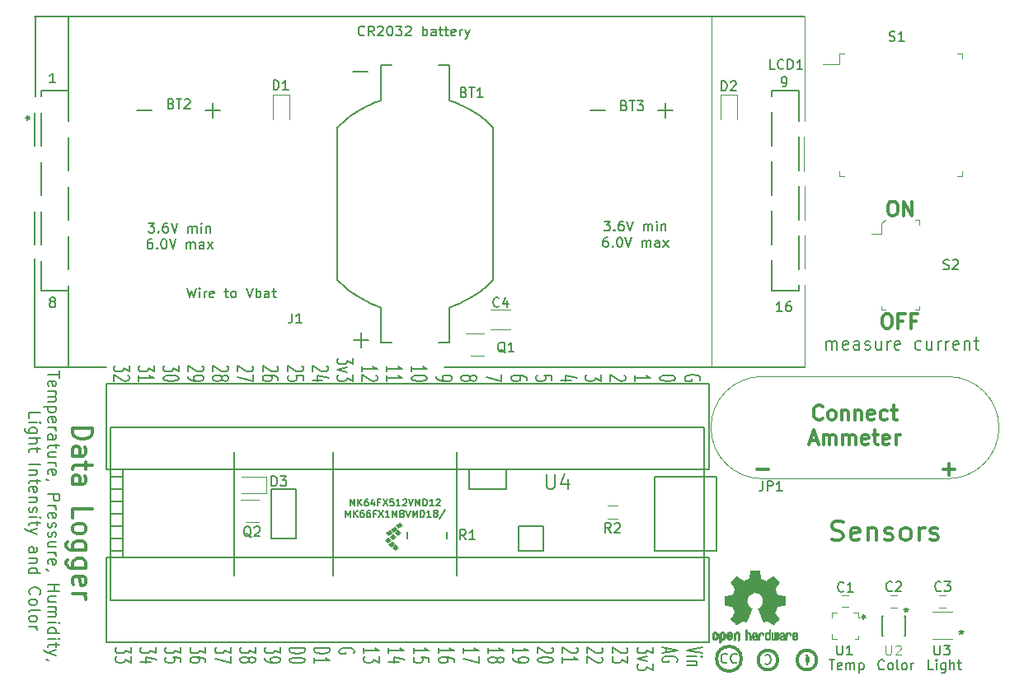
<source format=gto>
G04 #@! TF.GenerationSoftware,KiCad,Pcbnew,(5.1.4)-1*
G04 #@! TF.CreationDate,2020-01-21T23:00:38-08:00*
G04 #@! TF.ProjectId,Light_intensity_data_logger,4c696768-745f-4696-9e74-656e73697479,rev?*
G04 #@! TF.SameCoordinates,Original*
G04 #@! TF.FileFunction,Legend,Top*
G04 #@! TF.FilePolarity,Positive*
%FSLAX46Y46*%
G04 Gerber Fmt 4.6, Leading zero omitted, Abs format (unit mm)*
G04 Created by KiCad (PCBNEW (5.1.4)-1) date 2020-01-21 23:00:38*
%MOMM*%
%LPD*%
G04 APERTURE LIST*
%ADD10C,0.300000*%
%ADD11C,0.150000*%
%ADD12C,0.127000*%
%ADD13C,0.120000*%
%ADD14C,0.152400*%
%ADD15C,0.010000*%
%ADD16C,0.100000*%
%ADD17C,0.200000*%
%ADD18C,0.400000*%
%ADD19C,0.120218*%
G04 APERTURE END LIST*
D10*
X78625238Y-74773333D02*
X80625238Y-74773333D01*
X80625238Y-75249523D01*
X80530000Y-75535238D01*
X80339523Y-75725714D01*
X80149047Y-75820952D01*
X79768095Y-75916190D01*
X79482380Y-75916190D01*
X79101428Y-75820952D01*
X78910952Y-75725714D01*
X78720476Y-75535238D01*
X78625238Y-75249523D01*
X78625238Y-74773333D01*
X78625238Y-77630476D02*
X79672857Y-77630476D01*
X79863333Y-77535238D01*
X79958571Y-77344761D01*
X79958571Y-76963809D01*
X79863333Y-76773333D01*
X78720476Y-77630476D02*
X78625238Y-77440000D01*
X78625238Y-76963809D01*
X78720476Y-76773333D01*
X78910952Y-76678095D01*
X79101428Y-76678095D01*
X79291904Y-76773333D01*
X79387142Y-76963809D01*
X79387142Y-77440000D01*
X79482380Y-77630476D01*
X79958571Y-78297142D02*
X79958571Y-79059047D01*
X80625238Y-78582857D02*
X78910952Y-78582857D01*
X78720476Y-78678095D01*
X78625238Y-78868571D01*
X78625238Y-79059047D01*
X78625238Y-80582857D02*
X79672857Y-80582857D01*
X79863333Y-80487619D01*
X79958571Y-80297142D01*
X79958571Y-79916190D01*
X79863333Y-79725714D01*
X78720476Y-80582857D02*
X78625238Y-80392380D01*
X78625238Y-79916190D01*
X78720476Y-79725714D01*
X78910952Y-79630476D01*
X79101428Y-79630476D01*
X79291904Y-79725714D01*
X79387142Y-79916190D01*
X79387142Y-80392380D01*
X79482380Y-80582857D01*
X78625238Y-84011428D02*
X78625238Y-83059047D01*
X80625238Y-83059047D01*
X78625238Y-84963809D02*
X78720476Y-84773333D01*
X78815714Y-84678095D01*
X79006190Y-84582857D01*
X79577619Y-84582857D01*
X79768095Y-84678095D01*
X79863333Y-84773333D01*
X79958571Y-84963809D01*
X79958571Y-85249523D01*
X79863333Y-85440000D01*
X79768095Y-85535238D01*
X79577619Y-85630476D01*
X79006190Y-85630476D01*
X78815714Y-85535238D01*
X78720476Y-85440000D01*
X78625238Y-85249523D01*
X78625238Y-84963809D01*
X79958571Y-87344761D02*
X78339523Y-87344761D01*
X78149047Y-87249523D01*
X78053809Y-87154285D01*
X77958571Y-86963809D01*
X77958571Y-86678095D01*
X78053809Y-86487619D01*
X78720476Y-87344761D02*
X78625238Y-87154285D01*
X78625238Y-86773333D01*
X78720476Y-86582857D01*
X78815714Y-86487619D01*
X79006190Y-86392380D01*
X79577619Y-86392380D01*
X79768095Y-86487619D01*
X79863333Y-86582857D01*
X79958571Y-86773333D01*
X79958571Y-87154285D01*
X79863333Y-87344761D01*
X79958571Y-89154285D02*
X78339523Y-89154285D01*
X78149047Y-89059047D01*
X78053809Y-88963809D01*
X77958571Y-88773333D01*
X77958571Y-88487619D01*
X78053809Y-88297142D01*
X78720476Y-89154285D02*
X78625238Y-88963809D01*
X78625238Y-88582857D01*
X78720476Y-88392380D01*
X78815714Y-88297142D01*
X79006190Y-88201904D01*
X79577619Y-88201904D01*
X79768095Y-88297142D01*
X79863333Y-88392380D01*
X79958571Y-88582857D01*
X79958571Y-88963809D01*
X79863333Y-89154285D01*
X78720476Y-90868571D02*
X78625238Y-90678095D01*
X78625238Y-90297142D01*
X78720476Y-90106666D01*
X78910952Y-90011428D01*
X79672857Y-90011428D01*
X79863333Y-90106666D01*
X79958571Y-90297142D01*
X79958571Y-90678095D01*
X79863333Y-90868571D01*
X79672857Y-90963809D01*
X79482380Y-90963809D01*
X79291904Y-90011428D01*
X78625238Y-91820952D02*
X79958571Y-91820952D01*
X79577619Y-91820952D02*
X79768095Y-91916190D01*
X79863333Y-92011428D01*
X79958571Y-92201904D01*
X79958571Y-92392380D01*
D11*
X77272142Y-68900000D02*
X77272142Y-69585714D01*
X76072142Y-69242857D02*
X77272142Y-69242857D01*
X76129285Y-70442857D02*
X76072142Y-70328571D01*
X76072142Y-70100000D01*
X76129285Y-69985714D01*
X76243571Y-69928571D01*
X76700714Y-69928571D01*
X76815000Y-69985714D01*
X76872142Y-70100000D01*
X76872142Y-70328571D01*
X76815000Y-70442857D01*
X76700714Y-70500000D01*
X76586428Y-70500000D01*
X76472142Y-69928571D01*
X76072142Y-71014285D02*
X76872142Y-71014285D01*
X76757857Y-71014285D02*
X76815000Y-71071428D01*
X76872142Y-71185714D01*
X76872142Y-71357142D01*
X76815000Y-71471428D01*
X76700714Y-71528571D01*
X76072142Y-71528571D01*
X76700714Y-71528571D02*
X76815000Y-71585714D01*
X76872142Y-71700000D01*
X76872142Y-71871428D01*
X76815000Y-71985714D01*
X76700714Y-72042857D01*
X76072142Y-72042857D01*
X76872142Y-72614285D02*
X75672142Y-72614285D01*
X76815000Y-72614285D02*
X76872142Y-72728571D01*
X76872142Y-72957142D01*
X76815000Y-73071428D01*
X76757857Y-73128571D01*
X76643571Y-73185714D01*
X76300714Y-73185714D01*
X76186428Y-73128571D01*
X76129285Y-73071428D01*
X76072142Y-72957142D01*
X76072142Y-72728571D01*
X76129285Y-72614285D01*
X76129285Y-74157142D02*
X76072142Y-74042857D01*
X76072142Y-73814285D01*
X76129285Y-73700000D01*
X76243571Y-73642857D01*
X76700714Y-73642857D01*
X76815000Y-73700000D01*
X76872142Y-73814285D01*
X76872142Y-74042857D01*
X76815000Y-74157142D01*
X76700714Y-74214285D01*
X76586428Y-74214285D01*
X76472142Y-73642857D01*
X76072142Y-74728571D02*
X76872142Y-74728571D01*
X76643571Y-74728571D02*
X76757857Y-74785714D01*
X76815000Y-74842857D01*
X76872142Y-74957142D01*
X76872142Y-75071428D01*
X76072142Y-75985714D02*
X76700714Y-75985714D01*
X76815000Y-75928571D01*
X76872142Y-75814285D01*
X76872142Y-75585714D01*
X76815000Y-75471428D01*
X76129285Y-75985714D02*
X76072142Y-75871428D01*
X76072142Y-75585714D01*
X76129285Y-75471428D01*
X76243571Y-75414285D01*
X76357857Y-75414285D01*
X76472142Y-75471428D01*
X76529285Y-75585714D01*
X76529285Y-75871428D01*
X76586428Y-75985714D01*
X76872142Y-76385714D02*
X76872142Y-76842857D01*
X77272142Y-76557142D02*
X76243571Y-76557142D01*
X76129285Y-76614285D01*
X76072142Y-76728571D01*
X76072142Y-76842857D01*
X76872142Y-77757142D02*
X76072142Y-77757142D01*
X76872142Y-77242857D02*
X76243571Y-77242857D01*
X76129285Y-77300000D01*
X76072142Y-77414285D01*
X76072142Y-77585714D01*
X76129285Y-77700000D01*
X76186428Y-77757142D01*
X76072142Y-78328571D02*
X76872142Y-78328571D01*
X76643571Y-78328571D02*
X76757857Y-78385714D01*
X76815000Y-78442857D01*
X76872142Y-78557142D01*
X76872142Y-78671428D01*
X76129285Y-79528571D02*
X76072142Y-79414285D01*
X76072142Y-79185714D01*
X76129285Y-79071428D01*
X76243571Y-79014285D01*
X76700714Y-79014285D01*
X76815000Y-79071428D01*
X76872142Y-79185714D01*
X76872142Y-79414285D01*
X76815000Y-79528571D01*
X76700714Y-79585714D01*
X76586428Y-79585714D01*
X76472142Y-79014285D01*
X76129285Y-80157142D02*
X76072142Y-80157142D01*
X75957857Y-80100000D01*
X75900714Y-80042857D01*
X76072142Y-81585714D02*
X77272142Y-81585714D01*
X77272142Y-82042857D01*
X77215000Y-82157142D01*
X77157857Y-82214285D01*
X77043571Y-82271428D01*
X76872142Y-82271428D01*
X76757857Y-82214285D01*
X76700714Y-82157142D01*
X76643571Y-82042857D01*
X76643571Y-81585714D01*
X76072142Y-82785714D02*
X76872142Y-82785714D01*
X76643571Y-82785714D02*
X76757857Y-82842857D01*
X76815000Y-82900000D01*
X76872142Y-83014285D01*
X76872142Y-83128571D01*
X76129285Y-83985714D02*
X76072142Y-83871428D01*
X76072142Y-83642857D01*
X76129285Y-83528571D01*
X76243571Y-83471428D01*
X76700714Y-83471428D01*
X76815000Y-83528571D01*
X76872142Y-83642857D01*
X76872142Y-83871428D01*
X76815000Y-83985714D01*
X76700714Y-84042857D01*
X76586428Y-84042857D01*
X76472142Y-83471428D01*
X76129285Y-84500000D02*
X76072142Y-84614285D01*
X76072142Y-84842857D01*
X76129285Y-84957142D01*
X76243571Y-85014285D01*
X76300714Y-85014285D01*
X76415000Y-84957142D01*
X76472142Y-84842857D01*
X76472142Y-84671428D01*
X76529285Y-84557142D01*
X76643571Y-84500000D01*
X76700714Y-84500000D01*
X76815000Y-84557142D01*
X76872142Y-84671428D01*
X76872142Y-84842857D01*
X76815000Y-84957142D01*
X76129285Y-85471428D02*
X76072142Y-85585714D01*
X76072142Y-85814285D01*
X76129285Y-85928571D01*
X76243571Y-85985714D01*
X76300714Y-85985714D01*
X76415000Y-85928571D01*
X76472142Y-85814285D01*
X76472142Y-85642857D01*
X76529285Y-85528571D01*
X76643571Y-85471428D01*
X76700714Y-85471428D01*
X76815000Y-85528571D01*
X76872142Y-85642857D01*
X76872142Y-85814285D01*
X76815000Y-85928571D01*
X76872142Y-87014285D02*
X76072142Y-87014285D01*
X76872142Y-86500000D02*
X76243571Y-86500000D01*
X76129285Y-86557142D01*
X76072142Y-86671428D01*
X76072142Y-86842857D01*
X76129285Y-86957142D01*
X76186428Y-87014285D01*
X76072142Y-87585714D02*
X76872142Y-87585714D01*
X76643571Y-87585714D02*
X76757857Y-87642857D01*
X76815000Y-87700000D01*
X76872142Y-87814285D01*
X76872142Y-87928571D01*
X76129285Y-88785714D02*
X76072142Y-88671428D01*
X76072142Y-88442857D01*
X76129285Y-88328571D01*
X76243571Y-88271428D01*
X76700714Y-88271428D01*
X76815000Y-88328571D01*
X76872142Y-88442857D01*
X76872142Y-88671428D01*
X76815000Y-88785714D01*
X76700714Y-88842857D01*
X76586428Y-88842857D01*
X76472142Y-88271428D01*
X76129285Y-89414285D02*
X76072142Y-89414285D01*
X75957857Y-89357142D01*
X75900714Y-89300000D01*
X76072142Y-90842857D02*
X77272142Y-90842857D01*
X76700714Y-90842857D02*
X76700714Y-91528571D01*
X76072142Y-91528571D02*
X77272142Y-91528571D01*
X76872142Y-92614285D02*
X76072142Y-92614285D01*
X76872142Y-92100000D02*
X76243571Y-92100000D01*
X76129285Y-92157142D01*
X76072142Y-92271428D01*
X76072142Y-92442857D01*
X76129285Y-92557142D01*
X76186428Y-92614285D01*
X76072142Y-93185714D02*
X76872142Y-93185714D01*
X76757857Y-93185714D02*
X76815000Y-93242857D01*
X76872142Y-93357142D01*
X76872142Y-93528571D01*
X76815000Y-93642857D01*
X76700714Y-93700000D01*
X76072142Y-93700000D01*
X76700714Y-93700000D02*
X76815000Y-93757142D01*
X76872142Y-93871428D01*
X76872142Y-94042857D01*
X76815000Y-94157142D01*
X76700714Y-94214285D01*
X76072142Y-94214285D01*
X76072142Y-94785714D02*
X76872142Y-94785714D01*
X77272142Y-94785714D02*
X77215000Y-94728571D01*
X77157857Y-94785714D01*
X77215000Y-94842857D01*
X77272142Y-94785714D01*
X77157857Y-94785714D01*
X76072142Y-95871428D02*
X77272142Y-95871428D01*
X76129285Y-95871428D02*
X76072142Y-95757142D01*
X76072142Y-95528571D01*
X76129285Y-95414285D01*
X76186428Y-95357142D01*
X76300714Y-95300000D01*
X76643571Y-95300000D01*
X76757857Y-95357142D01*
X76815000Y-95414285D01*
X76872142Y-95528571D01*
X76872142Y-95757142D01*
X76815000Y-95871428D01*
X76072142Y-96442857D02*
X76872142Y-96442857D01*
X77272142Y-96442857D02*
X77215000Y-96385714D01*
X77157857Y-96442857D01*
X77215000Y-96500000D01*
X77272142Y-96442857D01*
X77157857Y-96442857D01*
X76872142Y-96842857D02*
X76872142Y-97300000D01*
X77272142Y-97014285D02*
X76243571Y-97014285D01*
X76129285Y-97071428D01*
X76072142Y-97185714D01*
X76072142Y-97300000D01*
X76872142Y-97585714D02*
X76072142Y-97871428D01*
X76872142Y-98157142D02*
X76072142Y-97871428D01*
X75786428Y-97757142D01*
X75729285Y-97700000D01*
X75672142Y-97585714D01*
X76129285Y-98671428D02*
X76072142Y-98671428D01*
X75957857Y-98614285D01*
X75900714Y-98557142D01*
X74122142Y-73785714D02*
X74122142Y-73214285D01*
X75322142Y-73214285D01*
X74122142Y-74185714D02*
X74922142Y-74185714D01*
X75322142Y-74185714D02*
X75265000Y-74128571D01*
X75207857Y-74185714D01*
X75265000Y-74242857D01*
X75322142Y-74185714D01*
X75207857Y-74185714D01*
X74922142Y-75271428D02*
X73950714Y-75271428D01*
X73836428Y-75214285D01*
X73779285Y-75157142D01*
X73722142Y-75042857D01*
X73722142Y-74871428D01*
X73779285Y-74757142D01*
X74179285Y-75271428D02*
X74122142Y-75157142D01*
X74122142Y-74928571D01*
X74179285Y-74814285D01*
X74236428Y-74757142D01*
X74350714Y-74700000D01*
X74693571Y-74700000D01*
X74807857Y-74757142D01*
X74865000Y-74814285D01*
X74922142Y-74928571D01*
X74922142Y-75157142D01*
X74865000Y-75271428D01*
X74122142Y-75842857D02*
X75322142Y-75842857D01*
X74122142Y-76357142D02*
X74750714Y-76357142D01*
X74865000Y-76300000D01*
X74922142Y-76185714D01*
X74922142Y-76014285D01*
X74865000Y-75900000D01*
X74807857Y-75842857D01*
X74922142Y-76757142D02*
X74922142Y-77214285D01*
X75322142Y-76928571D02*
X74293571Y-76928571D01*
X74179285Y-76985714D01*
X74122142Y-77100000D01*
X74122142Y-77214285D01*
X74122142Y-78528571D02*
X75322142Y-78528571D01*
X74922142Y-79100000D02*
X74122142Y-79100000D01*
X74807857Y-79100000D02*
X74865000Y-79157142D01*
X74922142Y-79271428D01*
X74922142Y-79442857D01*
X74865000Y-79557142D01*
X74750714Y-79614285D01*
X74122142Y-79614285D01*
X74922142Y-80014285D02*
X74922142Y-80471428D01*
X75322142Y-80185714D02*
X74293571Y-80185714D01*
X74179285Y-80242857D01*
X74122142Y-80357142D01*
X74122142Y-80471428D01*
X74179285Y-81328571D02*
X74122142Y-81214285D01*
X74122142Y-80985714D01*
X74179285Y-80871428D01*
X74293571Y-80814285D01*
X74750714Y-80814285D01*
X74865000Y-80871428D01*
X74922142Y-80985714D01*
X74922142Y-81214285D01*
X74865000Y-81328571D01*
X74750714Y-81385714D01*
X74636428Y-81385714D01*
X74522142Y-80814285D01*
X74922142Y-81900000D02*
X74122142Y-81900000D01*
X74807857Y-81900000D02*
X74865000Y-81957142D01*
X74922142Y-82071428D01*
X74922142Y-82242857D01*
X74865000Y-82357142D01*
X74750714Y-82414285D01*
X74122142Y-82414285D01*
X74179285Y-82928571D02*
X74122142Y-83042857D01*
X74122142Y-83271428D01*
X74179285Y-83385714D01*
X74293571Y-83442857D01*
X74350714Y-83442857D01*
X74465000Y-83385714D01*
X74522142Y-83271428D01*
X74522142Y-83100000D01*
X74579285Y-82985714D01*
X74693571Y-82928571D01*
X74750714Y-82928571D01*
X74865000Y-82985714D01*
X74922142Y-83100000D01*
X74922142Y-83271428D01*
X74865000Y-83385714D01*
X74122142Y-83957142D02*
X74922142Y-83957142D01*
X75322142Y-83957142D02*
X75265000Y-83900000D01*
X75207857Y-83957142D01*
X75265000Y-84014285D01*
X75322142Y-83957142D01*
X75207857Y-83957142D01*
X74922142Y-84357142D02*
X74922142Y-84814285D01*
X75322142Y-84528571D02*
X74293571Y-84528571D01*
X74179285Y-84585714D01*
X74122142Y-84700000D01*
X74122142Y-84814285D01*
X74922142Y-85100000D02*
X74122142Y-85385714D01*
X74922142Y-85671428D02*
X74122142Y-85385714D01*
X73836428Y-85271428D01*
X73779285Y-85214285D01*
X73722142Y-85100000D01*
X74122142Y-87557142D02*
X74750714Y-87557142D01*
X74865000Y-87500000D01*
X74922142Y-87385714D01*
X74922142Y-87157142D01*
X74865000Y-87042857D01*
X74179285Y-87557142D02*
X74122142Y-87442857D01*
X74122142Y-87157142D01*
X74179285Y-87042857D01*
X74293571Y-86985714D01*
X74407857Y-86985714D01*
X74522142Y-87042857D01*
X74579285Y-87157142D01*
X74579285Y-87442857D01*
X74636428Y-87557142D01*
X74922142Y-88128571D02*
X74122142Y-88128571D01*
X74807857Y-88128571D02*
X74865000Y-88185714D01*
X74922142Y-88300000D01*
X74922142Y-88471428D01*
X74865000Y-88585714D01*
X74750714Y-88642857D01*
X74122142Y-88642857D01*
X74122142Y-89728571D02*
X75322142Y-89728571D01*
X74179285Y-89728571D02*
X74122142Y-89614285D01*
X74122142Y-89385714D01*
X74179285Y-89271428D01*
X74236428Y-89214285D01*
X74350714Y-89157142D01*
X74693571Y-89157142D01*
X74807857Y-89214285D01*
X74865000Y-89271428D01*
X74922142Y-89385714D01*
X74922142Y-89614285D01*
X74865000Y-89728571D01*
X74236428Y-91900000D02*
X74179285Y-91842857D01*
X74122142Y-91671428D01*
X74122142Y-91557142D01*
X74179285Y-91385714D01*
X74293571Y-91271428D01*
X74407857Y-91214285D01*
X74636428Y-91157142D01*
X74807857Y-91157142D01*
X75036428Y-91214285D01*
X75150714Y-91271428D01*
X75265000Y-91385714D01*
X75322142Y-91557142D01*
X75322142Y-91671428D01*
X75265000Y-91842857D01*
X75207857Y-91900000D01*
X74122142Y-92585714D02*
X74179285Y-92471428D01*
X74236428Y-92414285D01*
X74350714Y-92357142D01*
X74693571Y-92357142D01*
X74807857Y-92414285D01*
X74865000Y-92471428D01*
X74922142Y-92585714D01*
X74922142Y-92757142D01*
X74865000Y-92871428D01*
X74807857Y-92928571D01*
X74693571Y-92985714D01*
X74350714Y-92985714D01*
X74236428Y-92928571D01*
X74179285Y-92871428D01*
X74122142Y-92757142D01*
X74122142Y-92585714D01*
X74122142Y-93671428D02*
X74179285Y-93557142D01*
X74293571Y-93500000D01*
X75322142Y-93500000D01*
X74122142Y-94300000D02*
X74179285Y-94185714D01*
X74236428Y-94128571D01*
X74350714Y-94071428D01*
X74693571Y-94071428D01*
X74807857Y-94128571D01*
X74865000Y-94185714D01*
X74922142Y-94300000D01*
X74922142Y-94471428D01*
X74865000Y-94585714D01*
X74807857Y-94642857D01*
X74693571Y-94700000D01*
X74350714Y-94700000D01*
X74236428Y-94642857D01*
X74179285Y-94585714D01*
X74122142Y-94471428D01*
X74122142Y-94300000D01*
X74122142Y-95214285D02*
X74922142Y-95214285D01*
X74693571Y-95214285D02*
X74807857Y-95271428D01*
X74865000Y-95328571D01*
X74922142Y-95442857D01*
X74922142Y-95557142D01*
X156001904Y-66708095D02*
X156001904Y-65841428D01*
X156001904Y-65965238D02*
X156063809Y-65903333D01*
X156187619Y-65841428D01*
X156373333Y-65841428D01*
X156497142Y-65903333D01*
X156559047Y-66027142D01*
X156559047Y-66708095D01*
X156559047Y-66027142D02*
X156620952Y-65903333D01*
X156744761Y-65841428D01*
X156930476Y-65841428D01*
X157054285Y-65903333D01*
X157116190Y-66027142D01*
X157116190Y-66708095D01*
X158230476Y-66646190D02*
X158106666Y-66708095D01*
X157859047Y-66708095D01*
X157735238Y-66646190D01*
X157673333Y-66522380D01*
X157673333Y-66027142D01*
X157735238Y-65903333D01*
X157859047Y-65841428D01*
X158106666Y-65841428D01*
X158230476Y-65903333D01*
X158292380Y-66027142D01*
X158292380Y-66150952D01*
X157673333Y-66274761D01*
X159406666Y-66708095D02*
X159406666Y-66027142D01*
X159344761Y-65903333D01*
X159220952Y-65841428D01*
X158973333Y-65841428D01*
X158849523Y-65903333D01*
X159406666Y-66646190D02*
X159282857Y-66708095D01*
X158973333Y-66708095D01*
X158849523Y-66646190D01*
X158787619Y-66522380D01*
X158787619Y-66398571D01*
X158849523Y-66274761D01*
X158973333Y-66212857D01*
X159282857Y-66212857D01*
X159406666Y-66150952D01*
X159963809Y-66646190D02*
X160087619Y-66708095D01*
X160335238Y-66708095D01*
X160459047Y-66646190D01*
X160520952Y-66522380D01*
X160520952Y-66460476D01*
X160459047Y-66336666D01*
X160335238Y-66274761D01*
X160149523Y-66274761D01*
X160025714Y-66212857D01*
X159963809Y-66089047D01*
X159963809Y-66027142D01*
X160025714Y-65903333D01*
X160149523Y-65841428D01*
X160335238Y-65841428D01*
X160459047Y-65903333D01*
X161635238Y-65841428D02*
X161635238Y-66708095D01*
X161078095Y-65841428D02*
X161078095Y-66522380D01*
X161140000Y-66646190D01*
X161263809Y-66708095D01*
X161449523Y-66708095D01*
X161573333Y-66646190D01*
X161635238Y-66584285D01*
X162254285Y-66708095D02*
X162254285Y-65841428D01*
X162254285Y-66089047D02*
X162316190Y-65965238D01*
X162378095Y-65903333D01*
X162501904Y-65841428D01*
X162625714Y-65841428D01*
X163554285Y-66646190D02*
X163430476Y-66708095D01*
X163182857Y-66708095D01*
X163059047Y-66646190D01*
X162997142Y-66522380D01*
X162997142Y-66027142D01*
X163059047Y-65903333D01*
X163182857Y-65841428D01*
X163430476Y-65841428D01*
X163554285Y-65903333D01*
X163616190Y-66027142D01*
X163616190Y-66150952D01*
X162997142Y-66274761D01*
X165720952Y-66646190D02*
X165597142Y-66708095D01*
X165349523Y-66708095D01*
X165225714Y-66646190D01*
X165163809Y-66584285D01*
X165101904Y-66460476D01*
X165101904Y-66089047D01*
X165163809Y-65965238D01*
X165225714Y-65903333D01*
X165349523Y-65841428D01*
X165597142Y-65841428D01*
X165720952Y-65903333D01*
X166835238Y-65841428D02*
X166835238Y-66708095D01*
X166278095Y-65841428D02*
X166278095Y-66522380D01*
X166340000Y-66646190D01*
X166463809Y-66708095D01*
X166649523Y-66708095D01*
X166773333Y-66646190D01*
X166835238Y-66584285D01*
X167454285Y-66708095D02*
X167454285Y-65841428D01*
X167454285Y-66089047D02*
X167516190Y-65965238D01*
X167578095Y-65903333D01*
X167701904Y-65841428D01*
X167825714Y-65841428D01*
X168259047Y-66708095D02*
X168259047Y-65841428D01*
X168259047Y-66089047D02*
X168320952Y-65965238D01*
X168382857Y-65903333D01*
X168506666Y-65841428D01*
X168630476Y-65841428D01*
X169559047Y-66646190D02*
X169435238Y-66708095D01*
X169187619Y-66708095D01*
X169063809Y-66646190D01*
X169001904Y-66522380D01*
X169001904Y-66027142D01*
X169063809Y-65903333D01*
X169187619Y-65841428D01*
X169435238Y-65841428D01*
X169559047Y-65903333D01*
X169620952Y-66027142D01*
X169620952Y-66150952D01*
X169001904Y-66274761D01*
X170178095Y-65841428D02*
X170178095Y-66708095D01*
X170178095Y-65965238D02*
X170240000Y-65903333D01*
X170363809Y-65841428D01*
X170549523Y-65841428D01*
X170673333Y-65903333D01*
X170735238Y-66027142D01*
X170735238Y-66708095D01*
X171168571Y-65841428D02*
X171663809Y-65841428D01*
X171354285Y-65408095D02*
X171354285Y-66522380D01*
X171416190Y-66646190D01*
X171540000Y-66708095D01*
X171663809Y-66708095D01*
X142985000Y-69884404D02*
X143061190Y-69789166D01*
X143061190Y-69646309D01*
X142985000Y-69503452D01*
X142832619Y-69408214D01*
X142680238Y-69360595D01*
X142375476Y-69312976D01*
X142146904Y-69312976D01*
X141842142Y-69360595D01*
X141689761Y-69408214D01*
X141537380Y-69503452D01*
X141461190Y-69646309D01*
X141461190Y-69741547D01*
X141537380Y-69884404D01*
X141613571Y-69932023D01*
X142146904Y-69932023D01*
X142146904Y-69741547D01*
X140511190Y-69598690D02*
X140511190Y-69693928D01*
X140435000Y-69789166D01*
X140358809Y-69836785D01*
X140206428Y-69884404D01*
X139901666Y-69932023D01*
X139520714Y-69932023D01*
X139215952Y-69884404D01*
X139063571Y-69836785D01*
X138987380Y-69789166D01*
X138911190Y-69693928D01*
X138911190Y-69598690D01*
X138987380Y-69503452D01*
X139063571Y-69455833D01*
X139215952Y-69408214D01*
X139520714Y-69360595D01*
X139901666Y-69360595D01*
X140206428Y-69408214D01*
X140358809Y-69455833D01*
X140435000Y-69503452D01*
X140511190Y-69598690D01*
X136361190Y-69932023D02*
X136361190Y-69360595D01*
X136361190Y-69646309D02*
X137961190Y-69646309D01*
X137732619Y-69551071D01*
X137580238Y-69455833D01*
X137504047Y-69360595D01*
X135258809Y-69360595D02*
X135335000Y-69408214D01*
X135411190Y-69503452D01*
X135411190Y-69741547D01*
X135335000Y-69836785D01*
X135258809Y-69884404D01*
X135106428Y-69932023D01*
X134954047Y-69932023D01*
X134725476Y-69884404D01*
X133811190Y-69312976D01*
X133811190Y-69932023D01*
X132861190Y-69312976D02*
X132861190Y-69932023D01*
X132251666Y-69598690D01*
X132251666Y-69741547D01*
X132175476Y-69836785D01*
X132099285Y-69884404D01*
X131946904Y-69932023D01*
X131565952Y-69932023D01*
X131413571Y-69884404D01*
X131337380Y-69836785D01*
X131261190Y-69741547D01*
X131261190Y-69455833D01*
X131337380Y-69360595D01*
X131413571Y-69312976D01*
X129777857Y-69836785D02*
X128711190Y-69836785D01*
X130387380Y-69598690D02*
X129244523Y-69360595D01*
X129244523Y-69979642D01*
X127761190Y-69884404D02*
X127761190Y-69408214D01*
X126999285Y-69360595D01*
X127075476Y-69408214D01*
X127151666Y-69503452D01*
X127151666Y-69741547D01*
X127075476Y-69836785D01*
X126999285Y-69884404D01*
X126846904Y-69932023D01*
X126465952Y-69932023D01*
X126313571Y-69884404D01*
X126237380Y-69836785D01*
X126161190Y-69741547D01*
X126161190Y-69503452D01*
X126237380Y-69408214D01*
X126313571Y-69360595D01*
X125211190Y-69836785D02*
X125211190Y-69646309D01*
X125135000Y-69551071D01*
X125058809Y-69503452D01*
X124830238Y-69408214D01*
X124525476Y-69360595D01*
X123915952Y-69360595D01*
X123763571Y-69408214D01*
X123687380Y-69455833D01*
X123611190Y-69551071D01*
X123611190Y-69741547D01*
X123687380Y-69836785D01*
X123763571Y-69884404D01*
X123915952Y-69932023D01*
X124296904Y-69932023D01*
X124449285Y-69884404D01*
X124525476Y-69836785D01*
X124601666Y-69741547D01*
X124601666Y-69551071D01*
X124525476Y-69455833D01*
X124449285Y-69408214D01*
X124296904Y-69360595D01*
X122661190Y-69312976D02*
X122661190Y-69979642D01*
X121061190Y-69551071D01*
X119425476Y-69551071D02*
X119501666Y-69455833D01*
X119577857Y-69408214D01*
X119730238Y-69360595D01*
X119806428Y-69360595D01*
X119958809Y-69408214D01*
X120035000Y-69455833D01*
X120111190Y-69551071D01*
X120111190Y-69741547D01*
X120035000Y-69836785D01*
X119958809Y-69884404D01*
X119806428Y-69932023D01*
X119730238Y-69932023D01*
X119577857Y-69884404D01*
X119501666Y-69836785D01*
X119425476Y-69741547D01*
X119425476Y-69551071D01*
X119349285Y-69455833D01*
X119273095Y-69408214D01*
X119120714Y-69360595D01*
X118815952Y-69360595D01*
X118663571Y-69408214D01*
X118587380Y-69455833D01*
X118511190Y-69551071D01*
X118511190Y-69741547D01*
X118587380Y-69836785D01*
X118663571Y-69884404D01*
X118815952Y-69932023D01*
X119120714Y-69932023D01*
X119273095Y-69884404D01*
X119349285Y-69836785D01*
X119425476Y-69741547D01*
X115961190Y-69455833D02*
X115961190Y-69646309D01*
X116037380Y-69741547D01*
X116113571Y-69789166D01*
X116342142Y-69884404D01*
X116646904Y-69932023D01*
X117256428Y-69932023D01*
X117408809Y-69884404D01*
X117485000Y-69836785D01*
X117561190Y-69741547D01*
X117561190Y-69551071D01*
X117485000Y-69455833D01*
X117408809Y-69408214D01*
X117256428Y-69360595D01*
X116875476Y-69360595D01*
X116723095Y-69408214D01*
X116646904Y-69455833D01*
X116570714Y-69551071D01*
X116570714Y-69741547D01*
X116646904Y-69836785D01*
X116723095Y-69884404D01*
X116875476Y-69932023D01*
X113411190Y-68979642D02*
X113411190Y-68408214D01*
X113411190Y-68693928D02*
X115011190Y-68693928D01*
X114782619Y-68598690D01*
X114630238Y-68503452D01*
X114554047Y-68408214D01*
X115011190Y-69598690D02*
X115011190Y-69693928D01*
X114935000Y-69789166D01*
X114858809Y-69836785D01*
X114706428Y-69884404D01*
X114401666Y-69932023D01*
X114020714Y-69932023D01*
X113715952Y-69884404D01*
X113563571Y-69836785D01*
X113487380Y-69789166D01*
X113411190Y-69693928D01*
X113411190Y-69598690D01*
X113487380Y-69503452D01*
X113563571Y-69455833D01*
X113715952Y-69408214D01*
X114020714Y-69360595D01*
X114401666Y-69360595D01*
X114706428Y-69408214D01*
X114858809Y-69455833D01*
X114935000Y-69503452D01*
X115011190Y-69598690D01*
X110861190Y-68979642D02*
X110861190Y-68408214D01*
X110861190Y-68693928D02*
X112461190Y-68693928D01*
X112232619Y-68598690D01*
X112080238Y-68503452D01*
X112004047Y-68408214D01*
X110861190Y-69932023D02*
X110861190Y-69360595D01*
X110861190Y-69646309D02*
X112461190Y-69646309D01*
X112232619Y-69551071D01*
X112080238Y-69455833D01*
X112004047Y-69360595D01*
X108311190Y-68979642D02*
X108311190Y-68408214D01*
X108311190Y-68693928D02*
X109911190Y-68693928D01*
X109682619Y-68598690D01*
X109530238Y-68503452D01*
X109454047Y-68408214D01*
X109758809Y-69360595D02*
X109835000Y-69408214D01*
X109911190Y-69503452D01*
X109911190Y-69741547D01*
X109835000Y-69836785D01*
X109758809Y-69884404D01*
X109606428Y-69932023D01*
X109454047Y-69932023D01*
X109225476Y-69884404D01*
X108311190Y-69312976D01*
X108311190Y-69932023D01*
X107361190Y-67598690D02*
X107361190Y-68217738D01*
X106751666Y-67884404D01*
X106751666Y-68027261D01*
X106675476Y-68122500D01*
X106599285Y-68170119D01*
X106446904Y-68217738D01*
X106065952Y-68217738D01*
X105913571Y-68170119D01*
X105837380Y-68122500D01*
X105761190Y-68027261D01*
X105761190Y-67741547D01*
X105837380Y-67646309D01*
X105913571Y-67598690D01*
X106827857Y-68551071D02*
X105761190Y-68789166D01*
X106827857Y-69027261D01*
X107361190Y-69312976D02*
X107361190Y-69932023D01*
X106751666Y-69598690D01*
X106751666Y-69741547D01*
X106675476Y-69836785D01*
X106599285Y-69884404D01*
X106446904Y-69932023D01*
X106065952Y-69932023D01*
X105913571Y-69884404D01*
X105837380Y-69836785D01*
X105761190Y-69741547D01*
X105761190Y-69455833D01*
X105837380Y-69360595D01*
X105913571Y-69312976D01*
X104658809Y-68408214D02*
X104735000Y-68455833D01*
X104811190Y-68551071D01*
X104811190Y-68789166D01*
X104735000Y-68884404D01*
X104658809Y-68932023D01*
X104506428Y-68979642D01*
X104354047Y-68979642D01*
X104125476Y-68932023D01*
X103211190Y-68360595D01*
X103211190Y-68979642D01*
X104277857Y-69836785D02*
X103211190Y-69836785D01*
X104887380Y-69598690D02*
X103744523Y-69360595D01*
X103744523Y-69979642D01*
X102108809Y-68408214D02*
X102185000Y-68455833D01*
X102261190Y-68551071D01*
X102261190Y-68789166D01*
X102185000Y-68884404D01*
X102108809Y-68932023D01*
X101956428Y-68979642D01*
X101804047Y-68979642D01*
X101575476Y-68932023D01*
X100661190Y-68360595D01*
X100661190Y-68979642D01*
X102261190Y-69884404D02*
X102261190Y-69408214D01*
X101499285Y-69360595D01*
X101575476Y-69408214D01*
X101651666Y-69503452D01*
X101651666Y-69741547D01*
X101575476Y-69836785D01*
X101499285Y-69884404D01*
X101346904Y-69932023D01*
X100965952Y-69932023D01*
X100813571Y-69884404D01*
X100737380Y-69836785D01*
X100661190Y-69741547D01*
X100661190Y-69503452D01*
X100737380Y-69408214D01*
X100813571Y-69360595D01*
X99558809Y-68408214D02*
X99635000Y-68455833D01*
X99711190Y-68551071D01*
X99711190Y-68789166D01*
X99635000Y-68884404D01*
X99558809Y-68932023D01*
X99406428Y-68979642D01*
X99254047Y-68979642D01*
X99025476Y-68932023D01*
X98111190Y-68360595D01*
X98111190Y-68979642D01*
X99711190Y-69836785D02*
X99711190Y-69646309D01*
X99635000Y-69551071D01*
X99558809Y-69503452D01*
X99330238Y-69408214D01*
X99025476Y-69360595D01*
X98415952Y-69360595D01*
X98263571Y-69408214D01*
X98187380Y-69455833D01*
X98111190Y-69551071D01*
X98111190Y-69741547D01*
X98187380Y-69836785D01*
X98263571Y-69884404D01*
X98415952Y-69932023D01*
X98796904Y-69932023D01*
X98949285Y-69884404D01*
X99025476Y-69836785D01*
X99101666Y-69741547D01*
X99101666Y-69551071D01*
X99025476Y-69455833D01*
X98949285Y-69408214D01*
X98796904Y-69360595D01*
X97008809Y-68408214D02*
X97085000Y-68455833D01*
X97161190Y-68551071D01*
X97161190Y-68789166D01*
X97085000Y-68884404D01*
X97008809Y-68932023D01*
X96856428Y-68979642D01*
X96704047Y-68979642D01*
X96475476Y-68932023D01*
X95561190Y-68360595D01*
X95561190Y-68979642D01*
X97161190Y-69312976D02*
X97161190Y-69979642D01*
X95561190Y-69551071D01*
X94458809Y-68408214D02*
X94535000Y-68455833D01*
X94611190Y-68551071D01*
X94611190Y-68789166D01*
X94535000Y-68884404D01*
X94458809Y-68932023D01*
X94306428Y-68979642D01*
X94154047Y-68979642D01*
X93925476Y-68932023D01*
X93011190Y-68360595D01*
X93011190Y-68979642D01*
X93925476Y-69551071D02*
X94001666Y-69455833D01*
X94077857Y-69408214D01*
X94230238Y-69360595D01*
X94306428Y-69360595D01*
X94458809Y-69408214D01*
X94535000Y-69455833D01*
X94611190Y-69551071D01*
X94611190Y-69741547D01*
X94535000Y-69836785D01*
X94458809Y-69884404D01*
X94306428Y-69932023D01*
X94230238Y-69932023D01*
X94077857Y-69884404D01*
X94001666Y-69836785D01*
X93925476Y-69741547D01*
X93925476Y-69551071D01*
X93849285Y-69455833D01*
X93773095Y-69408214D01*
X93620714Y-69360595D01*
X93315952Y-69360595D01*
X93163571Y-69408214D01*
X93087380Y-69455833D01*
X93011190Y-69551071D01*
X93011190Y-69741547D01*
X93087380Y-69836785D01*
X93163571Y-69884404D01*
X93315952Y-69932023D01*
X93620714Y-69932023D01*
X93773095Y-69884404D01*
X93849285Y-69836785D01*
X93925476Y-69741547D01*
X91908809Y-68408214D02*
X91985000Y-68455833D01*
X92061190Y-68551071D01*
X92061190Y-68789166D01*
X91985000Y-68884404D01*
X91908809Y-68932023D01*
X91756428Y-68979642D01*
X91604047Y-68979642D01*
X91375476Y-68932023D01*
X90461190Y-68360595D01*
X90461190Y-68979642D01*
X90461190Y-69455833D02*
X90461190Y-69646309D01*
X90537380Y-69741547D01*
X90613571Y-69789166D01*
X90842142Y-69884404D01*
X91146904Y-69932023D01*
X91756428Y-69932023D01*
X91908809Y-69884404D01*
X91985000Y-69836785D01*
X92061190Y-69741547D01*
X92061190Y-69551071D01*
X91985000Y-69455833D01*
X91908809Y-69408214D01*
X91756428Y-69360595D01*
X91375476Y-69360595D01*
X91223095Y-69408214D01*
X91146904Y-69455833D01*
X91070714Y-69551071D01*
X91070714Y-69741547D01*
X91146904Y-69836785D01*
X91223095Y-69884404D01*
X91375476Y-69932023D01*
X89511190Y-68360595D02*
X89511190Y-68979642D01*
X88901666Y-68646309D01*
X88901666Y-68789166D01*
X88825476Y-68884404D01*
X88749285Y-68932023D01*
X88596904Y-68979642D01*
X88215952Y-68979642D01*
X88063571Y-68932023D01*
X87987380Y-68884404D01*
X87911190Y-68789166D01*
X87911190Y-68503452D01*
X87987380Y-68408214D01*
X88063571Y-68360595D01*
X89511190Y-69598690D02*
X89511190Y-69693928D01*
X89435000Y-69789166D01*
X89358809Y-69836785D01*
X89206428Y-69884404D01*
X88901666Y-69932023D01*
X88520714Y-69932023D01*
X88215952Y-69884404D01*
X88063571Y-69836785D01*
X87987380Y-69789166D01*
X87911190Y-69693928D01*
X87911190Y-69598690D01*
X87987380Y-69503452D01*
X88063571Y-69455833D01*
X88215952Y-69408214D01*
X88520714Y-69360595D01*
X88901666Y-69360595D01*
X89206428Y-69408214D01*
X89358809Y-69455833D01*
X89435000Y-69503452D01*
X89511190Y-69598690D01*
X86961190Y-68360595D02*
X86961190Y-68979642D01*
X86351666Y-68646309D01*
X86351666Y-68789166D01*
X86275476Y-68884404D01*
X86199285Y-68932023D01*
X86046904Y-68979642D01*
X85665952Y-68979642D01*
X85513571Y-68932023D01*
X85437380Y-68884404D01*
X85361190Y-68789166D01*
X85361190Y-68503452D01*
X85437380Y-68408214D01*
X85513571Y-68360595D01*
X85361190Y-69932023D02*
X85361190Y-69360595D01*
X85361190Y-69646309D02*
X86961190Y-69646309D01*
X86732619Y-69551071D01*
X86580238Y-69455833D01*
X86504047Y-69360595D01*
X84411190Y-68360595D02*
X84411190Y-68979642D01*
X83801666Y-68646309D01*
X83801666Y-68789166D01*
X83725476Y-68884404D01*
X83649285Y-68932023D01*
X83496904Y-68979642D01*
X83115952Y-68979642D01*
X82963571Y-68932023D01*
X82887380Y-68884404D01*
X82811190Y-68789166D01*
X82811190Y-68503452D01*
X82887380Y-68408214D01*
X82963571Y-68360595D01*
X84258809Y-69360595D02*
X84335000Y-69408214D01*
X84411190Y-69503452D01*
X84411190Y-69741547D01*
X84335000Y-69836785D01*
X84258809Y-69884404D01*
X84106428Y-69932023D01*
X83954047Y-69932023D01*
X83725476Y-69884404D01*
X82811190Y-69312976D01*
X82811190Y-69932023D01*
X90396190Y-60362380D02*
X90634285Y-61362380D01*
X90824761Y-60648095D01*
X91015238Y-61362380D01*
X91253333Y-60362380D01*
X91634285Y-61362380D02*
X91634285Y-60695714D01*
X91634285Y-60362380D02*
X91586666Y-60410000D01*
X91634285Y-60457619D01*
X91681904Y-60410000D01*
X91634285Y-60362380D01*
X91634285Y-60457619D01*
X92110476Y-61362380D02*
X92110476Y-60695714D01*
X92110476Y-60886190D02*
X92158095Y-60790952D01*
X92205714Y-60743333D01*
X92300952Y-60695714D01*
X92396190Y-60695714D01*
X93110476Y-61314761D02*
X93015238Y-61362380D01*
X92824761Y-61362380D01*
X92729523Y-61314761D01*
X92681904Y-61219523D01*
X92681904Y-60838571D01*
X92729523Y-60743333D01*
X92824761Y-60695714D01*
X93015238Y-60695714D01*
X93110476Y-60743333D01*
X93158095Y-60838571D01*
X93158095Y-60933809D01*
X92681904Y-61029047D01*
X94205714Y-60695714D02*
X94586666Y-60695714D01*
X94348571Y-60362380D02*
X94348571Y-61219523D01*
X94396190Y-61314761D01*
X94491428Y-61362380D01*
X94586666Y-61362380D01*
X95062857Y-61362380D02*
X94967619Y-61314761D01*
X94920000Y-61267142D01*
X94872380Y-61171904D01*
X94872380Y-60886190D01*
X94920000Y-60790952D01*
X94967619Y-60743333D01*
X95062857Y-60695714D01*
X95205714Y-60695714D01*
X95300952Y-60743333D01*
X95348571Y-60790952D01*
X95396190Y-60886190D01*
X95396190Y-61171904D01*
X95348571Y-61267142D01*
X95300952Y-61314761D01*
X95205714Y-61362380D01*
X95062857Y-61362380D01*
X96443809Y-60362380D02*
X96777142Y-61362380D01*
X97110476Y-60362380D01*
X97443809Y-61362380D02*
X97443809Y-60362380D01*
X97443809Y-60743333D02*
X97539047Y-60695714D01*
X97729523Y-60695714D01*
X97824761Y-60743333D01*
X97872380Y-60790952D01*
X97920000Y-60886190D01*
X97920000Y-61171904D01*
X97872380Y-61267142D01*
X97824761Y-61314761D01*
X97729523Y-61362380D01*
X97539047Y-61362380D01*
X97443809Y-61314761D01*
X98777142Y-61362380D02*
X98777142Y-60838571D01*
X98729523Y-60743333D01*
X98634285Y-60695714D01*
X98443809Y-60695714D01*
X98348571Y-60743333D01*
X98777142Y-61314761D02*
X98681904Y-61362380D01*
X98443809Y-61362380D01*
X98348571Y-61314761D01*
X98300952Y-61219523D01*
X98300952Y-61124285D01*
X98348571Y-61029047D01*
X98443809Y-60981428D01*
X98681904Y-60981428D01*
X98777142Y-60933809D01*
X99110476Y-60695714D02*
X99491428Y-60695714D01*
X99253333Y-60362380D02*
X99253333Y-61219523D01*
X99300952Y-61314761D01*
X99396190Y-61362380D01*
X99491428Y-61362380D01*
X133175714Y-53497380D02*
X133794761Y-53497380D01*
X133461428Y-53878333D01*
X133604285Y-53878333D01*
X133699523Y-53925952D01*
X133747142Y-53973571D01*
X133794761Y-54068809D01*
X133794761Y-54306904D01*
X133747142Y-54402142D01*
X133699523Y-54449761D01*
X133604285Y-54497380D01*
X133318571Y-54497380D01*
X133223333Y-54449761D01*
X133175714Y-54402142D01*
X134223333Y-54402142D02*
X134270952Y-54449761D01*
X134223333Y-54497380D01*
X134175714Y-54449761D01*
X134223333Y-54402142D01*
X134223333Y-54497380D01*
X135128095Y-53497380D02*
X134937619Y-53497380D01*
X134842380Y-53545000D01*
X134794761Y-53592619D01*
X134699523Y-53735476D01*
X134651904Y-53925952D01*
X134651904Y-54306904D01*
X134699523Y-54402142D01*
X134747142Y-54449761D01*
X134842380Y-54497380D01*
X135032857Y-54497380D01*
X135128095Y-54449761D01*
X135175714Y-54402142D01*
X135223333Y-54306904D01*
X135223333Y-54068809D01*
X135175714Y-53973571D01*
X135128095Y-53925952D01*
X135032857Y-53878333D01*
X134842380Y-53878333D01*
X134747142Y-53925952D01*
X134699523Y-53973571D01*
X134651904Y-54068809D01*
X135509047Y-53497380D02*
X135842380Y-54497380D01*
X136175714Y-53497380D01*
X137270952Y-54497380D02*
X137270952Y-53830714D01*
X137270952Y-53925952D02*
X137318571Y-53878333D01*
X137413809Y-53830714D01*
X137556666Y-53830714D01*
X137651904Y-53878333D01*
X137699523Y-53973571D01*
X137699523Y-54497380D01*
X137699523Y-53973571D02*
X137747142Y-53878333D01*
X137842380Y-53830714D01*
X137985238Y-53830714D01*
X138080476Y-53878333D01*
X138128095Y-53973571D01*
X138128095Y-54497380D01*
X138604285Y-54497380D02*
X138604285Y-53830714D01*
X138604285Y-53497380D02*
X138556666Y-53545000D01*
X138604285Y-53592619D01*
X138651904Y-53545000D01*
X138604285Y-53497380D01*
X138604285Y-53592619D01*
X139080476Y-53830714D02*
X139080476Y-54497380D01*
X139080476Y-53925952D02*
X139128095Y-53878333D01*
X139223333Y-53830714D01*
X139366190Y-53830714D01*
X139461428Y-53878333D01*
X139509047Y-53973571D01*
X139509047Y-54497380D01*
X133532857Y-55147380D02*
X133342380Y-55147380D01*
X133247142Y-55195000D01*
X133199523Y-55242619D01*
X133104285Y-55385476D01*
X133056666Y-55575952D01*
X133056666Y-55956904D01*
X133104285Y-56052142D01*
X133151904Y-56099761D01*
X133247142Y-56147380D01*
X133437619Y-56147380D01*
X133532857Y-56099761D01*
X133580476Y-56052142D01*
X133628095Y-55956904D01*
X133628095Y-55718809D01*
X133580476Y-55623571D01*
X133532857Y-55575952D01*
X133437619Y-55528333D01*
X133247142Y-55528333D01*
X133151904Y-55575952D01*
X133104285Y-55623571D01*
X133056666Y-55718809D01*
X134056666Y-56052142D02*
X134104285Y-56099761D01*
X134056666Y-56147380D01*
X134009047Y-56099761D01*
X134056666Y-56052142D01*
X134056666Y-56147380D01*
X134723333Y-55147380D02*
X134818571Y-55147380D01*
X134913809Y-55195000D01*
X134961428Y-55242619D01*
X135009047Y-55337857D01*
X135056666Y-55528333D01*
X135056666Y-55766428D01*
X135009047Y-55956904D01*
X134961428Y-56052142D01*
X134913809Y-56099761D01*
X134818571Y-56147380D01*
X134723333Y-56147380D01*
X134628095Y-56099761D01*
X134580476Y-56052142D01*
X134532857Y-55956904D01*
X134485238Y-55766428D01*
X134485238Y-55528333D01*
X134532857Y-55337857D01*
X134580476Y-55242619D01*
X134628095Y-55195000D01*
X134723333Y-55147380D01*
X135342380Y-55147380D02*
X135675714Y-56147380D01*
X136009047Y-55147380D01*
X137104285Y-56147380D02*
X137104285Y-55480714D01*
X137104285Y-55575952D02*
X137151904Y-55528333D01*
X137247142Y-55480714D01*
X137390000Y-55480714D01*
X137485238Y-55528333D01*
X137532857Y-55623571D01*
X137532857Y-56147380D01*
X137532857Y-55623571D02*
X137580476Y-55528333D01*
X137675714Y-55480714D01*
X137818571Y-55480714D01*
X137913809Y-55528333D01*
X137961428Y-55623571D01*
X137961428Y-56147380D01*
X138866190Y-56147380D02*
X138866190Y-55623571D01*
X138818571Y-55528333D01*
X138723333Y-55480714D01*
X138532857Y-55480714D01*
X138437619Y-55528333D01*
X138866190Y-56099761D02*
X138770952Y-56147380D01*
X138532857Y-56147380D01*
X138437619Y-56099761D01*
X138390000Y-56004523D01*
X138390000Y-55909285D01*
X138437619Y-55814047D01*
X138532857Y-55766428D01*
X138770952Y-55766428D01*
X138866190Y-55718809D01*
X139247142Y-56147380D02*
X139770952Y-55480714D01*
X139247142Y-55480714D02*
X139770952Y-56147380D01*
X86385714Y-53687380D02*
X87004761Y-53687380D01*
X86671428Y-54068333D01*
X86814285Y-54068333D01*
X86909523Y-54115952D01*
X86957142Y-54163571D01*
X87004761Y-54258809D01*
X87004761Y-54496904D01*
X86957142Y-54592142D01*
X86909523Y-54639761D01*
X86814285Y-54687380D01*
X86528571Y-54687380D01*
X86433333Y-54639761D01*
X86385714Y-54592142D01*
X87433333Y-54592142D02*
X87480952Y-54639761D01*
X87433333Y-54687380D01*
X87385714Y-54639761D01*
X87433333Y-54592142D01*
X87433333Y-54687380D01*
X88338095Y-53687380D02*
X88147619Y-53687380D01*
X88052380Y-53735000D01*
X88004761Y-53782619D01*
X87909523Y-53925476D01*
X87861904Y-54115952D01*
X87861904Y-54496904D01*
X87909523Y-54592142D01*
X87957142Y-54639761D01*
X88052380Y-54687380D01*
X88242857Y-54687380D01*
X88338095Y-54639761D01*
X88385714Y-54592142D01*
X88433333Y-54496904D01*
X88433333Y-54258809D01*
X88385714Y-54163571D01*
X88338095Y-54115952D01*
X88242857Y-54068333D01*
X88052380Y-54068333D01*
X87957142Y-54115952D01*
X87909523Y-54163571D01*
X87861904Y-54258809D01*
X88719047Y-53687380D02*
X89052380Y-54687380D01*
X89385714Y-53687380D01*
X90480952Y-54687380D02*
X90480952Y-54020714D01*
X90480952Y-54115952D02*
X90528571Y-54068333D01*
X90623809Y-54020714D01*
X90766666Y-54020714D01*
X90861904Y-54068333D01*
X90909523Y-54163571D01*
X90909523Y-54687380D01*
X90909523Y-54163571D02*
X90957142Y-54068333D01*
X91052380Y-54020714D01*
X91195238Y-54020714D01*
X91290476Y-54068333D01*
X91338095Y-54163571D01*
X91338095Y-54687380D01*
X91814285Y-54687380D02*
X91814285Y-54020714D01*
X91814285Y-53687380D02*
X91766666Y-53735000D01*
X91814285Y-53782619D01*
X91861904Y-53735000D01*
X91814285Y-53687380D01*
X91814285Y-53782619D01*
X92290476Y-54020714D02*
X92290476Y-54687380D01*
X92290476Y-54115952D02*
X92338095Y-54068333D01*
X92433333Y-54020714D01*
X92576190Y-54020714D01*
X92671428Y-54068333D01*
X92719047Y-54163571D01*
X92719047Y-54687380D01*
X86742857Y-55337380D02*
X86552380Y-55337380D01*
X86457142Y-55385000D01*
X86409523Y-55432619D01*
X86314285Y-55575476D01*
X86266666Y-55765952D01*
X86266666Y-56146904D01*
X86314285Y-56242142D01*
X86361904Y-56289761D01*
X86457142Y-56337380D01*
X86647619Y-56337380D01*
X86742857Y-56289761D01*
X86790476Y-56242142D01*
X86838095Y-56146904D01*
X86838095Y-55908809D01*
X86790476Y-55813571D01*
X86742857Y-55765952D01*
X86647619Y-55718333D01*
X86457142Y-55718333D01*
X86361904Y-55765952D01*
X86314285Y-55813571D01*
X86266666Y-55908809D01*
X87266666Y-56242142D02*
X87314285Y-56289761D01*
X87266666Y-56337380D01*
X87219047Y-56289761D01*
X87266666Y-56242142D01*
X87266666Y-56337380D01*
X87933333Y-55337380D02*
X88028571Y-55337380D01*
X88123809Y-55385000D01*
X88171428Y-55432619D01*
X88219047Y-55527857D01*
X88266666Y-55718333D01*
X88266666Y-55956428D01*
X88219047Y-56146904D01*
X88171428Y-56242142D01*
X88123809Y-56289761D01*
X88028571Y-56337380D01*
X87933333Y-56337380D01*
X87838095Y-56289761D01*
X87790476Y-56242142D01*
X87742857Y-56146904D01*
X87695238Y-55956428D01*
X87695238Y-55718333D01*
X87742857Y-55527857D01*
X87790476Y-55432619D01*
X87838095Y-55385000D01*
X87933333Y-55337380D01*
X88552380Y-55337380D02*
X88885714Y-56337380D01*
X89219047Y-55337380D01*
X90314285Y-56337380D02*
X90314285Y-55670714D01*
X90314285Y-55765952D02*
X90361904Y-55718333D01*
X90457142Y-55670714D01*
X90600000Y-55670714D01*
X90695238Y-55718333D01*
X90742857Y-55813571D01*
X90742857Y-56337380D01*
X90742857Y-55813571D02*
X90790476Y-55718333D01*
X90885714Y-55670714D01*
X91028571Y-55670714D01*
X91123809Y-55718333D01*
X91171428Y-55813571D01*
X91171428Y-56337380D01*
X92076190Y-56337380D02*
X92076190Y-55813571D01*
X92028571Y-55718333D01*
X91933333Y-55670714D01*
X91742857Y-55670714D01*
X91647619Y-55718333D01*
X92076190Y-56289761D02*
X91980952Y-56337380D01*
X91742857Y-56337380D01*
X91647619Y-56289761D01*
X91600000Y-56194523D01*
X91600000Y-56099285D01*
X91647619Y-56004047D01*
X91742857Y-55956428D01*
X91980952Y-55956428D01*
X92076190Y-55908809D01*
X92457142Y-56337380D02*
X92980952Y-55670714D01*
X92457142Y-55670714D02*
X92980952Y-56337380D01*
X151469523Y-39662380D02*
X151660000Y-39662380D01*
X151755238Y-39614761D01*
X151802857Y-39567142D01*
X151898095Y-39424285D01*
X151945714Y-39233809D01*
X151945714Y-38852857D01*
X151898095Y-38757619D01*
X151850476Y-38710000D01*
X151755238Y-38662380D01*
X151564761Y-38662380D01*
X151469523Y-38710000D01*
X151421904Y-38757619D01*
X151374285Y-38852857D01*
X151374285Y-39090952D01*
X151421904Y-39186190D01*
X151469523Y-39233809D01*
X151564761Y-39281428D01*
X151755238Y-39281428D01*
X151850476Y-39233809D01*
X151898095Y-39186190D01*
X151945714Y-39090952D01*
X151469523Y-62762380D02*
X150898095Y-62762380D01*
X151183809Y-62762380D02*
X151183809Y-61762380D01*
X151088571Y-61905238D01*
X150993333Y-62000476D01*
X150898095Y-62048095D01*
X152326666Y-61762380D02*
X152136190Y-61762380D01*
X152040952Y-61810000D01*
X151993333Y-61857619D01*
X151898095Y-62000476D01*
X151850476Y-62190952D01*
X151850476Y-62571904D01*
X151898095Y-62667142D01*
X151945714Y-62714761D01*
X152040952Y-62762380D01*
X152231428Y-62762380D01*
X152326666Y-62714761D01*
X152374285Y-62667142D01*
X152421904Y-62571904D01*
X152421904Y-62333809D01*
X152374285Y-62238571D01*
X152326666Y-62190952D01*
X152231428Y-62143333D01*
X152040952Y-62143333D01*
X151945714Y-62190952D01*
X151898095Y-62238571D01*
X151850476Y-62333809D01*
X76825714Y-39262380D02*
X76254285Y-39262380D01*
X76540000Y-39262380D02*
X76540000Y-38262380D01*
X76444761Y-38405238D01*
X76349523Y-38500476D01*
X76254285Y-38548095D01*
X76444761Y-61790952D02*
X76349523Y-61743333D01*
X76301904Y-61695714D01*
X76254285Y-61600476D01*
X76254285Y-61552857D01*
X76301904Y-61457619D01*
X76349523Y-61410000D01*
X76444761Y-61362380D01*
X76635238Y-61362380D01*
X76730476Y-61410000D01*
X76778095Y-61457619D01*
X76825714Y-61552857D01*
X76825714Y-61600476D01*
X76778095Y-61695714D01*
X76730476Y-61743333D01*
X76635238Y-61790952D01*
X76444761Y-61790952D01*
X76349523Y-61838571D01*
X76301904Y-61886190D01*
X76254285Y-61981428D01*
X76254285Y-62171904D01*
X76301904Y-62267142D01*
X76349523Y-62314761D01*
X76444761Y-62362380D01*
X76635238Y-62362380D01*
X76730476Y-62314761D01*
X76778095Y-62267142D01*
X76825714Y-62171904D01*
X76825714Y-61981428D01*
X76778095Y-61886190D01*
X76730476Y-61838571D01*
X76635238Y-61790952D01*
D10*
X156573809Y-86229523D02*
X156859523Y-86324761D01*
X157335714Y-86324761D01*
X157526190Y-86229523D01*
X157621428Y-86134285D01*
X157716666Y-85943809D01*
X157716666Y-85753333D01*
X157621428Y-85562857D01*
X157526190Y-85467619D01*
X157335714Y-85372380D01*
X156954761Y-85277142D01*
X156764285Y-85181904D01*
X156669047Y-85086666D01*
X156573809Y-84896190D01*
X156573809Y-84705714D01*
X156669047Y-84515238D01*
X156764285Y-84420000D01*
X156954761Y-84324761D01*
X157430952Y-84324761D01*
X157716666Y-84420000D01*
X159335714Y-86229523D02*
X159145238Y-86324761D01*
X158764285Y-86324761D01*
X158573809Y-86229523D01*
X158478571Y-86039047D01*
X158478571Y-85277142D01*
X158573809Y-85086666D01*
X158764285Y-84991428D01*
X159145238Y-84991428D01*
X159335714Y-85086666D01*
X159430952Y-85277142D01*
X159430952Y-85467619D01*
X158478571Y-85658095D01*
X160288095Y-84991428D02*
X160288095Y-86324761D01*
X160288095Y-85181904D02*
X160383333Y-85086666D01*
X160573809Y-84991428D01*
X160859523Y-84991428D01*
X161050000Y-85086666D01*
X161145238Y-85277142D01*
X161145238Y-86324761D01*
X162002380Y-86229523D02*
X162192857Y-86324761D01*
X162573809Y-86324761D01*
X162764285Y-86229523D01*
X162859523Y-86039047D01*
X162859523Y-85943809D01*
X162764285Y-85753333D01*
X162573809Y-85658095D01*
X162288095Y-85658095D01*
X162097619Y-85562857D01*
X162002380Y-85372380D01*
X162002380Y-85277142D01*
X162097619Y-85086666D01*
X162288095Y-84991428D01*
X162573809Y-84991428D01*
X162764285Y-85086666D01*
X164002380Y-86324761D02*
X163811904Y-86229523D01*
X163716666Y-86134285D01*
X163621428Y-85943809D01*
X163621428Y-85372380D01*
X163716666Y-85181904D01*
X163811904Y-85086666D01*
X164002380Y-84991428D01*
X164288095Y-84991428D01*
X164478571Y-85086666D01*
X164573809Y-85181904D01*
X164669047Y-85372380D01*
X164669047Y-85943809D01*
X164573809Y-86134285D01*
X164478571Y-86229523D01*
X164288095Y-86324761D01*
X164002380Y-86324761D01*
X165526190Y-86324761D02*
X165526190Y-84991428D01*
X165526190Y-85372380D02*
X165621428Y-85181904D01*
X165716666Y-85086666D01*
X165907142Y-84991428D01*
X166097619Y-84991428D01*
X166669047Y-86229523D02*
X166859523Y-86324761D01*
X167240476Y-86324761D01*
X167430952Y-86229523D01*
X167526190Y-86039047D01*
X167526190Y-85943809D01*
X167430952Y-85753333D01*
X167240476Y-85658095D01*
X166954761Y-85658095D01*
X166764285Y-85562857D01*
X166669047Y-85372380D01*
X166669047Y-85277142D01*
X166764285Y-85086666D01*
X166954761Y-84991428D01*
X167240476Y-84991428D01*
X167430952Y-85086666D01*
D11*
X143261190Y-97272738D02*
X141661190Y-97606071D01*
X143261190Y-97939404D01*
X141661190Y-98272738D02*
X142727857Y-98272738D01*
X143261190Y-98272738D02*
X143185000Y-98225119D01*
X143108809Y-98272738D01*
X143185000Y-98320357D01*
X143261190Y-98272738D01*
X143108809Y-98272738D01*
X142727857Y-98748928D02*
X141661190Y-98748928D01*
X142575476Y-98748928D02*
X142651666Y-98796547D01*
X142727857Y-98891785D01*
X142727857Y-99034642D01*
X142651666Y-99129880D01*
X142499285Y-99177500D01*
X141661190Y-99177500D01*
X139568333Y-97367976D02*
X139568333Y-97844166D01*
X139111190Y-97272738D02*
X140711190Y-97606071D01*
X139111190Y-97939404D01*
X140635000Y-98796547D02*
X140711190Y-98701309D01*
X140711190Y-98558452D01*
X140635000Y-98415595D01*
X140482619Y-98320357D01*
X140330238Y-98272738D01*
X140025476Y-98225119D01*
X139796904Y-98225119D01*
X139492142Y-98272738D01*
X139339761Y-98320357D01*
X139187380Y-98415595D01*
X139111190Y-98558452D01*
X139111190Y-98653690D01*
X139187380Y-98796547D01*
X139263571Y-98844166D01*
X139796904Y-98844166D01*
X139796904Y-98653690D01*
X138161190Y-97320357D02*
X138161190Y-97939404D01*
X137551666Y-97606071D01*
X137551666Y-97748928D01*
X137475476Y-97844166D01*
X137399285Y-97891785D01*
X137246904Y-97939404D01*
X136865952Y-97939404D01*
X136713571Y-97891785D01*
X136637380Y-97844166D01*
X136561190Y-97748928D01*
X136561190Y-97463214D01*
X136637380Y-97367976D01*
X136713571Y-97320357D01*
X137627857Y-98272738D02*
X136561190Y-98510833D01*
X137627857Y-98748928D01*
X138161190Y-99034642D02*
X138161190Y-99653690D01*
X137551666Y-99320357D01*
X137551666Y-99463214D01*
X137475476Y-99558452D01*
X137399285Y-99606071D01*
X137246904Y-99653690D01*
X136865952Y-99653690D01*
X136713571Y-99606071D01*
X136637380Y-99558452D01*
X136561190Y-99463214D01*
X136561190Y-99177500D01*
X136637380Y-99082261D01*
X136713571Y-99034642D01*
X135458809Y-97367976D02*
X135535000Y-97415595D01*
X135611190Y-97510833D01*
X135611190Y-97748928D01*
X135535000Y-97844166D01*
X135458809Y-97891785D01*
X135306428Y-97939404D01*
X135154047Y-97939404D01*
X134925476Y-97891785D01*
X134011190Y-97320357D01*
X134011190Y-97939404D01*
X135611190Y-98272738D02*
X135611190Y-98891785D01*
X135001666Y-98558452D01*
X135001666Y-98701309D01*
X134925476Y-98796547D01*
X134849285Y-98844166D01*
X134696904Y-98891785D01*
X134315952Y-98891785D01*
X134163571Y-98844166D01*
X134087380Y-98796547D01*
X134011190Y-98701309D01*
X134011190Y-98415595D01*
X134087380Y-98320357D01*
X134163571Y-98272738D01*
X132908809Y-97367976D02*
X132985000Y-97415595D01*
X133061190Y-97510833D01*
X133061190Y-97748928D01*
X132985000Y-97844166D01*
X132908809Y-97891785D01*
X132756428Y-97939404D01*
X132604047Y-97939404D01*
X132375476Y-97891785D01*
X131461190Y-97320357D01*
X131461190Y-97939404D01*
X132908809Y-98320357D02*
X132985000Y-98367976D01*
X133061190Y-98463214D01*
X133061190Y-98701309D01*
X132985000Y-98796547D01*
X132908809Y-98844166D01*
X132756428Y-98891785D01*
X132604047Y-98891785D01*
X132375476Y-98844166D01*
X131461190Y-98272738D01*
X131461190Y-98891785D01*
X130358809Y-97367976D02*
X130435000Y-97415595D01*
X130511190Y-97510833D01*
X130511190Y-97748928D01*
X130435000Y-97844166D01*
X130358809Y-97891785D01*
X130206428Y-97939404D01*
X130054047Y-97939404D01*
X129825476Y-97891785D01*
X128911190Y-97320357D01*
X128911190Y-97939404D01*
X128911190Y-98891785D02*
X128911190Y-98320357D01*
X128911190Y-98606071D02*
X130511190Y-98606071D01*
X130282619Y-98510833D01*
X130130238Y-98415595D01*
X130054047Y-98320357D01*
X127808809Y-97367976D02*
X127885000Y-97415595D01*
X127961190Y-97510833D01*
X127961190Y-97748928D01*
X127885000Y-97844166D01*
X127808809Y-97891785D01*
X127656428Y-97939404D01*
X127504047Y-97939404D01*
X127275476Y-97891785D01*
X126361190Y-97320357D01*
X126361190Y-97939404D01*
X127961190Y-98558452D02*
X127961190Y-98653690D01*
X127885000Y-98748928D01*
X127808809Y-98796547D01*
X127656428Y-98844166D01*
X127351666Y-98891785D01*
X126970714Y-98891785D01*
X126665952Y-98844166D01*
X126513571Y-98796547D01*
X126437380Y-98748928D01*
X126361190Y-98653690D01*
X126361190Y-98558452D01*
X126437380Y-98463214D01*
X126513571Y-98415595D01*
X126665952Y-98367976D01*
X126970714Y-98320357D01*
X127351666Y-98320357D01*
X127656428Y-98367976D01*
X127808809Y-98415595D01*
X127885000Y-98463214D01*
X127961190Y-98558452D01*
X123811190Y-97939404D02*
X123811190Y-97367976D01*
X123811190Y-97653690D02*
X125411190Y-97653690D01*
X125182619Y-97558452D01*
X125030238Y-97463214D01*
X124954047Y-97367976D01*
X123811190Y-98415595D02*
X123811190Y-98606071D01*
X123887380Y-98701309D01*
X123963571Y-98748928D01*
X124192142Y-98844166D01*
X124496904Y-98891785D01*
X125106428Y-98891785D01*
X125258809Y-98844166D01*
X125335000Y-98796547D01*
X125411190Y-98701309D01*
X125411190Y-98510833D01*
X125335000Y-98415595D01*
X125258809Y-98367976D01*
X125106428Y-98320357D01*
X124725476Y-98320357D01*
X124573095Y-98367976D01*
X124496904Y-98415595D01*
X124420714Y-98510833D01*
X124420714Y-98701309D01*
X124496904Y-98796547D01*
X124573095Y-98844166D01*
X124725476Y-98891785D01*
X121261190Y-97939404D02*
X121261190Y-97367976D01*
X121261190Y-97653690D02*
X122861190Y-97653690D01*
X122632619Y-97558452D01*
X122480238Y-97463214D01*
X122404047Y-97367976D01*
X122175476Y-98510833D02*
X122251666Y-98415595D01*
X122327857Y-98367976D01*
X122480238Y-98320357D01*
X122556428Y-98320357D01*
X122708809Y-98367976D01*
X122785000Y-98415595D01*
X122861190Y-98510833D01*
X122861190Y-98701309D01*
X122785000Y-98796547D01*
X122708809Y-98844166D01*
X122556428Y-98891785D01*
X122480238Y-98891785D01*
X122327857Y-98844166D01*
X122251666Y-98796547D01*
X122175476Y-98701309D01*
X122175476Y-98510833D01*
X122099285Y-98415595D01*
X122023095Y-98367976D01*
X121870714Y-98320357D01*
X121565952Y-98320357D01*
X121413571Y-98367976D01*
X121337380Y-98415595D01*
X121261190Y-98510833D01*
X121261190Y-98701309D01*
X121337380Y-98796547D01*
X121413571Y-98844166D01*
X121565952Y-98891785D01*
X121870714Y-98891785D01*
X122023095Y-98844166D01*
X122099285Y-98796547D01*
X122175476Y-98701309D01*
X118711190Y-97939404D02*
X118711190Y-97367976D01*
X118711190Y-97653690D02*
X120311190Y-97653690D01*
X120082619Y-97558452D01*
X119930238Y-97463214D01*
X119854047Y-97367976D01*
X120311190Y-98272738D02*
X120311190Y-98939404D01*
X118711190Y-98510833D01*
X116161190Y-97939404D02*
X116161190Y-97367976D01*
X116161190Y-97653690D02*
X117761190Y-97653690D01*
X117532619Y-97558452D01*
X117380238Y-97463214D01*
X117304047Y-97367976D01*
X117761190Y-98796547D02*
X117761190Y-98606071D01*
X117685000Y-98510833D01*
X117608809Y-98463214D01*
X117380238Y-98367976D01*
X117075476Y-98320357D01*
X116465952Y-98320357D01*
X116313571Y-98367976D01*
X116237380Y-98415595D01*
X116161190Y-98510833D01*
X116161190Y-98701309D01*
X116237380Y-98796547D01*
X116313571Y-98844166D01*
X116465952Y-98891785D01*
X116846904Y-98891785D01*
X116999285Y-98844166D01*
X117075476Y-98796547D01*
X117151666Y-98701309D01*
X117151666Y-98510833D01*
X117075476Y-98415595D01*
X116999285Y-98367976D01*
X116846904Y-98320357D01*
X113611190Y-97939404D02*
X113611190Y-97367976D01*
X113611190Y-97653690D02*
X115211190Y-97653690D01*
X114982619Y-97558452D01*
X114830238Y-97463214D01*
X114754047Y-97367976D01*
X115211190Y-98844166D02*
X115211190Y-98367976D01*
X114449285Y-98320357D01*
X114525476Y-98367976D01*
X114601666Y-98463214D01*
X114601666Y-98701309D01*
X114525476Y-98796547D01*
X114449285Y-98844166D01*
X114296904Y-98891785D01*
X113915952Y-98891785D01*
X113763571Y-98844166D01*
X113687380Y-98796547D01*
X113611190Y-98701309D01*
X113611190Y-98463214D01*
X113687380Y-98367976D01*
X113763571Y-98320357D01*
X111061190Y-97939404D02*
X111061190Y-97367976D01*
X111061190Y-97653690D02*
X112661190Y-97653690D01*
X112432619Y-97558452D01*
X112280238Y-97463214D01*
X112204047Y-97367976D01*
X112127857Y-98796547D02*
X111061190Y-98796547D01*
X112737380Y-98558452D02*
X111594523Y-98320357D01*
X111594523Y-98939404D01*
X108511190Y-97939404D02*
X108511190Y-97367976D01*
X108511190Y-97653690D02*
X110111190Y-97653690D01*
X109882619Y-97558452D01*
X109730238Y-97463214D01*
X109654047Y-97367976D01*
X110111190Y-98272738D02*
X110111190Y-98891785D01*
X109501666Y-98558452D01*
X109501666Y-98701309D01*
X109425476Y-98796547D01*
X109349285Y-98844166D01*
X109196904Y-98891785D01*
X108815952Y-98891785D01*
X108663571Y-98844166D01*
X108587380Y-98796547D01*
X108511190Y-98701309D01*
X108511190Y-98415595D01*
X108587380Y-98320357D01*
X108663571Y-98272738D01*
X107485000Y-97939404D02*
X107561190Y-97844166D01*
X107561190Y-97701309D01*
X107485000Y-97558452D01*
X107332619Y-97463214D01*
X107180238Y-97415595D01*
X106875476Y-97367976D01*
X106646904Y-97367976D01*
X106342142Y-97415595D01*
X106189761Y-97463214D01*
X106037380Y-97558452D01*
X105961190Y-97701309D01*
X105961190Y-97796547D01*
X106037380Y-97939404D01*
X106113571Y-97987023D01*
X106646904Y-97987023D01*
X106646904Y-97796547D01*
X103411190Y-97415595D02*
X105011190Y-97415595D01*
X105011190Y-97653690D01*
X104935000Y-97796547D01*
X104782619Y-97891785D01*
X104630238Y-97939404D01*
X104325476Y-97987023D01*
X104096904Y-97987023D01*
X103792142Y-97939404D01*
X103639761Y-97891785D01*
X103487380Y-97796547D01*
X103411190Y-97653690D01*
X103411190Y-97415595D01*
X103411190Y-98939404D02*
X103411190Y-98367976D01*
X103411190Y-98653690D02*
X105011190Y-98653690D01*
X104782619Y-98558452D01*
X104630238Y-98463214D01*
X104554047Y-98367976D01*
X100861190Y-97415595D02*
X102461190Y-97415595D01*
X102461190Y-97653690D01*
X102385000Y-97796547D01*
X102232619Y-97891785D01*
X102080238Y-97939404D01*
X101775476Y-97987023D01*
X101546904Y-97987023D01*
X101242142Y-97939404D01*
X101089761Y-97891785D01*
X100937380Y-97796547D01*
X100861190Y-97653690D01*
X100861190Y-97415595D01*
X102461190Y-98606071D02*
X102461190Y-98701309D01*
X102385000Y-98796547D01*
X102308809Y-98844166D01*
X102156428Y-98891785D01*
X101851666Y-98939404D01*
X101470714Y-98939404D01*
X101165952Y-98891785D01*
X101013571Y-98844166D01*
X100937380Y-98796547D01*
X100861190Y-98701309D01*
X100861190Y-98606071D01*
X100937380Y-98510833D01*
X101013571Y-98463214D01*
X101165952Y-98415595D01*
X101470714Y-98367976D01*
X101851666Y-98367976D01*
X102156428Y-98415595D01*
X102308809Y-98463214D01*
X102385000Y-98510833D01*
X102461190Y-98606071D01*
X99911190Y-97320357D02*
X99911190Y-97939404D01*
X99301666Y-97606071D01*
X99301666Y-97748928D01*
X99225476Y-97844166D01*
X99149285Y-97891785D01*
X98996904Y-97939404D01*
X98615952Y-97939404D01*
X98463571Y-97891785D01*
X98387380Y-97844166D01*
X98311190Y-97748928D01*
X98311190Y-97463214D01*
X98387380Y-97367976D01*
X98463571Y-97320357D01*
X98311190Y-98415595D02*
X98311190Y-98606071D01*
X98387380Y-98701309D01*
X98463571Y-98748928D01*
X98692142Y-98844166D01*
X98996904Y-98891785D01*
X99606428Y-98891785D01*
X99758809Y-98844166D01*
X99835000Y-98796547D01*
X99911190Y-98701309D01*
X99911190Y-98510833D01*
X99835000Y-98415595D01*
X99758809Y-98367976D01*
X99606428Y-98320357D01*
X99225476Y-98320357D01*
X99073095Y-98367976D01*
X98996904Y-98415595D01*
X98920714Y-98510833D01*
X98920714Y-98701309D01*
X98996904Y-98796547D01*
X99073095Y-98844166D01*
X99225476Y-98891785D01*
X97361190Y-97320357D02*
X97361190Y-97939404D01*
X96751666Y-97606071D01*
X96751666Y-97748928D01*
X96675476Y-97844166D01*
X96599285Y-97891785D01*
X96446904Y-97939404D01*
X96065952Y-97939404D01*
X95913571Y-97891785D01*
X95837380Y-97844166D01*
X95761190Y-97748928D01*
X95761190Y-97463214D01*
X95837380Y-97367976D01*
X95913571Y-97320357D01*
X96675476Y-98510833D02*
X96751666Y-98415595D01*
X96827857Y-98367976D01*
X96980238Y-98320357D01*
X97056428Y-98320357D01*
X97208809Y-98367976D01*
X97285000Y-98415595D01*
X97361190Y-98510833D01*
X97361190Y-98701309D01*
X97285000Y-98796547D01*
X97208809Y-98844166D01*
X97056428Y-98891785D01*
X96980238Y-98891785D01*
X96827857Y-98844166D01*
X96751666Y-98796547D01*
X96675476Y-98701309D01*
X96675476Y-98510833D01*
X96599285Y-98415595D01*
X96523095Y-98367976D01*
X96370714Y-98320357D01*
X96065952Y-98320357D01*
X95913571Y-98367976D01*
X95837380Y-98415595D01*
X95761190Y-98510833D01*
X95761190Y-98701309D01*
X95837380Y-98796547D01*
X95913571Y-98844166D01*
X96065952Y-98891785D01*
X96370714Y-98891785D01*
X96523095Y-98844166D01*
X96599285Y-98796547D01*
X96675476Y-98701309D01*
X94811190Y-97320357D02*
X94811190Y-97939404D01*
X94201666Y-97606071D01*
X94201666Y-97748928D01*
X94125476Y-97844166D01*
X94049285Y-97891785D01*
X93896904Y-97939404D01*
X93515952Y-97939404D01*
X93363571Y-97891785D01*
X93287380Y-97844166D01*
X93211190Y-97748928D01*
X93211190Y-97463214D01*
X93287380Y-97367976D01*
X93363571Y-97320357D01*
X94811190Y-98272738D02*
X94811190Y-98939404D01*
X93211190Y-98510833D01*
X92261190Y-97320357D02*
X92261190Y-97939404D01*
X91651666Y-97606071D01*
X91651666Y-97748928D01*
X91575476Y-97844166D01*
X91499285Y-97891785D01*
X91346904Y-97939404D01*
X90965952Y-97939404D01*
X90813571Y-97891785D01*
X90737380Y-97844166D01*
X90661190Y-97748928D01*
X90661190Y-97463214D01*
X90737380Y-97367976D01*
X90813571Y-97320357D01*
X92261190Y-98796547D02*
X92261190Y-98606071D01*
X92185000Y-98510833D01*
X92108809Y-98463214D01*
X91880238Y-98367976D01*
X91575476Y-98320357D01*
X90965952Y-98320357D01*
X90813571Y-98367976D01*
X90737380Y-98415595D01*
X90661190Y-98510833D01*
X90661190Y-98701309D01*
X90737380Y-98796547D01*
X90813571Y-98844166D01*
X90965952Y-98891785D01*
X91346904Y-98891785D01*
X91499285Y-98844166D01*
X91575476Y-98796547D01*
X91651666Y-98701309D01*
X91651666Y-98510833D01*
X91575476Y-98415595D01*
X91499285Y-98367976D01*
X91346904Y-98320357D01*
X89711190Y-97320357D02*
X89711190Y-97939404D01*
X89101666Y-97606071D01*
X89101666Y-97748928D01*
X89025476Y-97844166D01*
X88949285Y-97891785D01*
X88796904Y-97939404D01*
X88415952Y-97939404D01*
X88263571Y-97891785D01*
X88187380Y-97844166D01*
X88111190Y-97748928D01*
X88111190Y-97463214D01*
X88187380Y-97367976D01*
X88263571Y-97320357D01*
X89711190Y-98844166D02*
X89711190Y-98367976D01*
X88949285Y-98320357D01*
X89025476Y-98367976D01*
X89101666Y-98463214D01*
X89101666Y-98701309D01*
X89025476Y-98796547D01*
X88949285Y-98844166D01*
X88796904Y-98891785D01*
X88415952Y-98891785D01*
X88263571Y-98844166D01*
X88187380Y-98796547D01*
X88111190Y-98701309D01*
X88111190Y-98463214D01*
X88187380Y-98367976D01*
X88263571Y-98320357D01*
X87161190Y-97320357D02*
X87161190Y-97939404D01*
X86551666Y-97606071D01*
X86551666Y-97748928D01*
X86475476Y-97844166D01*
X86399285Y-97891785D01*
X86246904Y-97939404D01*
X85865952Y-97939404D01*
X85713571Y-97891785D01*
X85637380Y-97844166D01*
X85561190Y-97748928D01*
X85561190Y-97463214D01*
X85637380Y-97367976D01*
X85713571Y-97320357D01*
X86627857Y-98796547D02*
X85561190Y-98796547D01*
X87237380Y-98558452D02*
X86094523Y-98320357D01*
X86094523Y-98939404D01*
X84611190Y-97320357D02*
X84611190Y-97939404D01*
X84001666Y-97606071D01*
X84001666Y-97748928D01*
X83925476Y-97844166D01*
X83849285Y-97891785D01*
X83696904Y-97939404D01*
X83315952Y-97939404D01*
X83163571Y-97891785D01*
X83087380Y-97844166D01*
X83011190Y-97748928D01*
X83011190Y-97463214D01*
X83087380Y-97367976D01*
X83163571Y-97320357D01*
X84611190Y-98272738D02*
X84611190Y-98891785D01*
X84001666Y-98558452D01*
X84001666Y-98701309D01*
X83925476Y-98796547D01*
X83849285Y-98844166D01*
X83696904Y-98891785D01*
X83315952Y-98891785D01*
X83163571Y-98844166D01*
X83087380Y-98796547D01*
X83011190Y-98701309D01*
X83011190Y-98415595D01*
X83087380Y-98320357D01*
X83163571Y-98272738D01*
X164210000Y-93262380D02*
X164210000Y-93500476D01*
X163971904Y-93405238D02*
X164210000Y-93500476D01*
X164448095Y-93405238D01*
X164067142Y-93690952D02*
X164210000Y-93500476D01*
X164352857Y-93690952D01*
X156276666Y-98612380D02*
X156848095Y-98612380D01*
X156562380Y-99612380D02*
X156562380Y-98612380D01*
X157562380Y-99564761D02*
X157467142Y-99612380D01*
X157276666Y-99612380D01*
X157181428Y-99564761D01*
X157133809Y-99469523D01*
X157133809Y-99088571D01*
X157181428Y-98993333D01*
X157276666Y-98945714D01*
X157467142Y-98945714D01*
X157562380Y-98993333D01*
X157610000Y-99088571D01*
X157610000Y-99183809D01*
X157133809Y-99279047D01*
X158038571Y-99612380D02*
X158038571Y-98945714D01*
X158038571Y-99040952D02*
X158086190Y-98993333D01*
X158181428Y-98945714D01*
X158324285Y-98945714D01*
X158419523Y-98993333D01*
X158467142Y-99088571D01*
X158467142Y-99612380D01*
X158467142Y-99088571D02*
X158514761Y-98993333D01*
X158610000Y-98945714D01*
X158752857Y-98945714D01*
X158848095Y-98993333D01*
X158895714Y-99088571D01*
X158895714Y-99612380D01*
X159371904Y-98945714D02*
X159371904Y-99945714D01*
X159371904Y-98993333D02*
X159467142Y-98945714D01*
X159657619Y-98945714D01*
X159752857Y-98993333D01*
X159800476Y-99040952D01*
X159848095Y-99136190D01*
X159848095Y-99421904D01*
X159800476Y-99517142D01*
X159752857Y-99564761D01*
X159657619Y-99612380D01*
X159467142Y-99612380D01*
X159371904Y-99564761D01*
X161943333Y-99517142D02*
X161895714Y-99564761D01*
X161752857Y-99612380D01*
X161657619Y-99612380D01*
X161514761Y-99564761D01*
X161419523Y-99469523D01*
X161371904Y-99374285D01*
X161324285Y-99183809D01*
X161324285Y-99040952D01*
X161371904Y-98850476D01*
X161419523Y-98755238D01*
X161514761Y-98660000D01*
X161657619Y-98612380D01*
X161752857Y-98612380D01*
X161895714Y-98660000D01*
X161943333Y-98707619D01*
X162514761Y-99612380D02*
X162419523Y-99564761D01*
X162371904Y-99517142D01*
X162324285Y-99421904D01*
X162324285Y-99136190D01*
X162371904Y-99040952D01*
X162419523Y-98993333D01*
X162514761Y-98945714D01*
X162657619Y-98945714D01*
X162752857Y-98993333D01*
X162800476Y-99040952D01*
X162848095Y-99136190D01*
X162848095Y-99421904D01*
X162800476Y-99517142D01*
X162752857Y-99564761D01*
X162657619Y-99612380D01*
X162514761Y-99612380D01*
X163419523Y-99612380D02*
X163324285Y-99564761D01*
X163276666Y-99469523D01*
X163276666Y-98612380D01*
X163943333Y-99612380D02*
X163848095Y-99564761D01*
X163800476Y-99517142D01*
X163752857Y-99421904D01*
X163752857Y-99136190D01*
X163800476Y-99040952D01*
X163848095Y-98993333D01*
X163943333Y-98945714D01*
X164086190Y-98945714D01*
X164181428Y-98993333D01*
X164229047Y-99040952D01*
X164276666Y-99136190D01*
X164276666Y-99421904D01*
X164229047Y-99517142D01*
X164181428Y-99564761D01*
X164086190Y-99612380D01*
X163943333Y-99612380D01*
X164705238Y-99612380D02*
X164705238Y-98945714D01*
X164705238Y-99136190D02*
X164752857Y-99040952D01*
X164800476Y-98993333D01*
X164895714Y-98945714D01*
X164990952Y-98945714D01*
X166990952Y-99612380D02*
X166514761Y-99612380D01*
X166514761Y-98612380D01*
X167324285Y-99612380D02*
X167324285Y-98945714D01*
X167324285Y-98612380D02*
X167276666Y-98660000D01*
X167324285Y-98707619D01*
X167371904Y-98660000D01*
X167324285Y-98612380D01*
X167324285Y-98707619D01*
X168229047Y-98945714D02*
X168229047Y-99755238D01*
X168181428Y-99850476D01*
X168133809Y-99898095D01*
X168038571Y-99945714D01*
X167895714Y-99945714D01*
X167800476Y-99898095D01*
X168229047Y-99564761D02*
X168133809Y-99612380D01*
X167943333Y-99612380D01*
X167848095Y-99564761D01*
X167800476Y-99517142D01*
X167752857Y-99421904D01*
X167752857Y-99136190D01*
X167800476Y-99040952D01*
X167848095Y-98993333D01*
X167943333Y-98945714D01*
X168133809Y-98945714D01*
X168229047Y-98993333D01*
X168705238Y-99612380D02*
X168705238Y-98612380D01*
X169133809Y-99612380D02*
X169133809Y-99088571D01*
X169086190Y-98993333D01*
X168990952Y-98945714D01*
X168848095Y-98945714D01*
X168752857Y-98993333D01*
X168705238Y-99040952D01*
X169467142Y-98945714D02*
X169848095Y-98945714D01*
X169610000Y-98612380D02*
X169610000Y-99469523D01*
X169657619Y-99564761D01*
X169752857Y-99612380D01*
X169848095Y-99612380D01*
D10*
X148878571Y-79057142D02*
X150021428Y-79057142D01*
X168028571Y-79037142D02*
X169171428Y-79037142D01*
X168600000Y-79608571D02*
X168600000Y-78465714D01*
X155604285Y-73780714D02*
X155532857Y-73852142D01*
X155318571Y-73923571D01*
X155175714Y-73923571D01*
X154961428Y-73852142D01*
X154818571Y-73709285D01*
X154747142Y-73566428D01*
X154675714Y-73280714D01*
X154675714Y-73066428D01*
X154747142Y-72780714D01*
X154818571Y-72637857D01*
X154961428Y-72495000D01*
X155175714Y-72423571D01*
X155318571Y-72423571D01*
X155532857Y-72495000D01*
X155604285Y-72566428D01*
X156461428Y-73923571D02*
X156318571Y-73852142D01*
X156247142Y-73780714D01*
X156175714Y-73637857D01*
X156175714Y-73209285D01*
X156247142Y-73066428D01*
X156318571Y-72995000D01*
X156461428Y-72923571D01*
X156675714Y-72923571D01*
X156818571Y-72995000D01*
X156890000Y-73066428D01*
X156961428Y-73209285D01*
X156961428Y-73637857D01*
X156890000Y-73780714D01*
X156818571Y-73852142D01*
X156675714Y-73923571D01*
X156461428Y-73923571D01*
X157604285Y-72923571D02*
X157604285Y-73923571D01*
X157604285Y-73066428D02*
X157675714Y-72995000D01*
X157818571Y-72923571D01*
X158032857Y-72923571D01*
X158175714Y-72995000D01*
X158247142Y-73137857D01*
X158247142Y-73923571D01*
X158961428Y-72923571D02*
X158961428Y-73923571D01*
X158961428Y-73066428D02*
X159032857Y-72995000D01*
X159175714Y-72923571D01*
X159390000Y-72923571D01*
X159532857Y-72995000D01*
X159604285Y-73137857D01*
X159604285Y-73923571D01*
X160890000Y-73852142D02*
X160747142Y-73923571D01*
X160461428Y-73923571D01*
X160318571Y-73852142D01*
X160247142Y-73709285D01*
X160247142Y-73137857D01*
X160318571Y-72995000D01*
X160461428Y-72923571D01*
X160747142Y-72923571D01*
X160890000Y-72995000D01*
X160961428Y-73137857D01*
X160961428Y-73280714D01*
X160247142Y-73423571D01*
X162247142Y-73852142D02*
X162104285Y-73923571D01*
X161818571Y-73923571D01*
X161675714Y-73852142D01*
X161604285Y-73780714D01*
X161532857Y-73637857D01*
X161532857Y-73209285D01*
X161604285Y-73066428D01*
X161675714Y-72995000D01*
X161818571Y-72923571D01*
X162104285Y-72923571D01*
X162247142Y-72995000D01*
X162675714Y-72923571D02*
X163247142Y-72923571D01*
X162890000Y-72423571D02*
X162890000Y-73709285D01*
X162961428Y-73852142D01*
X163104285Y-73923571D01*
X163247142Y-73923571D01*
X154354285Y-76045000D02*
X155068571Y-76045000D01*
X154211428Y-76473571D02*
X154711428Y-74973571D01*
X155211428Y-76473571D01*
X155711428Y-76473571D02*
X155711428Y-75473571D01*
X155711428Y-75616428D02*
X155782857Y-75545000D01*
X155925714Y-75473571D01*
X156140000Y-75473571D01*
X156282857Y-75545000D01*
X156354285Y-75687857D01*
X156354285Y-76473571D01*
X156354285Y-75687857D02*
X156425714Y-75545000D01*
X156568571Y-75473571D01*
X156782857Y-75473571D01*
X156925714Y-75545000D01*
X156997142Y-75687857D01*
X156997142Y-76473571D01*
X157711428Y-76473571D02*
X157711428Y-75473571D01*
X157711428Y-75616428D02*
X157782857Y-75545000D01*
X157925714Y-75473571D01*
X158140000Y-75473571D01*
X158282857Y-75545000D01*
X158354285Y-75687857D01*
X158354285Y-76473571D01*
X158354285Y-75687857D02*
X158425714Y-75545000D01*
X158568571Y-75473571D01*
X158782857Y-75473571D01*
X158925714Y-75545000D01*
X158997142Y-75687857D01*
X158997142Y-76473571D01*
X160282857Y-76402142D02*
X160140000Y-76473571D01*
X159854285Y-76473571D01*
X159711428Y-76402142D01*
X159640000Y-76259285D01*
X159640000Y-75687857D01*
X159711428Y-75545000D01*
X159854285Y-75473571D01*
X160140000Y-75473571D01*
X160282857Y-75545000D01*
X160354285Y-75687857D01*
X160354285Y-75830714D01*
X159640000Y-75973571D01*
X160782857Y-75473571D02*
X161354285Y-75473571D01*
X160997142Y-74973571D02*
X160997142Y-76259285D01*
X161068571Y-76402142D01*
X161211428Y-76473571D01*
X161354285Y-76473571D01*
X162425714Y-76402142D02*
X162282857Y-76473571D01*
X161997142Y-76473571D01*
X161854285Y-76402142D01*
X161782857Y-76259285D01*
X161782857Y-75687857D01*
X161854285Y-75545000D01*
X161997142Y-75473571D01*
X162282857Y-75473571D01*
X162425714Y-75545000D01*
X162497142Y-75687857D01*
X162497142Y-75830714D01*
X161782857Y-75973571D01*
X163140000Y-76473571D02*
X163140000Y-75473571D01*
X163140000Y-75759285D02*
X163211428Y-75616428D01*
X163282857Y-75545000D01*
X163425714Y-75473571D01*
X163568571Y-75473571D01*
X162101428Y-63038571D02*
X162387142Y-63038571D01*
X162530000Y-63110000D01*
X162672857Y-63252857D01*
X162744285Y-63538571D01*
X162744285Y-64038571D01*
X162672857Y-64324285D01*
X162530000Y-64467142D01*
X162387142Y-64538571D01*
X162101428Y-64538571D01*
X161958571Y-64467142D01*
X161815714Y-64324285D01*
X161744285Y-64038571D01*
X161744285Y-63538571D01*
X161815714Y-63252857D01*
X161958571Y-63110000D01*
X162101428Y-63038571D01*
X163887142Y-63752857D02*
X163387142Y-63752857D01*
X163387142Y-64538571D02*
X163387142Y-63038571D01*
X164101428Y-63038571D01*
X165172857Y-63752857D02*
X164672857Y-63752857D01*
X164672857Y-64538571D02*
X164672857Y-63038571D01*
X165387142Y-63038571D01*
X162671428Y-51468571D02*
X162957142Y-51468571D01*
X163100000Y-51540000D01*
X163242857Y-51682857D01*
X163314285Y-51968571D01*
X163314285Y-52468571D01*
X163242857Y-52754285D01*
X163100000Y-52897142D01*
X162957142Y-52968571D01*
X162671428Y-52968571D01*
X162528571Y-52897142D01*
X162385714Y-52754285D01*
X162314285Y-52468571D01*
X162314285Y-51968571D01*
X162385714Y-51682857D01*
X162528571Y-51540000D01*
X162671428Y-51468571D01*
X163957142Y-52968571D02*
X163957142Y-51468571D01*
X164814285Y-52968571D01*
X164814285Y-51468571D01*
D12*
X82050000Y-68489760D02*
X74740420Y-68489760D01*
D13*
X144177540Y-32524340D02*
X144177540Y-68450100D01*
D14*
X74743420Y-32501480D02*
X74748540Y-40659420D01*
X74735840Y-57359920D02*
X74740880Y-68480580D01*
X74738380Y-52511060D02*
X74738380Y-55909580D01*
X74740920Y-42373920D02*
X74740920Y-45772440D01*
D13*
X153739960Y-60073180D02*
X153739960Y-68467880D01*
X153737420Y-55008420D02*
X153737420Y-58384080D01*
X153750120Y-49880160D02*
X153750120Y-53370120D01*
X153732340Y-44810320D02*
X153732340Y-48363780D01*
X153752660Y-32486240D02*
X153760280Y-43184720D01*
D12*
X153740420Y-68489760D02*
X116740420Y-68489760D01*
X74740420Y-32489760D02*
X153740420Y-32489760D01*
D14*
X153157540Y-43166720D02*
X153157540Y-40070460D01*
X150363540Y-57548200D02*
X150363540Y-60644460D01*
X153157540Y-53326720D02*
X153157540Y-49928200D01*
X150363540Y-47388200D02*
X150363540Y-50786720D01*
X153157540Y-58406720D02*
X153157540Y-55008200D01*
X153157540Y-40070460D02*
X150363540Y-40070460D01*
X150363540Y-52468200D02*
X150363540Y-55866720D01*
X150363540Y-60644460D02*
X153157540Y-60644460D01*
X153157540Y-48246720D02*
X153157540Y-44848200D01*
X150363540Y-42308200D02*
X150363540Y-45706720D01*
X150363540Y-40070460D02*
X150363540Y-40626720D01*
X153157540Y-60644460D02*
X153157540Y-60088200D01*
X75383540Y-40090460D02*
X75383540Y-40646720D01*
X75383540Y-60664460D02*
X78177540Y-60664460D01*
X78177540Y-68489760D02*
X78177540Y-60108200D01*
X78177540Y-40090460D02*
X75383540Y-40090460D01*
X75383540Y-42328200D02*
X75383540Y-45726720D01*
X78177540Y-43186720D02*
X78177540Y-32489760D01*
X75383540Y-47408200D02*
X75383540Y-50806720D01*
X78177540Y-48266720D02*
X78177540Y-44868200D01*
X75383540Y-52488200D02*
X75383540Y-55886720D01*
X78177540Y-53346720D02*
X78177540Y-49948200D01*
X75383540Y-57568200D02*
X75383540Y-60664460D01*
X78177540Y-58426720D02*
X78177540Y-55028200D01*
D15*
G36*
X145418886Y-95724505D02*
G01*
X145493539Y-95761727D01*
X145559431Y-95830261D01*
X145577577Y-95855648D01*
X145597345Y-95888866D01*
X145610172Y-95924945D01*
X145617510Y-95973098D01*
X145620813Y-96042536D01*
X145621538Y-96134206D01*
X145618263Y-96259830D01*
X145606877Y-96354154D01*
X145585041Y-96424523D01*
X145550419Y-96478286D01*
X145500670Y-96522788D01*
X145497014Y-96525423D01*
X145447985Y-96552377D01*
X145388945Y-96565712D01*
X145313859Y-96569000D01*
X145191795Y-96569000D01*
X145191744Y-96687497D01*
X145190608Y-96753492D01*
X145183686Y-96792202D01*
X145165598Y-96815419D01*
X145130962Y-96834933D01*
X145122645Y-96838920D01*
X145083720Y-96857603D01*
X145053583Y-96869403D01*
X145031174Y-96870422D01*
X145015433Y-96856761D01*
X145005302Y-96824522D01*
X144999723Y-96769804D01*
X144997635Y-96688711D01*
X144997981Y-96577344D01*
X144999700Y-96431802D01*
X145000237Y-96388269D01*
X145002172Y-96238205D01*
X145003904Y-96140042D01*
X145191692Y-96140042D01*
X145192748Y-96223364D01*
X145197438Y-96277880D01*
X145208051Y-96313837D01*
X145226872Y-96341482D01*
X145239650Y-96354965D01*
X145291890Y-96394417D01*
X145338142Y-96397628D01*
X145385867Y-96365049D01*
X145387077Y-96363846D01*
X145406494Y-96338668D01*
X145418307Y-96304447D01*
X145424265Y-96251748D01*
X145426120Y-96171131D01*
X145426154Y-96153271D01*
X145421670Y-96042175D01*
X145407074Y-95965161D01*
X145380650Y-95918147D01*
X145340683Y-95897050D01*
X145317584Y-95894923D01*
X145262762Y-95904900D01*
X145225158Y-95937752D01*
X145202523Y-95997857D01*
X145192606Y-96089598D01*
X145191692Y-96140042D01*
X145003904Y-96140042D01*
X145004222Y-96122060D01*
X145006873Y-96034679D01*
X145010606Y-95970905D01*
X145015907Y-95925582D01*
X145023258Y-95893555D01*
X145033143Y-95869668D01*
X145046046Y-95848764D01*
X145051579Y-95840898D01*
X145124969Y-95766595D01*
X145217760Y-95724467D01*
X145325096Y-95712722D01*
X145418886Y-95724505D01*
X145418886Y-95724505D01*
G37*
X145418886Y-95724505D02*
X145493539Y-95761727D01*
X145559431Y-95830261D01*
X145577577Y-95855648D01*
X145597345Y-95888866D01*
X145610172Y-95924945D01*
X145617510Y-95973098D01*
X145620813Y-96042536D01*
X145621538Y-96134206D01*
X145618263Y-96259830D01*
X145606877Y-96354154D01*
X145585041Y-96424523D01*
X145550419Y-96478286D01*
X145500670Y-96522788D01*
X145497014Y-96525423D01*
X145447985Y-96552377D01*
X145388945Y-96565712D01*
X145313859Y-96569000D01*
X145191795Y-96569000D01*
X145191744Y-96687497D01*
X145190608Y-96753492D01*
X145183686Y-96792202D01*
X145165598Y-96815419D01*
X145130962Y-96834933D01*
X145122645Y-96838920D01*
X145083720Y-96857603D01*
X145053583Y-96869403D01*
X145031174Y-96870422D01*
X145015433Y-96856761D01*
X145005302Y-96824522D01*
X144999723Y-96769804D01*
X144997635Y-96688711D01*
X144997981Y-96577344D01*
X144999700Y-96431802D01*
X145000237Y-96388269D01*
X145002172Y-96238205D01*
X145003904Y-96140042D01*
X145191692Y-96140042D01*
X145192748Y-96223364D01*
X145197438Y-96277880D01*
X145208051Y-96313837D01*
X145226872Y-96341482D01*
X145239650Y-96354965D01*
X145291890Y-96394417D01*
X145338142Y-96397628D01*
X145385867Y-96365049D01*
X145387077Y-96363846D01*
X145406494Y-96338668D01*
X145418307Y-96304447D01*
X145424265Y-96251748D01*
X145426120Y-96171131D01*
X145426154Y-96153271D01*
X145421670Y-96042175D01*
X145407074Y-95965161D01*
X145380650Y-95918147D01*
X145340683Y-95897050D01*
X145317584Y-95894923D01*
X145262762Y-95904900D01*
X145225158Y-95937752D01*
X145202523Y-95997857D01*
X145192606Y-96089598D01*
X145191692Y-96140042D01*
X145003904Y-96140042D01*
X145004222Y-96122060D01*
X145006873Y-96034679D01*
X145010606Y-95970905D01*
X145015907Y-95925582D01*
X145023258Y-95893555D01*
X145033143Y-95869668D01*
X145046046Y-95848764D01*
X145051579Y-95840898D01*
X145124969Y-95766595D01*
X145217760Y-95724467D01*
X145325096Y-95712722D01*
X145418886Y-95724505D01*
G36*
X146921664Y-95735089D02*
G01*
X146984367Y-95771358D01*
X147027961Y-95807358D01*
X147059845Y-95845075D01*
X147081810Y-95891199D01*
X147095649Y-95952421D01*
X147103153Y-96035431D01*
X147106117Y-96146919D01*
X147106461Y-96227062D01*
X147106461Y-96522065D01*
X146940385Y-96596515D01*
X146930615Y-96273402D01*
X146926579Y-96152729D01*
X146922344Y-96065141D01*
X146917097Y-96004650D01*
X146910025Y-95965268D01*
X146900311Y-95941007D01*
X146887144Y-95925880D01*
X146882919Y-95922606D01*
X146818909Y-95897034D01*
X146754208Y-95907153D01*
X146715692Y-95934000D01*
X146700025Y-95953024D01*
X146689180Y-95977988D01*
X146682288Y-96015834D01*
X146678479Y-96073502D01*
X146676883Y-96157935D01*
X146676615Y-96245928D01*
X146676563Y-96356323D01*
X146674672Y-96434463D01*
X146668345Y-96487165D01*
X146654983Y-96521242D01*
X146631985Y-96543511D01*
X146596754Y-96560787D01*
X146549697Y-96578738D01*
X146498303Y-96598278D01*
X146504421Y-96251485D01*
X146506884Y-96126468D01*
X146509767Y-96034082D01*
X146513898Y-95967881D01*
X146520107Y-95921420D01*
X146529226Y-95888256D01*
X146542083Y-95861944D01*
X146557584Y-95838729D01*
X146632371Y-95764569D01*
X146723628Y-95721684D01*
X146822883Y-95711412D01*
X146921664Y-95735089D01*
X146921664Y-95735089D01*
G37*
X146921664Y-95735089D02*
X146984367Y-95771358D01*
X147027961Y-95807358D01*
X147059845Y-95845075D01*
X147081810Y-95891199D01*
X147095649Y-95952421D01*
X147103153Y-96035431D01*
X147106117Y-96146919D01*
X147106461Y-96227062D01*
X147106461Y-96522065D01*
X146940385Y-96596515D01*
X146930615Y-96273402D01*
X146926579Y-96152729D01*
X146922344Y-96065141D01*
X146917097Y-96004650D01*
X146910025Y-95965268D01*
X146900311Y-95941007D01*
X146887144Y-95925880D01*
X146882919Y-95922606D01*
X146818909Y-95897034D01*
X146754208Y-95907153D01*
X146715692Y-95934000D01*
X146700025Y-95953024D01*
X146689180Y-95977988D01*
X146682288Y-96015834D01*
X146678479Y-96073502D01*
X146676883Y-96157935D01*
X146676615Y-96245928D01*
X146676563Y-96356323D01*
X146674672Y-96434463D01*
X146668345Y-96487165D01*
X146654983Y-96521242D01*
X146631985Y-96543511D01*
X146596754Y-96560787D01*
X146549697Y-96578738D01*
X146498303Y-96598278D01*
X146504421Y-96251485D01*
X146506884Y-96126468D01*
X146509767Y-96034082D01*
X146513898Y-95967881D01*
X146520107Y-95921420D01*
X146529226Y-95888256D01*
X146542083Y-95861944D01*
X146557584Y-95838729D01*
X146632371Y-95764569D01*
X146723628Y-95721684D01*
X146822883Y-95711412D01*
X146921664Y-95735089D01*
G36*
X144666886Y-95727256D02*
G01*
X144758464Y-95775409D01*
X144826049Y-95852905D01*
X144850057Y-95902727D01*
X144868738Y-95977533D01*
X144878301Y-96072052D01*
X144879208Y-96175210D01*
X144871921Y-96275935D01*
X144856903Y-96363153D01*
X144834615Y-96425791D01*
X144827765Y-96436579D01*
X144746632Y-96517105D01*
X144650266Y-96565336D01*
X144545701Y-96579450D01*
X144439968Y-96557629D01*
X144410543Y-96544547D01*
X144353241Y-96504231D01*
X144302950Y-96450775D01*
X144298197Y-96443995D01*
X144278878Y-96411321D01*
X144266108Y-96376394D01*
X144258564Y-96330414D01*
X144254924Y-96264584D01*
X144253865Y-96170105D01*
X144253846Y-96148923D01*
X144253894Y-96142182D01*
X144449231Y-96142182D01*
X144450368Y-96231349D01*
X144454841Y-96290520D01*
X144464246Y-96328741D01*
X144480176Y-96355053D01*
X144488308Y-96363846D01*
X144535058Y-96397261D01*
X144580447Y-96395737D01*
X144626340Y-96366752D01*
X144653712Y-96335809D01*
X144669923Y-96290643D01*
X144679026Y-96219420D01*
X144679651Y-96211114D01*
X144681204Y-96082037D01*
X144664965Y-95986172D01*
X144631152Y-95924107D01*
X144579984Y-95896432D01*
X144561720Y-95894923D01*
X144513760Y-95902513D01*
X144480953Y-95928808D01*
X144460895Y-95979095D01*
X144451178Y-96058664D01*
X144449231Y-96142182D01*
X144253894Y-96142182D01*
X144254574Y-96048249D01*
X144257629Y-95977906D01*
X144264322Y-95929163D01*
X144275960Y-95893288D01*
X144293853Y-95861548D01*
X144297808Y-95855648D01*
X144364267Y-95776104D01*
X144436685Y-95729929D01*
X144524849Y-95711599D01*
X144554787Y-95710703D01*
X144666886Y-95727256D01*
X144666886Y-95727256D01*
G37*
X144666886Y-95727256D02*
X144758464Y-95775409D01*
X144826049Y-95852905D01*
X144850057Y-95902727D01*
X144868738Y-95977533D01*
X144878301Y-96072052D01*
X144879208Y-96175210D01*
X144871921Y-96275935D01*
X144856903Y-96363153D01*
X144834615Y-96425791D01*
X144827765Y-96436579D01*
X144746632Y-96517105D01*
X144650266Y-96565336D01*
X144545701Y-96579450D01*
X144439968Y-96557629D01*
X144410543Y-96544547D01*
X144353241Y-96504231D01*
X144302950Y-96450775D01*
X144298197Y-96443995D01*
X144278878Y-96411321D01*
X144266108Y-96376394D01*
X144258564Y-96330414D01*
X144254924Y-96264584D01*
X144253865Y-96170105D01*
X144253846Y-96148923D01*
X144253894Y-96142182D01*
X144449231Y-96142182D01*
X144450368Y-96231349D01*
X144454841Y-96290520D01*
X144464246Y-96328741D01*
X144480176Y-96355053D01*
X144488308Y-96363846D01*
X144535058Y-96397261D01*
X144580447Y-96395737D01*
X144626340Y-96366752D01*
X144653712Y-96335809D01*
X144669923Y-96290643D01*
X144679026Y-96219420D01*
X144679651Y-96211114D01*
X144681204Y-96082037D01*
X144664965Y-95986172D01*
X144631152Y-95924107D01*
X144579984Y-95896432D01*
X144561720Y-95894923D01*
X144513760Y-95902513D01*
X144480953Y-95928808D01*
X144460895Y-95979095D01*
X144451178Y-96058664D01*
X144449231Y-96142182D01*
X144253894Y-96142182D01*
X144254574Y-96048249D01*
X144257629Y-95977906D01*
X144264322Y-95929163D01*
X144275960Y-95893288D01*
X144293853Y-95861548D01*
X144297808Y-95855648D01*
X144364267Y-95776104D01*
X144436685Y-95729929D01*
X144524849Y-95711599D01*
X144554787Y-95710703D01*
X144666886Y-95727256D01*
G36*
X146184254Y-95739745D02*
G01*
X146261286Y-95791567D01*
X146320816Y-95866412D01*
X146356378Y-95961654D01*
X146363571Y-96031756D01*
X146362754Y-96061009D01*
X146355914Y-96083407D01*
X146337112Y-96103474D01*
X146300408Y-96125733D01*
X146239862Y-96154709D01*
X146149534Y-96194927D01*
X146149077Y-96195129D01*
X146065933Y-96233210D01*
X145997753Y-96267025D01*
X145951505Y-96292933D01*
X145934158Y-96307295D01*
X145934154Y-96307411D01*
X145949443Y-96338685D01*
X145985196Y-96373157D01*
X146026242Y-96397990D01*
X146047037Y-96402923D01*
X146103770Y-96385862D01*
X146152627Y-96343133D01*
X146176465Y-96296155D01*
X146199397Y-96261522D01*
X146244318Y-96222081D01*
X146297123Y-96188009D01*
X146343710Y-96169480D01*
X146353452Y-96168462D01*
X146364418Y-96185215D01*
X146365079Y-96228039D01*
X146357020Y-96285781D01*
X146341827Y-96347289D01*
X146321086Y-96401409D01*
X146320038Y-96403510D01*
X146257621Y-96490660D01*
X146176726Y-96549939D01*
X146084856Y-96579034D01*
X145989513Y-96575634D01*
X145898198Y-96537428D01*
X145894138Y-96534741D01*
X145822306Y-96469642D01*
X145775073Y-96384705D01*
X145748934Y-96273021D01*
X145745426Y-96241643D01*
X145739213Y-96093536D01*
X145746661Y-96024468D01*
X145934154Y-96024468D01*
X145936590Y-96067552D01*
X145949914Y-96080126D01*
X145983132Y-96070719D01*
X146035494Y-96048483D01*
X146094024Y-96020610D01*
X146095479Y-96019872D01*
X146145089Y-95993777D01*
X146165000Y-95976363D01*
X146160090Y-95958107D01*
X146139416Y-95934120D01*
X146086819Y-95899406D01*
X146030177Y-95896856D01*
X145979369Y-95922119D01*
X145944276Y-95970847D01*
X145934154Y-96024468D01*
X145746661Y-96024468D01*
X145751992Y-95975036D01*
X145784778Y-95881055D01*
X145830421Y-95815215D01*
X145912802Y-95748681D01*
X146003546Y-95715676D01*
X146096185Y-95713573D01*
X146184254Y-95739745D01*
X146184254Y-95739745D01*
G37*
X146184254Y-95739745D02*
X146261286Y-95791567D01*
X146320816Y-95866412D01*
X146356378Y-95961654D01*
X146363571Y-96031756D01*
X146362754Y-96061009D01*
X146355914Y-96083407D01*
X146337112Y-96103474D01*
X146300408Y-96125733D01*
X146239862Y-96154709D01*
X146149534Y-96194927D01*
X146149077Y-96195129D01*
X146065933Y-96233210D01*
X145997753Y-96267025D01*
X145951505Y-96292933D01*
X145934158Y-96307295D01*
X145934154Y-96307411D01*
X145949443Y-96338685D01*
X145985196Y-96373157D01*
X146026242Y-96397990D01*
X146047037Y-96402923D01*
X146103770Y-96385862D01*
X146152627Y-96343133D01*
X146176465Y-96296155D01*
X146199397Y-96261522D01*
X146244318Y-96222081D01*
X146297123Y-96188009D01*
X146343710Y-96169480D01*
X146353452Y-96168462D01*
X146364418Y-96185215D01*
X146365079Y-96228039D01*
X146357020Y-96285781D01*
X146341827Y-96347289D01*
X146321086Y-96401409D01*
X146320038Y-96403510D01*
X146257621Y-96490660D01*
X146176726Y-96549939D01*
X146084856Y-96579034D01*
X145989513Y-96575634D01*
X145898198Y-96537428D01*
X145894138Y-96534741D01*
X145822306Y-96469642D01*
X145775073Y-96384705D01*
X145748934Y-96273021D01*
X145745426Y-96241643D01*
X145739213Y-96093536D01*
X145746661Y-96024468D01*
X145934154Y-96024468D01*
X145936590Y-96067552D01*
X145949914Y-96080126D01*
X145983132Y-96070719D01*
X146035494Y-96048483D01*
X146094024Y-96020610D01*
X146095479Y-96019872D01*
X146145089Y-95993777D01*
X146165000Y-95976363D01*
X146160090Y-95958107D01*
X146139416Y-95934120D01*
X146086819Y-95899406D01*
X146030177Y-95896856D01*
X145979369Y-95922119D01*
X145944276Y-95970847D01*
X145934154Y-96024468D01*
X145746661Y-96024468D01*
X145751992Y-95975036D01*
X145784778Y-95881055D01*
X145830421Y-95815215D01*
X145912802Y-95748681D01*
X146003546Y-95715676D01*
X146096185Y-95713573D01*
X146184254Y-95739745D01*
G36*
X147809846Y-95632120D02*
G01*
X147815572Y-95711980D01*
X147822149Y-95759039D01*
X147831262Y-95779566D01*
X147844598Y-95779829D01*
X147848923Y-95777378D01*
X147906444Y-95759636D01*
X147981268Y-95760672D01*
X148057339Y-95778910D01*
X148104918Y-95802505D01*
X148153702Y-95840198D01*
X148189364Y-95882855D01*
X148213845Y-95937057D01*
X148229087Y-96009384D01*
X148237030Y-96106419D01*
X148239616Y-96234742D01*
X148239662Y-96259358D01*
X148239692Y-96535870D01*
X148178161Y-96557320D01*
X148134459Y-96571912D01*
X148110482Y-96578706D01*
X148109777Y-96578769D01*
X148107415Y-96560345D01*
X148105406Y-96509526D01*
X148103901Y-96432993D01*
X148103053Y-96337430D01*
X148102923Y-96279329D01*
X148102651Y-96164771D01*
X148101252Y-96082667D01*
X148097849Y-96026393D01*
X148091567Y-95989326D01*
X148081529Y-95964844D01*
X148066861Y-95946325D01*
X148057702Y-95937406D01*
X147994789Y-95901466D01*
X147926136Y-95898775D01*
X147863848Y-95929170D01*
X147852329Y-95940144D01*
X147835433Y-95960779D01*
X147823714Y-95985256D01*
X147816233Y-96020647D01*
X147812054Y-96074026D01*
X147810237Y-96152466D01*
X147809846Y-96260617D01*
X147809846Y-96535870D01*
X147748315Y-96557320D01*
X147704613Y-96571912D01*
X147680636Y-96578706D01*
X147679930Y-96578769D01*
X147678126Y-96560069D01*
X147676500Y-96507322D01*
X147675117Y-96425557D01*
X147674042Y-96319805D01*
X147673340Y-96195094D01*
X147673077Y-96056455D01*
X147673077Y-95521806D01*
X147800077Y-95468236D01*
X147809846Y-95632120D01*
X147809846Y-95632120D01*
G37*
X147809846Y-95632120D02*
X147815572Y-95711980D01*
X147822149Y-95759039D01*
X147831262Y-95779566D01*
X147844598Y-95779829D01*
X147848923Y-95777378D01*
X147906444Y-95759636D01*
X147981268Y-95760672D01*
X148057339Y-95778910D01*
X148104918Y-95802505D01*
X148153702Y-95840198D01*
X148189364Y-95882855D01*
X148213845Y-95937057D01*
X148229087Y-96009384D01*
X148237030Y-96106419D01*
X148239616Y-96234742D01*
X148239662Y-96259358D01*
X148239692Y-96535870D01*
X148178161Y-96557320D01*
X148134459Y-96571912D01*
X148110482Y-96578706D01*
X148109777Y-96578769D01*
X148107415Y-96560345D01*
X148105406Y-96509526D01*
X148103901Y-96432993D01*
X148103053Y-96337430D01*
X148102923Y-96279329D01*
X148102651Y-96164771D01*
X148101252Y-96082667D01*
X148097849Y-96026393D01*
X148091567Y-95989326D01*
X148081529Y-95964844D01*
X148066861Y-95946325D01*
X148057702Y-95937406D01*
X147994789Y-95901466D01*
X147926136Y-95898775D01*
X147863848Y-95929170D01*
X147852329Y-95940144D01*
X147835433Y-95960779D01*
X147823714Y-95985256D01*
X147816233Y-96020647D01*
X147812054Y-96074026D01*
X147810237Y-96152466D01*
X147809846Y-96260617D01*
X147809846Y-96535870D01*
X147748315Y-96557320D01*
X147704613Y-96571912D01*
X147680636Y-96578706D01*
X147679930Y-96578769D01*
X147678126Y-96560069D01*
X147676500Y-96507322D01*
X147675117Y-96425557D01*
X147674042Y-96319805D01*
X147673340Y-96195094D01*
X147673077Y-96056455D01*
X147673077Y-95521806D01*
X147800077Y-95468236D01*
X147809846Y-95632120D01*
G36*
X148703501Y-95766303D02*
G01*
X148780060Y-95794733D01*
X148780936Y-95795279D01*
X148828285Y-95830127D01*
X148863241Y-95870852D01*
X148887825Y-95923925D01*
X148904062Y-95995814D01*
X148913975Y-96092992D01*
X148919586Y-96221928D01*
X148920077Y-96240298D01*
X148927141Y-96517287D01*
X148867695Y-96548028D01*
X148824681Y-96568802D01*
X148798710Y-96578646D01*
X148797509Y-96578769D01*
X148793014Y-96560606D01*
X148789444Y-96511612D01*
X148787248Y-96440031D01*
X148786769Y-96382068D01*
X148786758Y-96288170D01*
X148782466Y-96229203D01*
X148767503Y-96201079D01*
X148735482Y-96199706D01*
X148680014Y-96220998D01*
X148596269Y-96260136D01*
X148534689Y-96292643D01*
X148503017Y-96320845D01*
X148493706Y-96351582D01*
X148493692Y-96353104D01*
X148509057Y-96406054D01*
X148554547Y-96434660D01*
X148624166Y-96438803D01*
X148674313Y-96438084D01*
X148700754Y-96452527D01*
X148717243Y-96487218D01*
X148726733Y-96531416D01*
X148713057Y-96556493D01*
X148707907Y-96560082D01*
X148659425Y-96574496D01*
X148591531Y-96576537D01*
X148521612Y-96566983D01*
X148472068Y-96549522D01*
X148403570Y-96491364D01*
X148364634Y-96410408D01*
X148356923Y-96347160D01*
X148362807Y-96290111D01*
X148384101Y-96243542D01*
X148426265Y-96202181D01*
X148494759Y-96160755D01*
X148595044Y-96113993D01*
X148601154Y-96111350D01*
X148691490Y-96069617D01*
X148747235Y-96035391D01*
X148771129Y-96004635D01*
X148765913Y-95973311D01*
X148734328Y-95937383D01*
X148724883Y-95929116D01*
X148661617Y-95897058D01*
X148596064Y-95898407D01*
X148538972Y-95929838D01*
X148501093Y-95988024D01*
X148497574Y-95999446D01*
X148463300Y-96054837D01*
X148419809Y-96081518D01*
X148356923Y-96107960D01*
X148356923Y-96039548D01*
X148376052Y-95940110D01*
X148432831Y-95848902D01*
X148462378Y-95818389D01*
X148529542Y-95779228D01*
X148614956Y-95761500D01*
X148703501Y-95766303D01*
X148703501Y-95766303D01*
G37*
X148703501Y-95766303D02*
X148780060Y-95794733D01*
X148780936Y-95795279D01*
X148828285Y-95830127D01*
X148863241Y-95870852D01*
X148887825Y-95923925D01*
X148904062Y-95995814D01*
X148913975Y-96092992D01*
X148919586Y-96221928D01*
X148920077Y-96240298D01*
X148927141Y-96517287D01*
X148867695Y-96548028D01*
X148824681Y-96568802D01*
X148798710Y-96578646D01*
X148797509Y-96578769D01*
X148793014Y-96560606D01*
X148789444Y-96511612D01*
X148787248Y-96440031D01*
X148786769Y-96382068D01*
X148786758Y-96288170D01*
X148782466Y-96229203D01*
X148767503Y-96201079D01*
X148735482Y-96199706D01*
X148680014Y-96220998D01*
X148596269Y-96260136D01*
X148534689Y-96292643D01*
X148503017Y-96320845D01*
X148493706Y-96351582D01*
X148493692Y-96353104D01*
X148509057Y-96406054D01*
X148554547Y-96434660D01*
X148624166Y-96438803D01*
X148674313Y-96438084D01*
X148700754Y-96452527D01*
X148717243Y-96487218D01*
X148726733Y-96531416D01*
X148713057Y-96556493D01*
X148707907Y-96560082D01*
X148659425Y-96574496D01*
X148591531Y-96576537D01*
X148521612Y-96566983D01*
X148472068Y-96549522D01*
X148403570Y-96491364D01*
X148364634Y-96410408D01*
X148356923Y-96347160D01*
X148362807Y-96290111D01*
X148384101Y-96243542D01*
X148426265Y-96202181D01*
X148494759Y-96160755D01*
X148595044Y-96113993D01*
X148601154Y-96111350D01*
X148691490Y-96069617D01*
X148747235Y-96035391D01*
X148771129Y-96004635D01*
X148765913Y-95973311D01*
X148734328Y-95937383D01*
X148724883Y-95929116D01*
X148661617Y-95897058D01*
X148596064Y-95898407D01*
X148538972Y-95929838D01*
X148501093Y-95988024D01*
X148497574Y-95999446D01*
X148463300Y-96054837D01*
X148419809Y-96081518D01*
X148356923Y-96107960D01*
X148356923Y-96039548D01*
X148376052Y-95940110D01*
X148432831Y-95848902D01*
X148462378Y-95818389D01*
X148529542Y-95779228D01*
X148614956Y-95761500D01*
X148703501Y-95766303D01*
G36*
X149363362Y-95764670D02*
G01*
X149452117Y-95797421D01*
X149524022Y-95855350D01*
X149552144Y-95896128D01*
X149582802Y-95970954D01*
X149582165Y-96025058D01*
X149549987Y-96061446D01*
X149538081Y-96067633D01*
X149486675Y-96086925D01*
X149460422Y-96081982D01*
X149451530Y-96049587D01*
X149451077Y-96031692D01*
X149434797Y-95965859D01*
X149392365Y-95919807D01*
X149333388Y-95897564D01*
X149267475Y-95903161D01*
X149213895Y-95932229D01*
X149195798Y-95948810D01*
X149182971Y-95968925D01*
X149174306Y-95999332D01*
X149168696Y-96046788D01*
X149165035Y-96118050D01*
X149162215Y-96219875D01*
X149161484Y-96252115D01*
X149158820Y-96362410D01*
X149155792Y-96440036D01*
X149151250Y-96491396D01*
X149144046Y-96522890D01*
X149133033Y-96540920D01*
X149117060Y-96551888D01*
X149106834Y-96556733D01*
X149063406Y-96573301D01*
X149037842Y-96578769D01*
X149029395Y-96560507D01*
X149024239Y-96505296D01*
X149022346Y-96412499D01*
X149023689Y-96281478D01*
X149024107Y-96261269D01*
X149027058Y-96141733D01*
X149030548Y-96054449D01*
X149035514Y-95992591D01*
X149042893Y-95949336D01*
X149053624Y-95917860D01*
X149068645Y-95891339D01*
X149076502Y-95879975D01*
X149121553Y-95829692D01*
X149171940Y-95790581D01*
X149178108Y-95787167D01*
X149268458Y-95760212D01*
X149363362Y-95764670D01*
X149363362Y-95764670D01*
G37*
X149363362Y-95764670D02*
X149452117Y-95797421D01*
X149524022Y-95855350D01*
X149552144Y-95896128D01*
X149582802Y-95970954D01*
X149582165Y-96025058D01*
X149549987Y-96061446D01*
X149538081Y-96067633D01*
X149486675Y-96086925D01*
X149460422Y-96081982D01*
X149451530Y-96049587D01*
X149451077Y-96031692D01*
X149434797Y-95965859D01*
X149392365Y-95919807D01*
X149333388Y-95897564D01*
X149267475Y-95903161D01*
X149213895Y-95932229D01*
X149195798Y-95948810D01*
X149182971Y-95968925D01*
X149174306Y-95999332D01*
X149168696Y-96046788D01*
X149165035Y-96118050D01*
X149162215Y-96219875D01*
X149161484Y-96252115D01*
X149158820Y-96362410D01*
X149155792Y-96440036D01*
X149151250Y-96491396D01*
X149144046Y-96522890D01*
X149133033Y-96540920D01*
X149117060Y-96551888D01*
X149106834Y-96556733D01*
X149063406Y-96573301D01*
X149037842Y-96578769D01*
X149029395Y-96560507D01*
X149024239Y-96505296D01*
X149022346Y-96412499D01*
X149023689Y-96281478D01*
X149024107Y-96261269D01*
X149027058Y-96141733D01*
X149030548Y-96054449D01*
X149035514Y-95992591D01*
X149042893Y-95949336D01*
X149053624Y-95917860D01*
X149068645Y-95891339D01*
X149076502Y-95879975D01*
X149121553Y-95829692D01*
X149171940Y-95790581D01*
X149178108Y-95787167D01*
X149268458Y-95760212D01*
X149363362Y-95764670D01*
G36*
X150252081Y-95920289D02*
G01*
X150251833Y-96066320D01*
X150250872Y-96178655D01*
X150248794Y-96262678D01*
X150245193Y-96323769D01*
X150239665Y-96367309D01*
X150231804Y-96398679D01*
X150221207Y-96423262D01*
X150213182Y-96437294D01*
X150146728Y-96513388D01*
X150062470Y-96561084D01*
X149969249Y-96578199D01*
X149875900Y-96562546D01*
X149820312Y-96534418D01*
X149761957Y-96485760D01*
X149722186Y-96426333D01*
X149698190Y-96348507D01*
X149687161Y-96244652D01*
X149685599Y-96168462D01*
X149685809Y-96162986D01*
X149822308Y-96162986D01*
X149823141Y-96250355D01*
X149826961Y-96308192D01*
X149835746Y-96346029D01*
X149851474Y-96373398D01*
X149870266Y-96394042D01*
X149933375Y-96433890D01*
X150001137Y-96437295D01*
X150065179Y-96404025D01*
X150070164Y-96399517D01*
X150091439Y-96376067D01*
X150104779Y-96348166D01*
X150112001Y-96306641D01*
X150114923Y-96242316D01*
X150115385Y-96171200D01*
X150114383Y-96081858D01*
X150110238Y-96022258D01*
X150101236Y-95983089D01*
X150085667Y-95955040D01*
X150072902Y-95940144D01*
X150013600Y-95902575D01*
X149945301Y-95898057D01*
X149880110Y-95926753D01*
X149867528Y-95937406D01*
X149846111Y-95961063D01*
X149832744Y-95989251D01*
X149825566Y-96031245D01*
X149822719Y-96096319D01*
X149822308Y-96162986D01*
X149685809Y-96162986D01*
X149690322Y-96045765D01*
X149706362Y-95953577D01*
X149736528Y-95884269D01*
X149783629Y-95830211D01*
X149820312Y-95802505D01*
X149886990Y-95772572D01*
X149964272Y-95758678D01*
X150036110Y-95762397D01*
X150076308Y-95777400D01*
X150092082Y-95781670D01*
X150102550Y-95765750D01*
X150109856Y-95723089D01*
X150115385Y-95658106D01*
X150121437Y-95585732D01*
X150129844Y-95542187D01*
X150145141Y-95517287D01*
X150171864Y-95500845D01*
X150188654Y-95493564D01*
X150252154Y-95466963D01*
X150252081Y-95920289D01*
X150252081Y-95920289D01*
G37*
X150252081Y-95920289D02*
X150251833Y-96066320D01*
X150250872Y-96178655D01*
X150248794Y-96262678D01*
X150245193Y-96323769D01*
X150239665Y-96367309D01*
X150231804Y-96398679D01*
X150221207Y-96423262D01*
X150213182Y-96437294D01*
X150146728Y-96513388D01*
X150062470Y-96561084D01*
X149969249Y-96578199D01*
X149875900Y-96562546D01*
X149820312Y-96534418D01*
X149761957Y-96485760D01*
X149722186Y-96426333D01*
X149698190Y-96348507D01*
X149687161Y-96244652D01*
X149685599Y-96168462D01*
X149685809Y-96162986D01*
X149822308Y-96162986D01*
X149823141Y-96250355D01*
X149826961Y-96308192D01*
X149835746Y-96346029D01*
X149851474Y-96373398D01*
X149870266Y-96394042D01*
X149933375Y-96433890D01*
X150001137Y-96437295D01*
X150065179Y-96404025D01*
X150070164Y-96399517D01*
X150091439Y-96376067D01*
X150104779Y-96348166D01*
X150112001Y-96306641D01*
X150114923Y-96242316D01*
X150115385Y-96171200D01*
X150114383Y-96081858D01*
X150110238Y-96022258D01*
X150101236Y-95983089D01*
X150085667Y-95955040D01*
X150072902Y-95940144D01*
X150013600Y-95902575D01*
X149945301Y-95898057D01*
X149880110Y-95926753D01*
X149867528Y-95937406D01*
X149846111Y-95961063D01*
X149832744Y-95989251D01*
X149825566Y-96031245D01*
X149822719Y-96096319D01*
X149822308Y-96162986D01*
X149685809Y-96162986D01*
X149690322Y-96045765D01*
X149706362Y-95953577D01*
X149736528Y-95884269D01*
X149783629Y-95830211D01*
X149820312Y-95802505D01*
X149886990Y-95772572D01*
X149964272Y-95758678D01*
X150036110Y-95762397D01*
X150076308Y-95777400D01*
X150092082Y-95781670D01*
X150102550Y-95765750D01*
X150109856Y-95723089D01*
X150115385Y-95658106D01*
X150121437Y-95585732D01*
X150129844Y-95542187D01*
X150145141Y-95517287D01*
X150171864Y-95500845D01*
X150188654Y-95493564D01*
X150252154Y-95466963D01*
X150252081Y-95920289D01*
G36*
X151045929Y-95776662D02*
G01*
X151048911Y-95828068D01*
X151051247Y-95906192D01*
X151052749Y-96004857D01*
X151053231Y-96108343D01*
X151053231Y-96458533D01*
X150991401Y-96520363D01*
X150948793Y-96558462D01*
X150911390Y-96573895D01*
X150860270Y-96572918D01*
X150839978Y-96570433D01*
X150776554Y-96563200D01*
X150724095Y-96559055D01*
X150711308Y-96558672D01*
X150668199Y-96561176D01*
X150606544Y-96567462D01*
X150582638Y-96570433D01*
X150523922Y-96575028D01*
X150484464Y-96565046D01*
X150445338Y-96534228D01*
X150431215Y-96520363D01*
X150369385Y-96458533D01*
X150369385Y-95803503D01*
X150419150Y-95780829D01*
X150462002Y-95764034D01*
X150487073Y-95758154D01*
X150493501Y-95776736D01*
X150499509Y-95828655D01*
X150504697Y-95908172D01*
X150508664Y-96009546D01*
X150510577Y-96095192D01*
X150515923Y-96432231D01*
X150562560Y-96438825D01*
X150604976Y-96434214D01*
X150625760Y-96419287D01*
X150631570Y-96391377D01*
X150636530Y-96331925D01*
X150640246Y-96248466D01*
X150642324Y-96148532D01*
X150642624Y-96097104D01*
X150642923Y-95801054D01*
X150704454Y-95779604D01*
X150748004Y-95765020D01*
X150771694Y-95758219D01*
X150772377Y-95758154D01*
X150774754Y-95776642D01*
X150777366Y-95827906D01*
X150779995Y-95905649D01*
X150782421Y-96003574D01*
X150784115Y-96095192D01*
X150789461Y-96432231D01*
X150906692Y-96432231D01*
X150912072Y-96124746D01*
X150917451Y-95817261D01*
X150974601Y-95787707D01*
X151016797Y-95767413D01*
X151041770Y-95758204D01*
X151042491Y-95758154D01*
X151045929Y-95776662D01*
X151045929Y-95776662D01*
G37*
X151045929Y-95776662D02*
X151048911Y-95828068D01*
X151051247Y-95906192D01*
X151052749Y-96004857D01*
X151053231Y-96108343D01*
X151053231Y-96458533D01*
X150991401Y-96520363D01*
X150948793Y-96558462D01*
X150911390Y-96573895D01*
X150860270Y-96572918D01*
X150839978Y-96570433D01*
X150776554Y-96563200D01*
X150724095Y-96559055D01*
X150711308Y-96558672D01*
X150668199Y-96561176D01*
X150606544Y-96567462D01*
X150582638Y-96570433D01*
X150523922Y-96575028D01*
X150484464Y-96565046D01*
X150445338Y-96534228D01*
X150431215Y-96520363D01*
X150369385Y-96458533D01*
X150369385Y-95803503D01*
X150419150Y-95780829D01*
X150462002Y-95764034D01*
X150487073Y-95758154D01*
X150493501Y-95776736D01*
X150499509Y-95828655D01*
X150504697Y-95908172D01*
X150508664Y-96009546D01*
X150510577Y-96095192D01*
X150515923Y-96432231D01*
X150562560Y-96438825D01*
X150604976Y-96434214D01*
X150625760Y-96419287D01*
X150631570Y-96391377D01*
X150636530Y-96331925D01*
X150640246Y-96248466D01*
X150642324Y-96148532D01*
X150642624Y-96097104D01*
X150642923Y-95801054D01*
X150704454Y-95779604D01*
X150748004Y-95765020D01*
X150771694Y-95758219D01*
X150772377Y-95758154D01*
X150774754Y-95776642D01*
X150777366Y-95827906D01*
X150779995Y-95905649D01*
X150782421Y-96003574D01*
X150784115Y-96095192D01*
X150789461Y-96432231D01*
X150906692Y-96432231D01*
X150912072Y-96124746D01*
X150917451Y-95817261D01*
X150974601Y-95787707D01*
X151016797Y-95767413D01*
X151041770Y-95758204D01*
X151042491Y-95758154D01*
X151045929Y-95776662D01*
G36*
X151537333Y-95773528D02*
G01*
X151593590Y-95799117D01*
X151637747Y-95830124D01*
X151670101Y-95864795D01*
X151692438Y-95909520D01*
X151706546Y-95970692D01*
X151714211Y-96054701D01*
X151717220Y-96167940D01*
X151717538Y-96242509D01*
X151717538Y-96533420D01*
X151667773Y-96556095D01*
X151628576Y-96572667D01*
X151609157Y-96578769D01*
X151605442Y-96560610D01*
X151602495Y-96511648D01*
X151600691Y-96440153D01*
X151600308Y-96383385D01*
X151598661Y-96301371D01*
X151594222Y-96236309D01*
X151587740Y-96196467D01*
X151582590Y-96188000D01*
X151547977Y-96196646D01*
X151493640Y-96218823D01*
X151430722Y-96248886D01*
X151370368Y-96281192D01*
X151323721Y-96310098D01*
X151301926Y-96329961D01*
X151301839Y-96330175D01*
X151303714Y-96366935D01*
X151320525Y-96402026D01*
X151350039Y-96430528D01*
X151393116Y-96440061D01*
X151429932Y-96438950D01*
X151482074Y-96438133D01*
X151509444Y-96450349D01*
X151525882Y-96482624D01*
X151527955Y-96488710D01*
X151535081Y-96534739D01*
X151516024Y-96562687D01*
X151466353Y-96576007D01*
X151412697Y-96578470D01*
X151316142Y-96560210D01*
X151266159Y-96534131D01*
X151204429Y-96472868D01*
X151171690Y-96397670D01*
X151168753Y-96318211D01*
X151196424Y-96244167D01*
X151238047Y-96197769D01*
X151279604Y-96171793D01*
X151344922Y-96138907D01*
X151421038Y-96105557D01*
X151433726Y-96100461D01*
X151517333Y-96063565D01*
X151565530Y-96031046D01*
X151581030Y-95998718D01*
X151566550Y-95962394D01*
X151541692Y-95934000D01*
X151482939Y-95899039D01*
X151418293Y-95896417D01*
X151359008Y-95923358D01*
X151316339Y-95977088D01*
X151310739Y-95990950D01*
X151278133Y-96041936D01*
X151230530Y-96079787D01*
X151170461Y-96110850D01*
X151170461Y-96022768D01*
X151173997Y-95968951D01*
X151189156Y-95926534D01*
X151222768Y-95881279D01*
X151255035Y-95846420D01*
X151305209Y-95797062D01*
X151344193Y-95770547D01*
X151386064Y-95759911D01*
X151433460Y-95758154D01*
X151537333Y-95773528D01*
X151537333Y-95773528D01*
G37*
X151537333Y-95773528D02*
X151593590Y-95799117D01*
X151637747Y-95830124D01*
X151670101Y-95864795D01*
X151692438Y-95909520D01*
X151706546Y-95970692D01*
X151714211Y-96054701D01*
X151717220Y-96167940D01*
X151717538Y-96242509D01*
X151717538Y-96533420D01*
X151667773Y-96556095D01*
X151628576Y-96572667D01*
X151609157Y-96578769D01*
X151605442Y-96560610D01*
X151602495Y-96511648D01*
X151600691Y-96440153D01*
X151600308Y-96383385D01*
X151598661Y-96301371D01*
X151594222Y-96236309D01*
X151587740Y-96196467D01*
X151582590Y-96188000D01*
X151547977Y-96196646D01*
X151493640Y-96218823D01*
X151430722Y-96248886D01*
X151370368Y-96281192D01*
X151323721Y-96310098D01*
X151301926Y-96329961D01*
X151301839Y-96330175D01*
X151303714Y-96366935D01*
X151320525Y-96402026D01*
X151350039Y-96430528D01*
X151393116Y-96440061D01*
X151429932Y-96438950D01*
X151482074Y-96438133D01*
X151509444Y-96450349D01*
X151525882Y-96482624D01*
X151527955Y-96488710D01*
X151535081Y-96534739D01*
X151516024Y-96562687D01*
X151466353Y-96576007D01*
X151412697Y-96578470D01*
X151316142Y-96560210D01*
X151266159Y-96534131D01*
X151204429Y-96472868D01*
X151171690Y-96397670D01*
X151168753Y-96318211D01*
X151196424Y-96244167D01*
X151238047Y-96197769D01*
X151279604Y-96171793D01*
X151344922Y-96138907D01*
X151421038Y-96105557D01*
X151433726Y-96100461D01*
X151517333Y-96063565D01*
X151565530Y-96031046D01*
X151581030Y-95998718D01*
X151566550Y-95962394D01*
X151541692Y-95934000D01*
X151482939Y-95899039D01*
X151418293Y-95896417D01*
X151359008Y-95923358D01*
X151316339Y-95977088D01*
X151310739Y-95990950D01*
X151278133Y-96041936D01*
X151230530Y-96079787D01*
X151170461Y-96110850D01*
X151170461Y-96022768D01*
X151173997Y-95968951D01*
X151189156Y-95926534D01*
X151222768Y-95881279D01*
X151255035Y-95846420D01*
X151305209Y-95797062D01*
X151344193Y-95770547D01*
X151386064Y-95759911D01*
X151433460Y-95758154D01*
X151537333Y-95773528D01*
G36*
X152220807Y-95776782D02*
G01*
X152244161Y-95786988D01*
X152299902Y-95831134D01*
X152347569Y-95894967D01*
X152377048Y-95963087D01*
X152381846Y-95996670D01*
X152365760Y-96043556D01*
X152330475Y-96068365D01*
X152292644Y-96083387D01*
X152275321Y-96086155D01*
X152266886Y-96066066D01*
X152250230Y-96022351D01*
X152242923Y-96002598D01*
X152201948Y-95934271D01*
X152142622Y-95900191D01*
X152066552Y-95901239D01*
X152060918Y-95902581D01*
X152020305Y-95921836D01*
X151990448Y-95959375D01*
X151970055Y-96019809D01*
X151957836Y-96107751D01*
X151952500Y-96227813D01*
X151952000Y-96291698D01*
X151951752Y-96392403D01*
X151950126Y-96461054D01*
X151945801Y-96504673D01*
X151937454Y-96530282D01*
X151923765Y-96544903D01*
X151903411Y-96555558D01*
X151902234Y-96556095D01*
X151863038Y-96572667D01*
X151843619Y-96578769D01*
X151840635Y-96560319D01*
X151838081Y-96509323D01*
X151836140Y-96432308D01*
X151834997Y-96335805D01*
X151834769Y-96265184D01*
X151835932Y-96128525D01*
X151840479Y-96024851D01*
X151849999Y-95948108D01*
X151866081Y-95892246D01*
X151890313Y-95851212D01*
X151924286Y-95818954D01*
X151957833Y-95796440D01*
X152038499Y-95766476D01*
X152132381Y-95759718D01*
X152220807Y-95776782D01*
X152220807Y-95776782D01*
G37*
X152220807Y-95776782D02*
X152244161Y-95786988D01*
X152299902Y-95831134D01*
X152347569Y-95894967D01*
X152377048Y-95963087D01*
X152381846Y-95996670D01*
X152365760Y-96043556D01*
X152330475Y-96068365D01*
X152292644Y-96083387D01*
X152275321Y-96086155D01*
X152266886Y-96066066D01*
X152250230Y-96022351D01*
X152242923Y-96002598D01*
X152201948Y-95934271D01*
X152142622Y-95900191D01*
X152066552Y-95901239D01*
X152060918Y-95902581D01*
X152020305Y-95921836D01*
X151990448Y-95959375D01*
X151970055Y-96019809D01*
X151957836Y-96107751D01*
X151952500Y-96227813D01*
X151952000Y-96291698D01*
X151951752Y-96392403D01*
X151950126Y-96461054D01*
X151945801Y-96504673D01*
X151937454Y-96530282D01*
X151923765Y-96544903D01*
X151903411Y-96555558D01*
X151902234Y-96556095D01*
X151863038Y-96572667D01*
X151843619Y-96578769D01*
X151840635Y-96560319D01*
X151838081Y-96509323D01*
X151836140Y-96432308D01*
X151834997Y-96335805D01*
X151834769Y-96265184D01*
X151835932Y-96128525D01*
X151840479Y-96024851D01*
X151849999Y-95948108D01*
X151866081Y-95892246D01*
X151890313Y-95851212D01*
X151924286Y-95818954D01*
X151957833Y-95796440D01*
X152038499Y-95766476D01*
X152132381Y-95759718D01*
X152220807Y-95776782D01*
G36*
X152895224Y-95787838D02*
G01*
X152972528Y-95838361D01*
X153009814Y-95883590D01*
X153039353Y-95965663D01*
X153041699Y-96030607D01*
X153036385Y-96117445D01*
X152836115Y-96205103D01*
X152738739Y-96249887D01*
X152675113Y-96285913D01*
X152642029Y-96317117D01*
X152636280Y-96347436D01*
X152654658Y-96380805D01*
X152674923Y-96402923D01*
X152733889Y-96438393D01*
X152798024Y-96440879D01*
X152856926Y-96413235D01*
X152900197Y-96358320D01*
X152907936Y-96338928D01*
X152945006Y-96278364D01*
X152987654Y-96252552D01*
X153046154Y-96230471D01*
X153046154Y-96314184D01*
X153040982Y-96371150D01*
X153020723Y-96419189D01*
X152978262Y-96474346D01*
X152971951Y-96481514D01*
X152924720Y-96530585D01*
X152884121Y-96556920D01*
X152833328Y-96569035D01*
X152791220Y-96573003D01*
X152715902Y-96573991D01*
X152662286Y-96561466D01*
X152628838Y-96542869D01*
X152576268Y-96501975D01*
X152539879Y-96457748D01*
X152516850Y-96402126D01*
X152504359Y-96327047D01*
X152499587Y-96224449D01*
X152499206Y-96172376D01*
X152500501Y-96109948D01*
X152618471Y-96109948D01*
X152619839Y-96143438D01*
X152623249Y-96148923D01*
X152645753Y-96141472D01*
X152694182Y-96121753D01*
X152758908Y-96093718D01*
X152772443Y-96087692D01*
X152854244Y-96046096D01*
X152899312Y-96009538D01*
X152909217Y-95975296D01*
X152885526Y-95940648D01*
X152865960Y-95925339D01*
X152795360Y-95894721D01*
X152729280Y-95899780D01*
X152673959Y-95937151D01*
X152635636Y-96003473D01*
X152623349Y-96056116D01*
X152618471Y-96109948D01*
X152500501Y-96109948D01*
X152501730Y-96050720D01*
X152511032Y-95960710D01*
X152529460Y-95895167D01*
X152559360Y-95846912D01*
X152603080Y-95808767D01*
X152622141Y-95796440D01*
X152708726Y-95764336D01*
X152803522Y-95762316D01*
X152895224Y-95787838D01*
X152895224Y-95787838D01*
G37*
X152895224Y-95787838D02*
X152972528Y-95838361D01*
X153009814Y-95883590D01*
X153039353Y-95965663D01*
X153041699Y-96030607D01*
X153036385Y-96117445D01*
X152836115Y-96205103D01*
X152738739Y-96249887D01*
X152675113Y-96285913D01*
X152642029Y-96317117D01*
X152636280Y-96347436D01*
X152654658Y-96380805D01*
X152674923Y-96402923D01*
X152733889Y-96438393D01*
X152798024Y-96440879D01*
X152856926Y-96413235D01*
X152900197Y-96358320D01*
X152907936Y-96338928D01*
X152945006Y-96278364D01*
X152987654Y-96252552D01*
X153046154Y-96230471D01*
X153046154Y-96314184D01*
X153040982Y-96371150D01*
X153020723Y-96419189D01*
X152978262Y-96474346D01*
X152971951Y-96481514D01*
X152924720Y-96530585D01*
X152884121Y-96556920D01*
X152833328Y-96569035D01*
X152791220Y-96573003D01*
X152715902Y-96573991D01*
X152662286Y-96561466D01*
X152628838Y-96542869D01*
X152576268Y-96501975D01*
X152539879Y-96457748D01*
X152516850Y-96402126D01*
X152504359Y-96327047D01*
X152499587Y-96224449D01*
X152499206Y-96172376D01*
X152500501Y-96109948D01*
X152618471Y-96109948D01*
X152619839Y-96143438D01*
X152623249Y-96148923D01*
X152645753Y-96141472D01*
X152694182Y-96121753D01*
X152758908Y-96093718D01*
X152772443Y-96087692D01*
X152854244Y-96046096D01*
X152899312Y-96009538D01*
X152909217Y-95975296D01*
X152885526Y-95940648D01*
X152865960Y-95925339D01*
X152795360Y-95894721D01*
X152729280Y-95899780D01*
X152673959Y-95937151D01*
X152635636Y-96003473D01*
X152623349Y-96056116D01*
X152618471Y-96109948D01*
X152500501Y-96109948D01*
X152501730Y-96050720D01*
X152511032Y-95960710D01*
X152529460Y-95895167D01*
X152559360Y-95846912D01*
X152603080Y-95808767D01*
X152622141Y-95796440D01*
X152708726Y-95764336D01*
X152803522Y-95762316D01*
X152895224Y-95787838D01*
G36*
X148789878Y-89427776D02*
G01*
X148895612Y-89428355D01*
X148972132Y-89429922D01*
X149024372Y-89432972D01*
X149057263Y-89437996D01*
X149075737Y-89445489D01*
X149084727Y-89455944D01*
X149089163Y-89469853D01*
X149089594Y-89471654D01*
X149096333Y-89504145D01*
X149108808Y-89568252D01*
X149125719Y-89657151D01*
X149145771Y-89764019D01*
X149167664Y-89882033D01*
X149168429Y-89886178D01*
X149190359Y-90001831D01*
X149210877Y-90104014D01*
X149228659Y-90186598D01*
X149242381Y-90243456D01*
X149250718Y-90268458D01*
X149251116Y-90268901D01*
X149275677Y-90281110D01*
X149326315Y-90301456D01*
X149392095Y-90325545D01*
X149392461Y-90325674D01*
X149475317Y-90356818D01*
X149573000Y-90396491D01*
X149665077Y-90436381D01*
X149669434Y-90438353D01*
X149819407Y-90506420D01*
X150151498Y-90279639D01*
X150253374Y-90210504D01*
X150345657Y-90148697D01*
X150423003Y-90097733D01*
X150480064Y-90061127D01*
X150511495Y-90042394D01*
X150514479Y-90041004D01*
X150537321Y-90047190D01*
X150579982Y-90077035D01*
X150644128Y-90131947D01*
X150731421Y-90213334D01*
X150820535Y-90299922D01*
X150906441Y-90385247D01*
X150983327Y-90463108D01*
X151046564Y-90528697D01*
X151091523Y-90577205D01*
X151113576Y-90603825D01*
X151114396Y-90605195D01*
X151116834Y-90623463D01*
X151107650Y-90653295D01*
X151084574Y-90698721D01*
X151045337Y-90763770D01*
X150987670Y-90852470D01*
X150910795Y-90966657D01*
X150842570Y-91067162D01*
X150781582Y-91157303D01*
X150731356Y-91231849D01*
X150695416Y-91285565D01*
X150677287Y-91313218D01*
X150676146Y-91315095D01*
X150678359Y-91341590D01*
X150695138Y-91393086D01*
X150723142Y-91459851D01*
X150733122Y-91481172D01*
X150776672Y-91576159D01*
X150823134Y-91683937D01*
X150860877Y-91777192D01*
X150888073Y-91846406D01*
X150909675Y-91899006D01*
X150922158Y-91926497D01*
X150923709Y-91928616D01*
X150946668Y-91932124D01*
X151000786Y-91941738D01*
X151078868Y-91956089D01*
X151173719Y-91973807D01*
X151278143Y-91993525D01*
X151384944Y-92013874D01*
X151486926Y-92033486D01*
X151576894Y-92050991D01*
X151647653Y-92065022D01*
X151692006Y-92074209D01*
X151702885Y-92076807D01*
X151714122Y-92083218D01*
X151722605Y-92097697D01*
X151728714Y-92125133D01*
X151732832Y-92170411D01*
X151735341Y-92238420D01*
X151736621Y-92334047D01*
X151737054Y-92462180D01*
X151737077Y-92514701D01*
X151737077Y-92941845D01*
X151634500Y-92962091D01*
X151577431Y-92973070D01*
X151492269Y-92989095D01*
X151389372Y-93008233D01*
X151279096Y-93028551D01*
X151248615Y-93034132D01*
X151146855Y-93053917D01*
X151058205Y-93073373D01*
X150990108Y-93090697D01*
X150950004Y-93104088D01*
X150943323Y-93108079D01*
X150926919Y-93136342D01*
X150903399Y-93191109D01*
X150877316Y-93261588D01*
X150872142Y-93276769D01*
X150837956Y-93370896D01*
X150795523Y-93477101D01*
X150753997Y-93572473D01*
X150753792Y-93572916D01*
X150684640Y-93722525D01*
X151139512Y-94391617D01*
X150847500Y-94684116D01*
X150759180Y-94771170D01*
X150678625Y-94847909D01*
X150610360Y-94910237D01*
X150558908Y-94954056D01*
X150528794Y-94975270D01*
X150524474Y-94976616D01*
X150499111Y-94966016D01*
X150447358Y-94936547D01*
X150374868Y-94891705D01*
X150287294Y-94834984D01*
X150192612Y-94771462D01*
X150096516Y-94706668D01*
X150010837Y-94650287D01*
X149941016Y-94605788D01*
X149892494Y-94576639D01*
X149870782Y-94566308D01*
X149844293Y-94575050D01*
X149794062Y-94598087D01*
X149730451Y-94630631D01*
X149723708Y-94634249D01*
X149638046Y-94677210D01*
X149579306Y-94698279D01*
X149542772Y-94698503D01*
X149523731Y-94678928D01*
X149523620Y-94678654D01*
X149514102Y-94655472D01*
X149491403Y-94600441D01*
X149457282Y-94517822D01*
X149413500Y-94411872D01*
X149361816Y-94286852D01*
X149303992Y-94147020D01*
X149247991Y-94011637D01*
X149186447Y-93862234D01*
X149129939Y-93723832D01*
X149080161Y-93600673D01*
X149038806Y-93497002D01*
X149007568Y-93417059D01*
X148988141Y-93365088D01*
X148982154Y-93345692D01*
X148997168Y-93323443D01*
X149036439Y-93287982D01*
X149088807Y-93248887D01*
X149237941Y-93125245D01*
X149354511Y-92983522D01*
X149437118Y-92826704D01*
X149484366Y-92657775D01*
X149494857Y-92479722D01*
X149487231Y-92397539D01*
X149445682Y-92227031D01*
X149374123Y-92076459D01*
X149276995Y-91947309D01*
X149158734Y-91841064D01*
X149023780Y-91759210D01*
X148876571Y-91703232D01*
X148721544Y-91674615D01*
X148563139Y-91674844D01*
X148405794Y-91705405D01*
X148253946Y-91767782D01*
X148112035Y-91863460D01*
X148052803Y-91917572D01*
X147939203Y-92056520D01*
X147860106Y-92208361D01*
X147814986Y-92368667D01*
X147803316Y-92533012D01*
X147824569Y-92696971D01*
X147878220Y-92856118D01*
X147963740Y-93006025D01*
X148080605Y-93142267D01*
X148211193Y-93248887D01*
X148265588Y-93289642D01*
X148304014Y-93324718D01*
X148317846Y-93345726D01*
X148310603Y-93368635D01*
X148290005Y-93423365D01*
X148257746Y-93505672D01*
X148215521Y-93611315D01*
X148165023Y-93736050D01*
X148107948Y-93875636D01*
X148051854Y-94011670D01*
X147989967Y-94161201D01*
X147932644Y-94299767D01*
X147881644Y-94423107D01*
X147838727Y-94526964D01*
X147805653Y-94607080D01*
X147784181Y-94659195D01*
X147776225Y-94678654D01*
X147757429Y-94698423D01*
X147721074Y-94698365D01*
X147662479Y-94677441D01*
X147576968Y-94634613D01*
X147576292Y-94634249D01*
X147511907Y-94601012D01*
X147459861Y-94576802D01*
X147430512Y-94566404D01*
X147429217Y-94566308D01*
X147407124Y-94576855D01*
X147358348Y-94606184D01*
X147288331Y-94650827D01*
X147202514Y-94707314D01*
X147107388Y-94771462D01*
X147010540Y-94836411D01*
X146923253Y-94892896D01*
X146851181Y-94937421D01*
X146799977Y-94966490D01*
X146775526Y-94976616D01*
X146753010Y-94963307D01*
X146707742Y-94926112D01*
X146644244Y-94869128D01*
X146567039Y-94796449D01*
X146480651Y-94712171D01*
X146452399Y-94684016D01*
X146160287Y-94391416D01*
X146382631Y-94065104D01*
X146450202Y-93964897D01*
X146509507Y-93874963D01*
X146557217Y-93800510D01*
X146590007Y-93746751D01*
X146604548Y-93718894D01*
X146604974Y-93716912D01*
X146597308Y-93690655D01*
X146576689Y-93637837D01*
X146546685Y-93567310D01*
X146525625Y-93520093D01*
X146486248Y-93429694D01*
X146449165Y-93338366D01*
X146420415Y-93261200D01*
X146412605Y-93237692D01*
X146390417Y-93174916D01*
X146368727Y-93126411D01*
X146356813Y-93108079D01*
X146330523Y-93096859D01*
X146273142Y-93080954D01*
X146192118Y-93062167D01*
X146094895Y-93042299D01*
X146051385Y-93034132D01*
X145940896Y-93013829D01*
X145834916Y-92994170D01*
X145743801Y-92977088D01*
X145677908Y-92964518D01*
X145665500Y-92962091D01*
X145562923Y-92941845D01*
X145562923Y-92514701D01*
X145563153Y-92374246D01*
X145564099Y-92267979D01*
X145566141Y-92191013D01*
X145569662Y-92138460D01*
X145575043Y-92105433D01*
X145582666Y-92087045D01*
X145592912Y-92078408D01*
X145597115Y-92076807D01*
X145622470Y-92071127D01*
X145678484Y-92059795D01*
X145757964Y-92044179D01*
X145853712Y-92025647D01*
X145958533Y-92005569D01*
X146065232Y-91985312D01*
X146166613Y-91966246D01*
X146255479Y-91949739D01*
X146324637Y-91937159D01*
X146366889Y-91929875D01*
X146376290Y-91928616D01*
X146384807Y-91911763D01*
X146403660Y-91866870D01*
X146429324Y-91802430D01*
X146439123Y-91777192D01*
X146478648Y-91679686D01*
X146525192Y-91571959D01*
X146566877Y-91481172D01*
X146597550Y-91411753D01*
X146617956Y-91354710D01*
X146624768Y-91319777D01*
X146623682Y-91315095D01*
X146609285Y-91292991D01*
X146576412Y-91243831D01*
X146528590Y-91172848D01*
X146469348Y-91085278D01*
X146402215Y-90986357D01*
X146388941Y-90966830D01*
X146311046Y-90851140D01*
X146253787Y-90763044D01*
X146214881Y-90698486D01*
X146192044Y-90653411D01*
X146182994Y-90623763D01*
X146185448Y-90605485D01*
X146185511Y-90605369D01*
X146204827Y-90581361D01*
X146247551Y-90534947D01*
X146309051Y-90470937D01*
X146384698Y-90394145D01*
X146469861Y-90309382D01*
X146479465Y-90299922D01*
X146586790Y-90195989D01*
X146669615Y-90119675D01*
X146729605Y-90069571D01*
X146768423Y-90044270D01*
X146785520Y-90041004D01*
X146810473Y-90055250D01*
X146862255Y-90088156D01*
X146935520Y-90136208D01*
X147024920Y-90195890D01*
X147125111Y-90263688D01*
X147148501Y-90279639D01*
X147480593Y-90506420D01*
X147630565Y-90438353D01*
X147721770Y-90398685D01*
X147819669Y-90358791D01*
X147903831Y-90326983D01*
X147907538Y-90325674D01*
X147973369Y-90301576D01*
X148024116Y-90281200D01*
X148048842Y-90268936D01*
X148048884Y-90268901D01*
X148056729Y-90246734D01*
X148070066Y-90192217D01*
X148087570Y-90111480D01*
X148107917Y-90010650D01*
X148129782Y-89895856D01*
X148131571Y-89886178D01*
X148153504Y-89767904D01*
X148173640Y-89660542D01*
X148190680Y-89570917D01*
X148203328Y-89505851D01*
X148210284Y-89472168D01*
X148210406Y-89471654D01*
X148214639Y-89457325D01*
X148222871Y-89446507D01*
X148240033Y-89438706D01*
X148271058Y-89433429D01*
X148320878Y-89430182D01*
X148394424Y-89428472D01*
X148496629Y-89427807D01*
X148632425Y-89427693D01*
X148650000Y-89427692D01*
X148789878Y-89427776D01*
X148789878Y-89427776D01*
G37*
X148789878Y-89427776D02*
X148895612Y-89428355D01*
X148972132Y-89429922D01*
X149024372Y-89432972D01*
X149057263Y-89437996D01*
X149075737Y-89445489D01*
X149084727Y-89455944D01*
X149089163Y-89469853D01*
X149089594Y-89471654D01*
X149096333Y-89504145D01*
X149108808Y-89568252D01*
X149125719Y-89657151D01*
X149145771Y-89764019D01*
X149167664Y-89882033D01*
X149168429Y-89886178D01*
X149190359Y-90001831D01*
X149210877Y-90104014D01*
X149228659Y-90186598D01*
X149242381Y-90243456D01*
X149250718Y-90268458D01*
X149251116Y-90268901D01*
X149275677Y-90281110D01*
X149326315Y-90301456D01*
X149392095Y-90325545D01*
X149392461Y-90325674D01*
X149475317Y-90356818D01*
X149573000Y-90396491D01*
X149665077Y-90436381D01*
X149669434Y-90438353D01*
X149819407Y-90506420D01*
X150151498Y-90279639D01*
X150253374Y-90210504D01*
X150345657Y-90148697D01*
X150423003Y-90097733D01*
X150480064Y-90061127D01*
X150511495Y-90042394D01*
X150514479Y-90041004D01*
X150537321Y-90047190D01*
X150579982Y-90077035D01*
X150644128Y-90131947D01*
X150731421Y-90213334D01*
X150820535Y-90299922D01*
X150906441Y-90385247D01*
X150983327Y-90463108D01*
X151046564Y-90528697D01*
X151091523Y-90577205D01*
X151113576Y-90603825D01*
X151114396Y-90605195D01*
X151116834Y-90623463D01*
X151107650Y-90653295D01*
X151084574Y-90698721D01*
X151045337Y-90763770D01*
X150987670Y-90852470D01*
X150910795Y-90966657D01*
X150842570Y-91067162D01*
X150781582Y-91157303D01*
X150731356Y-91231849D01*
X150695416Y-91285565D01*
X150677287Y-91313218D01*
X150676146Y-91315095D01*
X150678359Y-91341590D01*
X150695138Y-91393086D01*
X150723142Y-91459851D01*
X150733122Y-91481172D01*
X150776672Y-91576159D01*
X150823134Y-91683937D01*
X150860877Y-91777192D01*
X150888073Y-91846406D01*
X150909675Y-91899006D01*
X150922158Y-91926497D01*
X150923709Y-91928616D01*
X150946668Y-91932124D01*
X151000786Y-91941738D01*
X151078868Y-91956089D01*
X151173719Y-91973807D01*
X151278143Y-91993525D01*
X151384944Y-92013874D01*
X151486926Y-92033486D01*
X151576894Y-92050991D01*
X151647653Y-92065022D01*
X151692006Y-92074209D01*
X151702885Y-92076807D01*
X151714122Y-92083218D01*
X151722605Y-92097697D01*
X151728714Y-92125133D01*
X151732832Y-92170411D01*
X151735341Y-92238420D01*
X151736621Y-92334047D01*
X151737054Y-92462180D01*
X151737077Y-92514701D01*
X151737077Y-92941845D01*
X151634500Y-92962091D01*
X151577431Y-92973070D01*
X151492269Y-92989095D01*
X151389372Y-93008233D01*
X151279096Y-93028551D01*
X151248615Y-93034132D01*
X151146855Y-93053917D01*
X151058205Y-93073373D01*
X150990108Y-93090697D01*
X150950004Y-93104088D01*
X150943323Y-93108079D01*
X150926919Y-93136342D01*
X150903399Y-93191109D01*
X150877316Y-93261588D01*
X150872142Y-93276769D01*
X150837956Y-93370896D01*
X150795523Y-93477101D01*
X150753997Y-93572473D01*
X150753792Y-93572916D01*
X150684640Y-93722525D01*
X151139512Y-94391617D01*
X150847500Y-94684116D01*
X150759180Y-94771170D01*
X150678625Y-94847909D01*
X150610360Y-94910237D01*
X150558908Y-94954056D01*
X150528794Y-94975270D01*
X150524474Y-94976616D01*
X150499111Y-94966016D01*
X150447358Y-94936547D01*
X150374868Y-94891705D01*
X150287294Y-94834984D01*
X150192612Y-94771462D01*
X150096516Y-94706668D01*
X150010837Y-94650287D01*
X149941016Y-94605788D01*
X149892494Y-94576639D01*
X149870782Y-94566308D01*
X149844293Y-94575050D01*
X149794062Y-94598087D01*
X149730451Y-94630631D01*
X149723708Y-94634249D01*
X149638046Y-94677210D01*
X149579306Y-94698279D01*
X149542772Y-94698503D01*
X149523731Y-94678928D01*
X149523620Y-94678654D01*
X149514102Y-94655472D01*
X149491403Y-94600441D01*
X149457282Y-94517822D01*
X149413500Y-94411872D01*
X149361816Y-94286852D01*
X149303992Y-94147020D01*
X149247991Y-94011637D01*
X149186447Y-93862234D01*
X149129939Y-93723832D01*
X149080161Y-93600673D01*
X149038806Y-93497002D01*
X149007568Y-93417059D01*
X148988141Y-93365088D01*
X148982154Y-93345692D01*
X148997168Y-93323443D01*
X149036439Y-93287982D01*
X149088807Y-93248887D01*
X149237941Y-93125245D01*
X149354511Y-92983522D01*
X149437118Y-92826704D01*
X149484366Y-92657775D01*
X149494857Y-92479722D01*
X149487231Y-92397539D01*
X149445682Y-92227031D01*
X149374123Y-92076459D01*
X149276995Y-91947309D01*
X149158734Y-91841064D01*
X149023780Y-91759210D01*
X148876571Y-91703232D01*
X148721544Y-91674615D01*
X148563139Y-91674844D01*
X148405794Y-91705405D01*
X148253946Y-91767782D01*
X148112035Y-91863460D01*
X148052803Y-91917572D01*
X147939203Y-92056520D01*
X147860106Y-92208361D01*
X147814986Y-92368667D01*
X147803316Y-92533012D01*
X147824569Y-92696971D01*
X147878220Y-92856118D01*
X147963740Y-93006025D01*
X148080605Y-93142267D01*
X148211193Y-93248887D01*
X148265588Y-93289642D01*
X148304014Y-93324718D01*
X148317846Y-93345726D01*
X148310603Y-93368635D01*
X148290005Y-93423365D01*
X148257746Y-93505672D01*
X148215521Y-93611315D01*
X148165023Y-93736050D01*
X148107948Y-93875636D01*
X148051854Y-94011670D01*
X147989967Y-94161201D01*
X147932644Y-94299767D01*
X147881644Y-94423107D01*
X147838727Y-94526964D01*
X147805653Y-94607080D01*
X147784181Y-94659195D01*
X147776225Y-94678654D01*
X147757429Y-94698423D01*
X147721074Y-94698365D01*
X147662479Y-94677441D01*
X147576968Y-94634613D01*
X147576292Y-94634249D01*
X147511907Y-94601012D01*
X147459861Y-94576802D01*
X147430512Y-94566404D01*
X147429217Y-94566308D01*
X147407124Y-94576855D01*
X147358348Y-94606184D01*
X147288331Y-94650827D01*
X147202514Y-94707314D01*
X147107388Y-94771462D01*
X147010540Y-94836411D01*
X146923253Y-94892896D01*
X146851181Y-94937421D01*
X146799977Y-94966490D01*
X146775526Y-94976616D01*
X146753010Y-94963307D01*
X146707742Y-94926112D01*
X146644244Y-94869128D01*
X146567039Y-94796449D01*
X146480651Y-94712171D01*
X146452399Y-94684016D01*
X146160287Y-94391416D01*
X146382631Y-94065104D01*
X146450202Y-93964897D01*
X146509507Y-93874963D01*
X146557217Y-93800510D01*
X146590007Y-93746751D01*
X146604548Y-93718894D01*
X146604974Y-93716912D01*
X146597308Y-93690655D01*
X146576689Y-93637837D01*
X146546685Y-93567310D01*
X146525625Y-93520093D01*
X146486248Y-93429694D01*
X146449165Y-93338366D01*
X146420415Y-93261200D01*
X146412605Y-93237692D01*
X146390417Y-93174916D01*
X146368727Y-93126411D01*
X146356813Y-93108079D01*
X146330523Y-93096859D01*
X146273142Y-93080954D01*
X146192118Y-93062167D01*
X146094895Y-93042299D01*
X146051385Y-93034132D01*
X145940896Y-93013829D01*
X145834916Y-92994170D01*
X145743801Y-92977088D01*
X145677908Y-92964518D01*
X145665500Y-92962091D01*
X145562923Y-92941845D01*
X145562923Y-92514701D01*
X145563153Y-92374246D01*
X145564099Y-92267979D01*
X145566141Y-92191013D01*
X145569662Y-92138460D01*
X145575043Y-92105433D01*
X145582666Y-92087045D01*
X145592912Y-92078408D01*
X145597115Y-92076807D01*
X145622470Y-92071127D01*
X145678484Y-92059795D01*
X145757964Y-92044179D01*
X145853712Y-92025647D01*
X145958533Y-92005569D01*
X146065232Y-91985312D01*
X146166613Y-91966246D01*
X146255479Y-91949739D01*
X146324637Y-91937159D01*
X146366889Y-91929875D01*
X146376290Y-91928616D01*
X146384807Y-91911763D01*
X146403660Y-91866870D01*
X146429324Y-91802430D01*
X146439123Y-91777192D01*
X146478648Y-91679686D01*
X146525192Y-91571959D01*
X146566877Y-91481172D01*
X146597550Y-91411753D01*
X146617956Y-91354710D01*
X146624768Y-91319777D01*
X146623682Y-91315095D01*
X146609285Y-91292991D01*
X146576412Y-91243831D01*
X146528590Y-91172848D01*
X146469348Y-91085278D01*
X146402215Y-90986357D01*
X146388941Y-90966830D01*
X146311046Y-90851140D01*
X146253787Y-90763044D01*
X146214881Y-90698486D01*
X146192044Y-90653411D01*
X146182994Y-90623763D01*
X146185448Y-90605485D01*
X146185511Y-90605369D01*
X146204827Y-90581361D01*
X146247551Y-90534947D01*
X146309051Y-90470937D01*
X146384698Y-90394145D01*
X146469861Y-90309382D01*
X146479465Y-90299922D01*
X146586790Y-90195989D01*
X146669615Y-90119675D01*
X146729605Y-90069571D01*
X146768423Y-90044270D01*
X146785520Y-90041004D01*
X146810473Y-90055250D01*
X146862255Y-90088156D01*
X146935520Y-90136208D01*
X147024920Y-90195890D01*
X147125111Y-90263688D01*
X147148501Y-90279639D01*
X147480593Y-90506420D01*
X147630565Y-90438353D01*
X147721770Y-90398685D01*
X147819669Y-90358791D01*
X147903831Y-90326983D01*
X147907538Y-90325674D01*
X147973369Y-90301576D01*
X148024116Y-90281200D01*
X148048842Y-90268936D01*
X148048884Y-90268901D01*
X148056729Y-90246734D01*
X148070066Y-90192217D01*
X148087570Y-90111480D01*
X148107917Y-90010650D01*
X148129782Y-89895856D01*
X148131571Y-89886178D01*
X148153504Y-89767904D01*
X148173640Y-89660542D01*
X148190680Y-89570917D01*
X148203328Y-89505851D01*
X148210284Y-89472168D01*
X148210406Y-89471654D01*
X148214639Y-89457325D01*
X148222871Y-89446507D01*
X148240033Y-89438706D01*
X148271058Y-89433429D01*
X148320878Y-89430182D01*
X148394424Y-89428472D01*
X148496629Y-89427807D01*
X148632425Y-89427693D01*
X148650000Y-89427692D01*
X148789878Y-89427776D01*
D16*
X169940000Y-48860000D02*
X169440000Y-48860000D01*
X169940000Y-48860000D02*
X169940000Y-48360000D01*
X157340000Y-48860000D02*
X157340000Y-48360000D01*
X157340000Y-48860000D02*
X157840000Y-48860000D01*
X157340000Y-36260000D02*
X157340000Y-36760000D01*
X157340000Y-36260000D02*
X157840000Y-36260000D01*
X169940000Y-36260000D02*
X169440000Y-36260000D01*
X169940000Y-36260000D02*
X169940000Y-36760000D01*
X157340000Y-37360000D02*
X155640000Y-37360000D01*
X157340000Y-36760000D02*
X157340000Y-37360000D01*
D13*
X168290000Y-93210000D02*
X167590000Y-93210000D01*
X167590000Y-92010000D02*
X168290000Y-92010000D01*
X163290000Y-93210000D02*
X162590000Y-93210000D01*
X162590000Y-92010000D02*
X163290000Y-92010000D01*
D11*
X83770000Y-86146000D02*
X82500000Y-86146000D01*
X83770000Y-87416000D02*
X82500000Y-87416000D01*
X144730000Y-79796000D02*
X144730000Y-87416000D01*
X119330000Y-81066000D02*
X119330880Y-79002980D01*
X123138340Y-79018220D02*
X123140000Y-81066000D01*
X143460000Y-74716000D02*
X82500000Y-74716000D01*
X126950000Y-84876000D02*
X124410000Y-84876000D01*
X138380000Y-79796000D02*
X143460000Y-79796000D01*
X126950000Y-87416000D02*
X126950000Y-84876000D01*
X95200000Y-89956000D02*
X95200000Y-77256000D01*
X83770000Y-83606000D02*
X82500000Y-83606000D01*
X83770000Y-81066000D02*
X82500000Y-81066000D01*
D16*
G36*
X112075000Y-85073000D02*
G01*
X111821000Y-84819000D01*
X112202000Y-84565000D01*
X112456000Y-84819000D01*
X112075000Y-85073000D01*
G37*
X112075000Y-85073000D02*
X111821000Y-84819000D01*
X112202000Y-84565000D01*
X112456000Y-84819000D01*
X112075000Y-85073000D01*
D11*
X138380000Y-79796000D02*
X138380000Y-87416000D01*
D16*
G36*
X111440000Y-86216000D02*
G01*
X111186000Y-85962000D01*
X111567000Y-85708000D01*
X111821000Y-85962000D01*
X111440000Y-86216000D01*
G37*
X111440000Y-86216000D02*
X111186000Y-85962000D01*
X111567000Y-85708000D01*
X111821000Y-85962000D01*
X111440000Y-86216000D01*
G36*
X110932000Y-86597000D02*
G01*
X110678000Y-86343000D01*
X111059000Y-86089000D01*
X111313000Y-86343000D01*
X110932000Y-86597000D01*
G37*
X110932000Y-86597000D02*
X110678000Y-86343000D01*
X111059000Y-86089000D01*
X111313000Y-86343000D01*
X110932000Y-86597000D01*
D11*
X143460000Y-79796000D02*
X144730000Y-79796000D01*
X118060000Y-89956000D02*
X118060000Y-77256000D01*
X82500000Y-92496000D02*
X82500000Y-74716000D01*
X99010000Y-86146000D02*
X99010000Y-81066000D01*
X83770000Y-84876000D02*
X82500000Y-84876000D01*
X101550000Y-86146000D02*
X99010000Y-86146000D01*
X83770000Y-82336000D02*
X82500000Y-82336000D01*
X138380000Y-87416000D02*
X143460000Y-87416000D01*
D16*
G36*
X111948000Y-85835000D02*
G01*
X111694000Y-85581000D01*
X112075000Y-85327000D01*
X112329000Y-85581000D01*
X111948000Y-85835000D01*
G37*
X111948000Y-85835000D02*
X111694000Y-85581000D01*
X112075000Y-85327000D01*
X112329000Y-85581000D01*
X111948000Y-85835000D01*
G36*
X111313000Y-86978000D02*
G01*
X111059000Y-86724000D01*
X111440000Y-86470000D01*
X111694000Y-86724000D01*
X111313000Y-86978000D01*
G37*
X111313000Y-86978000D02*
X111059000Y-86724000D01*
X111440000Y-86470000D01*
X111694000Y-86724000D01*
X111313000Y-86978000D01*
D11*
X105360000Y-77256000D02*
X105360000Y-89956000D01*
X123140000Y-81066000D02*
X119330000Y-81066000D01*
X124410000Y-87416000D02*
X126950000Y-87416000D01*
X124410000Y-84876000D02*
X124410000Y-87416000D01*
D16*
G36*
X111059000Y-85835000D02*
G01*
X110805000Y-85581000D01*
X111186000Y-85327000D01*
X111440000Y-85581000D01*
X111059000Y-85835000D01*
G37*
X111059000Y-85835000D02*
X110805000Y-85581000D01*
X111186000Y-85327000D01*
X111440000Y-85581000D01*
X111059000Y-85835000D01*
D11*
X144730000Y-87416000D02*
X143460000Y-87416000D01*
X83781040Y-79030920D02*
X83781040Y-88075860D01*
X83770000Y-79796000D02*
X82500000Y-79796000D01*
D16*
G36*
X111694000Y-87359000D02*
G01*
X111440000Y-87105000D01*
X111821000Y-86851000D01*
X112075000Y-87105000D01*
X111694000Y-87359000D01*
G37*
X111694000Y-87359000D02*
X111440000Y-87105000D01*
X111821000Y-86851000D01*
X112075000Y-87105000D01*
X111694000Y-87359000D01*
D11*
X143460000Y-74716000D02*
X143460000Y-92496000D01*
X82500000Y-92496000D02*
X143460000Y-92496000D01*
X101550000Y-81066000D02*
X101550000Y-86146000D01*
D16*
G36*
X111567000Y-85454000D02*
G01*
X111313000Y-85200000D01*
X111694000Y-84946000D01*
X111948000Y-85200000D01*
X111567000Y-85454000D01*
G37*
X111567000Y-85454000D02*
X111313000Y-85200000D01*
X111694000Y-84946000D01*
X111948000Y-85200000D01*
X111567000Y-85454000D01*
D11*
X99010000Y-81066000D02*
X101550000Y-81066000D01*
D17*
X82080000Y-96833000D02*
X143940000Y-96833000D01*
X82080000Y-88059000D02*
X82080000Y-96833000D01*
X143940000Y-88059000D02*
X82080000Y-88059000D01*
X143940000Y-96833000D02*
X143940000Y-88059000D01*
X143940000Y-79023000D02*
X143940000Y-70249000D01*
X143940000Y-70249000D02*
X82080000Y-70249000D01*
X82080000Y-70249000D02*
X82080000Y-79023000D01*
X82080000Y-79023000D02*
X143940000Y-79023000D01*
D12*
X111360000Y-66020000D02*
X110280000Y-66020000D01*
X110280000Y-66020000D02*
X110280000Y-62365000D01*
X116200000Y-66020000D02*
X117280000Y-66020000D01*
X117280000Y-66020000D02*
X117280000Y-62365000D01*
X116200000Y-37420000D02*
X117280000Y-37420000D01*
X117280000Y-37420000D02*
X117280000Y-41075000D01*
X111360000Y-37420000D02*
X110280000Y-37420000D01*
X110280000Y-37420000D02*
X110280000Y-41075000D01*
X105780000Y-59555000D02*
X105780000Y-43885000D01*
X121780000Y-59555000D02*
X121780000Y-43885000D01*
X110280000Y-62365000D02*
X110098880Y-62300900D01*
X110098880Y-62300900D02*
X109755650Y-62177900D01*
X109755650Y-62177900D02*
X109493460Y-62070100D01*
X109493460Y-62070100D02*
X109241930Y-61962400D01*
X109241930Y-61962400D02*
X108842870Y-61778300D01*
X108842870Y-61778300D02*
X108498190Y-61599820D01*
X108498190Y-61599820D02*
X108186190Y-61420480D01*
X108186190Y-61420480D02*
X107888340Y-61243910D01*
X107888340Y-61243910D02*
X107343780Y-60888350D01*
X107343780Y-60888350D02*
X106971130Y-60617070D01*
X106971130Y-60617070D02*
X106502600Y-60235820D01*
X106502600Y-60235820D02*
X105959640Y-59742180D01*
X105959640Y-59742180D02*
X105780000Y-59558400D01*
X117280000Y-41075000D02*
X117461120Y-41139100D01*
X117461120Y-41139100D02*
X117804350Y-41262100D01*
X117804350Y-41262100D02*
X118066540Y-41369900D01*
X118066540Y-41369900D02*
X118318070Y-41477600D01*
X118318070Y-41477600D02*
X118717130Y-41661700D01*
X118717130Y-41661700D02*
X119061810Y-41840180D01*
X119061810Y-41840180D02*
X119373810Y-42019520D01*
X119373810Y-42019520D02*
X119671660Y-42196090D01*
X119671660Y-42196090D02*
X120216220Y-42551650D01*
X120216220Y-42551650D02*
X120588870Y-42822930D01*
X120588870Y-42822930D02*
X121057400Y-43204180D01*
X121057400Y-43204180D02*
X121600360Y-43697820D01*
X121600360Y-43697820D02*
X121780000Y-43881600D01*
X110280000Y-41075000D02*
X110098880Y-41139100D01*
X110098880Y-41139100D02*
X109755650Y-41262100D01*
X109755650Y-41262100D02*
X109493460Y-41369900D01*
X109493460Y-41369900D02*
X109241930Y-41477600D01*
X109241930Y-41477600D02*
X108842870Y-41661700D01*
X108842870Y-41661700D02*
X108498190Y-41840180D01*
X108498190Y-41840180D02*
X108186190Y-42019520D01*
X108186190Y-42019520D02*
X107888340Y-42196090D01*
X107888340Y-42196090D02*
X107343780Y-42551650D01*
X107343780Y-42551650D02*
X106971130Y-42822930D01*
X106971130Y-42822930D02*
X106502600Y-43204180D01*
X106502600Y-43204180D02*
X105959640Y-43697820D01*
X105959640Y-43697820D02*
X105780000Y-43881600D01*
X117280000Y-62365000D02*
X117461120Y-62300900D01*
X117461120Y-62300900D02*
X117804350Y-62177900D01*
X117804350Y-62177900D02*
X118066540Y-62070100D01*
X118066540Y-62070100D02*
X118318070Y-61962400D01*
X118318070Y-61962400D02*
X118717130Y-61778300D01*
X118717130Y-61778300D02*
X119061810Y-61599820D01*
X119061810Y-61599820D02*
X119373810Y-61420480D01*
X119373810Y-61420480D02*
X119671660Y-61243910D01*
X119671660Y-61243910D02*
X120216220Y-60888350D01*
X120216220Y-60888350D02*
X120588870Y-60617070D01*
X120588870Y-60617070D02*
X121057400Y-60235820D01*
X121057400Y-60235820D02*
X121600360Y-59742180D01*
X121600360Y-59742180D02*
X121780000Y-59558400D01*
D13*
X149400000Y-79980000D02*
X168480000Y-79980000D01*
X168480000Y-69480000D02*
X149400000Y-69480000D01*
X168480000Y-79980000D02*
G75*
G03X168480000Y-69480000I0J5250000D01*
G01*
X149400000Y-69480000D02*
G75*
G03X149400000Y-79980000I0J-5250000D01*
G01*
D10*
X155000000Y-98630000D02*
G75*
G03X155000000Y-98630000I-1000000J0D01*
G01*
D18*
X154000000Y-98430000D02*
X154000000Y-98680000D01*
D10*
X151000000Y-98630000D02*
G75*
G03X151000000Y-98630000I-1000000J0D01*
G01*
X147270000Y-98500000D02*
G75*
G03X147270000Y-98500000I-1270000J0D01*
G01*
D13*
X98470000Y-81450000D02*
X98470000Y-79750000D01*
X98470000Y-79750000D02*
X95920000Y-79750000D01*
X98470000Y-81450000D02*
X95920000Y-81450000D01*
D16*
X163590000Y-93410000D02*
G75*
G03X163590000Y-93410000I-50000J0D01*
G01*
D12*
X161740000Y-94110000D02*
X161840000Y-94110000D01*
X161740000Y-96110000D02*
X161740000Y-94110000D01*
X161840000Y-96110000D02*
X161740000Y-96110000D01*
X164140000Y-96110000D02*
X164040000Y-96110000D01*
X164140000Y-94110000D02*
X164140000Y-96110000D01*
X164040000Y-94110000D02*
X164140000Y-94110000D01*
D13*
X146850000Y-40500000D02*
X145150000Y-40500000D01*
X145150000Y-40500000D02*
X145150000Y-43050000D01*
X146850000Y-40500000D02*
X146850000Y-43050000D01*
X123560000Y-62610000D02*
X121560000Y-62610000D01*
X121560000Y-64650000D02*
X123560000Y-64650000D01*
D16*
X159290000Y-96460000D02*
X159290000Y-96085000D01*
X159290000Y-96460000D02*
X158915000Y-96460000D01*
X159290000Y-93760000D02*
X159290000Y-94260000D01*
X159290000Y-93760000D02*
X158790000Y-93760000D01*
X159290000Y-94260000D02*
X159490000Y-94260000D01*
X156590000Y-93760000D02*
X156590000Y-94260000D01*
X156590000Y-93760000D02*
X157090000Y-93760000D01*
X156590000Y-96460000D02*
X156590000Y-95960000D01*
X156590000Y-96460000D02*
X157090000Y-96460000D01*
D13*
X168940000Y-96480000D02*
X166940000Y-96480000D01*
X168940000Y-93650000D02*
X166930000Y-93650000D01*
D16*
X165525000Y-62635000D02*
X165150000Y-62635000D01*
X165525000Y-62235000D02*
X165525000Y-62635000D01*
X161675000Y-62635000D02*
X161675000Y-62285000D01*
X162050000Y-62635000D02*
X161675000Y-62635000D01*
X165525000Y-53385000D02*
X165125000Y-53385000D01*
X165525000Y-53860000D02*
X165525000Y-53385000D01*
X161675000Y-54835000D02*
X160625000Y-54835000D01*
X161675000Y-53735000D02*
X161675000Y-54835000D01*
X162050000Y-53385000D02*
X161675000Y-53735000D01*
D14*
X112948000Y-85467292D02*
X112948000Y-86152707D01*
X117012000Y-86152708D02*
X117012000Y-85467293D01*
D13*
X134520000Y-84130000D02*
X133520000Y-84130000D01*
X133520000Y-82770000D02*
X134520000Y-82770000D01*
X97740000Y-82120000D02*
X95840000Y-82120000D01*
X96340000Y-84440000D02*
X97740000Y-84440000D01*
X120880000Y-65050000D02*
X118980000Y-65050000D01*
X119480000Y-67370000D02*
X120880000Y-67370000D01*
X100850000Y-40500000D02*
X99150000Y-40500000D01*
X99150000Y-40500000D02*
X99150000Y-43050000D01*
X100850000Y-40500000D02*
X100850000Y-43050000D01*
X157590000Y-91990000D02*
X158290000Y-91990000D01*
X158290000Y-93190000D02*
X157590000Y-93190000D01*
D11*
X150703333Y-37872380D02*
X150227142Y-37872380D01*
X150227142Y-36872380D01*
X151608095Y-37777142D02*
X151560476Y-37824761D01*
X151417619Y-37872380D01*
X151322380Y-37872380D01*
X151179523Y-37824761D01*
X151084285Y-37729523D01*
X151036666Y-37634285D01*
X150989047Y-37443809D01*
X150989047Y-37300952D01*
X151036666Y-37110476D01*
X151084285Y-37015238D01*
X151179523Y-36920000D01*
X151322380Y-36872380D01*
X151417619Y-36872380D01*
X151560476Y-36920000D01*
X151608095Y-36967619D01*
X152036666Y-37872380D02*
X152036666Y-36872380D01*
X152274761Y-36872380D01*
X152417619Y-36920000D01*
X152512857Y-37015238D01*
X152560476Y-37110476D01*
X152608095Y-37300952D01*
X152608095Y-37443809D01*
X152560476Y-37634285D01*
X152512857Y-37729523D01*
X152417619Y-37824761D01*
X152274761Y-37872380D01*
X152036666Y-37872380D01*
X153560476Y-37872380D02*
X152989047Y-37872380D01*
X153274761Y-37872380D02*
X153274761Y-36872380D01*
X153179523Y-37015238D01*
X153084285Y-37110476D01*
X152989047Y-37158095D01*
X73772380Y-42890000D02*
X74010476Y-42890000D01*
X73915238Y-43128095D02*
X74010476Y-42890000D01*
X73915238Y-42651904D01*
X74200952Y-43032857D02*
X74010476Y-42890000D01*
X74200952Y-42747142D01*
X162458095Y-34934761D02*
X162600952Y-34982380D01*
X162839047Y-34982380D01*
X162934285Y-34934761D01*
X162981904Y-34887142D01*
X163029523Y-34791904D01*
X163029523Y-34696666D01*
X162981904Y-34601428D01*
X162934285Y-34553809D01*
X162839047Y-34506190D01*
X162648571Y-34458571D01*
X162553333Y-34410952D01*
X162505714Y-34363333D01*
X162458095Y-34268095D01*
X162458095Y-34172857D01*
X162505714Y-34077619D01*
X162553333Y-34030000D01*
X162648571Y-33982380D01*
X162886666Y-33982380D01*
X163029523Y-34030000D01*
X163981904Y-34982380D02*
X163410476Y-34982380D01*
X163696190Y-34982380D02*
X163696190Y-33982380D01*
X163600952Y-34125238D01*
X163505714Y-34220476D01*
X163410476Y-34268095D01*
X167773333Y-91467142D02*
X167725714Y-91514761D01*
X167582857Y-91562380D01*
X167487619Y-91562380D01*
X167344761Y-91514761D01*
X167249523Y-91419523D01*
X167201904Y-91324285D01*
X167154285Y-91133809D01*
X167154285Y-90990952D01*
X167201904Y-90800476D01*
X167249523Y-90705238D01*
X167344761Y-90610000D01*
X167487619Y-90562380D01*
X167582857Y-90562380D01*
X167725714Y-90610000D01*
X167773333Y-90657619D01*
X168106666Y-90562380D02*
X168725714Y-90562380D01*
X168392380Y-90943333D01*
X168535238Y-90943333D01*
X168630476Y-90990952D01*
X168678095Y-91038571D01*
X168725714Y-91133809D01*
X168725714Y-91371904D01*
X168678095Y-91467142D01*
X168630476Y-91514761D01*
X168535238Y-91562380D01*
X168249523Y-91562380D01*
X168154285Y-91514761D01*
X168106666Y-91467142D01*
X162773333Y-91467142D02*
X162725714Y-91514761D01*
X162582857Y-91562380D01*
X162487619Y-91562380D01*
X162344761Y-91514761D01*
X162249523Y-91419523D01*
X162201904Y-91324285D01*
X162154285Y-91133809D01*
X162154285Y-90990952D01*
X162201904Y-90800476D01*
X162249523Y-90705238D01*
X162344761Y-90610000D01*
X162487619Y-90562380D01*
X162582857Y-90562380D01*
X162725714Y-90610000D01*
X162773333Y-90657619D01*
X163154285Y-90657619D02*
X163201904Y-90610000D01*
X163297142Y-90562380D01*
X163535238Y-90562380D01*
X163630476Y-90610000D01*
X163678095Y-90657619D01*
X163725714Y-90752857D01*
X163725714Y-90848095D01*
X163678095Y-90990952D01*
X163106666Y-91562380D01*
X163725714Y-91562380D01*
X127257142Y-79548571D02*
X127257142Y-80762857D01*
X127328571Y-80905714D01*
X127400000Y-80977142D01*
X127542857Y-81048571D01*
X127828571Y-81048571D01*
X127971428Y-80977142D01*
X128042857Y-80905714D01*
X128114285Y-80762857D01*
X128114285Y-79548571D01*
X129471428Y-80048571D02*
X129471428Y-81048571D01*
X129114285Y-79477142D02*
X128757142Y-80548571D01*
X129685714Y-80548571D01*
X106660000Y-83922666D02*
X106660000Y-83222666D01*
X106893333Y-83722666D01*
X107126666Y-83222666D01*
X107126666Y-83922666D01*
X107460000Y-83922666D02*
X107460000Y-83222666D01*
X107860000Y-83922666D02*
X107560000Y-83522666D01*
X107860000Y-83222666D02*
X107460000Y-83622666D01*
X108460000Y-83222666D02*
X108326666Y-83222666D01*
X108260000Y-83256000D01*
X108226666Y-83289333D01*
X108160000Y-83389333D01*
X108126666Y-83522666D01*
X108126666Y-83789333D01*
X108160000Y-83856000D01*
X108193333Y-83889333D01*
X108260000Y-83922666D01*
X108393333Y-83922666D01*
X108460000Y-83889333D01*
X108493333Y-83856000D01*
X108526666Y-83789333D01*
X108526666Y-83622666D01*
X108493333Y-83556000D01*
X108460000Y-83522666D01*
X108393333Y-83489333D01*
X108260000Y-83489333D01*
X108193333Y-83522666D01*
X108160000Y-83556000D01*
X108126666Y-83622666D01*
X109126666Y-83222666D02*
X108993333Y-83222666D01*
X108926666Y-83256000D01*
X108893333Y-83289333D01*
X108826666Y-83389333D01*
X108793333Y-83522666D01*
X108793333Y-83789333D01*
X108826666Y-83856000D01*
X108860000Y-83889333D01*
X108926666Y-83922666D01*
X109060000Y-83922666D01*
X109126666Y-83889333D01*
X109160000Y-83856000D01*
X109193333Y-83789333D01*
X109193333Y-83622666D01*
X109160000Y-83556000D01*
X109126666Y-83522666D01*
X109060000Y-83489333D01*
X108926666Y-83489333D01*
X108860000Y-83522666D01*
X108826666Y-83556000D01*
X108793333Y-83622666D01*
X109726666Y-83556000D02*
X109493333Y-83556000D01*
X109493333Y-83922666D02*
X109493333Y-83222666D01*
X109826666Y-83222666D01*
X110026666Y-83222666D02*
X110493333Y-83922666D01*
X110493333Y-83222666D02*
X110026666Y-83922666D01*
X111126666Y-83922666D02*
X110726666Y-83922666D01*
X110926666Y-83922666D02*
X110926666Y-83222666D01*
X110860000Y-83322666D01*
X110793333Y-83389333D01*
X110726666Y-83422666D01*
X111426666Y-83922666D02*
X111426666Y-83222666D01*
X111660000Y-83722666D01*
X111893333Y-83222666D01*
X111893333Y-83922666D01*
X112460000Y-83556000D02*
X112560000Y-83589333D01*
X112593333Y-83622666D01*
X112626666Y-83689333D01*
X112626666Y-83789333D01*
X112593333Y-83856000D01*
X112560000Y-83889333D01*
X112493333Y-83922666D01*
X112226666Y-83922666D01*
X112226666Y-83222666D01*
X112460000Y-83222666D01*
X112526666Y-83256000D01*
X112560000Y-83289333D01*
X112593333Y-83356000D01*
X112593333Y-83422666D01*
X112560000Y-83489333D01*
X112526666Y-83522666D01*
X112460000Y-83556000D01*
X112226666Y-83556000D01*
X112826666Y-83222666D02*
X113060000Y-83922666D01*
X113293333Y-83222666D01*
X113526666Y-83922666D02*
X113526666Y-83222666D01*
X113760000Y-83722666D01*
X113993333Y-83222666D01*
X113993333Y-83922666D01*
X114326666Y-83922666D02*
X114326666Y-83222666D01*
X114493333Y-83222666D01*
X114593333Y-83256000D01*
X114660000Y-83322666D01*
X114693333Y-83389333D01*
X114726666Y-83522666D01*
X114726666Y-83622666D01*
X114693333Y-83756000D01*
X114660000Y-83822666D01*
X114593333Y-83889333D01*
X114493333Y-83922666D01*
X114326666Y-83922666D01*
X115393333Y-83922666D02*
X114993333Y-83922666D01*
X115193333Y-83922666D02*
X115193333Y-83222666D01*
X115126666Y-83322666D01*
X115060000Y-83389333D01*
X114993333Y-83422666D01*
X115793333Y-83522666D02*
X115726666Y-83489333D01*
X115693333Y-83456000D01*
X115660000Y-83389333D01*
X115660000Y-83356000D01*
X115693333Y-83289333D01*
X115726666Y-83256000D01*
X115793333Y-83222666D01*
X115926666Y-83222666D01*
X115993333Y-83256000D01*
X116026666Y-83289333D01*
X116060000Y-83356000D01*
X116060000Y-83389333D01*
X116026666Y-83456000D01*
X115993333Y-83489333D01*
X115926666Y-83522666D01*
X115793333Y-83522666D01*
X115726666Y-83556000D01*
X115693333Y-83589333D01*
X115660000Y-83656000D01*
X115660000Y-83789333D01*
X115693333Y-83856000D01*
X115726666Y-83889333D01*
X115793333Y-83922666D01*
X115926666Y-83922666D01*
X115993333Y-83889333D01*
X116026666Y-83856000D01*
X116060000Y-83789333D01*
X116060000Y-83656000D01*
X116026666Y-83589333D01*
X115993333Y-83556000D01*
X115926666Y-83522666D01*
X116860000Y-83189333D02*
X116260000Y-84089333D01*
X107110000Y-82779666D02*
X107110000Y-82079666D01*
X107343333Y-82579666D01*
X107576666Y-82079666D01*
X107576666Y-82779666D01*
X107910000Y-82779666D02*
X107910000Y-82079666D01*
X108310000Y-82779666D02*
X108010000Y-82379666D01*
X108310000Y-82079666D02*
X107910000Y-82479666D01*
X108910000Y-82079666D02*
X108776666Y-82079666D01*
X108710000Y-82113000D01*
X108676666Y-82146333D01*
X108610000Y-82246333D01*
X108576666Y-82379666D01*
X108576666Y-82646333D01*
X108610000Y-82713000D01*
X108643333Y-82746333D01*
X108710000Y-82779666D01*
X108843333Y-82779666D01*
X108910000Y-82746333D01*
X108943333Y-82713000D01*
X108976666Y-82646333D01*
X108976666Y-82479666D01*
X108943333Y-82413000D01*
X108910000Y-82379666D01*
X108843333Y-82346333D01*
X108710000Y-82346333D01*
X108643333Y-82379666D01*
X108610000Y-82413000D01*
X108576666Y-82479666D01*
X109576666Y-82313000D02*
X109576666Y-82779666D01*
X109410000Y-82046333D02*
X109243333Y-82546333D01*
X109676666Y-82546333D01*
X110176666Y-82413000D02*
X109943333Y-82413000D01*
X109943333Y-82779666D02*
X109943333Y-82079666D01*
X110276666Y-82079666D01*
X110476666Y-82079666D02*
X110943333Y-82779666D01*
X110943333Y-82079666D02*
X110476666Y-82779666D01*
X111543333Y-82079666D02*
X111210000Y-82079666D01*
X111176666Y-82413000D01*
X111210000Y-82379666D01*
X111276666Y-82346333D01*
X111443333Y-82346333D01*
X111510000Y-82379666D01*
X111543333Y-82413000D01*
X111576666Y-82479666D01*
X111576666Y-82646333D01*
X111543333Y-82713000D01*
X111510000Y-82746333D01*
X111443333Y-82779666D01*
X111276666Y-82779666D01*
X111210000Y-82746333D01*
X111176666Y-82713000D01*
X112243333Y-82779666D02*
X111843333Y-82779666D01*
X112043333Y-82779666D02*
X112043333Y-82079666D01*
X111976666Y-82179666D01*
X111910000Y-82246333D01*
X111843333Y-82279666D01*
X112510000Y-82146333D02*
X112543333Y-82113000D01*
X112610000Y-82079666D01*
X112776666Y-82079666D01*
X112843333Y-82113000D01*
X112876666Y-82146333D01*
X112910000Y-82213000D01*
X112910000Y-82279666D01*
X112876666Y-82379666D01*
X112476666Y-82779666D01*
X112910000Y-82779666D01*
X113110000Y-82079666D02*
X113343333Y-82779666D01*
X113576666Y-82079666D01*
X113810000Y-82779666D02*
X113810000Y-82079666D01*
X114043333Y-82579666D01*
X114276666Y-82079666D01*
X114276666Y-82779666D01*
X114610000Y-82779666D02*
X114610000Y-82079666D01*
X114776666Y-82079666D01*
X114876666Y-82113000D01*
X114943333Y-82179666D01*
X114976666Y-82246333D01*
X115010000Y-82379666D01*
X115010000Y-82479666D01*
X114976666Y-82613000D01*
X114943333Y-82679666D01*
X114876666Y-82746333D01*
X114776666Y-82779666D01*
X114610000Y-82779666D01*
X115676666Y-82779666D02*
X115276666Y-82779666D01*
X115476666Y-82779666D02*
X115476666Y-82079666D01*
X115410000Y-82179666D01*
X115343333Y-82246333D01*
X115276666Y-82279666D01*
X115943333Y-82146333D02*
X115976666Y-82113000D01*
X116043333Y-82079666D01*
X116210000Y-82079666D01*
X116276666Y-82113000D01*
X116310000Y-82146333D01*
X116343333Y-82213000D01*
X116343333Y-82279666D01*
X116310000Y-82379666D01*
X115910000Y-82779666D01*
X116343333Y-82779666D01*
X118782887Y-40248444D02*
X118925998Y-40296148D01*
X118973702Y-40343851D01*
X119021406Y-40439259D01*
X119021406Y-40582370D01*
X118973702Y-40677778D01*
X118925998Y-40725482D01*
X118830590Y-40773186D01*
X118448960Y-40773186D01*
X118448960Y-39771406D01*
X118782887Y-39771406D01*
X118878294Y-39819110D01*
X118925998Y-39866813D01*
X118973702Y-39962221D01*
X118973702Y-40057629D01*
X118925998Y-40153036D01*
X118878294Y-40200740D01*
X118782887Y-40248444D01*
X118448960Y-40248444D01*
X119307629Y-39771406D02*
X119880074Y-39771406D01*
X119593851Y-40773186D02*
X119593851Y-39771406D01*
X120738743Y-40773186D02*
X120166297Y-40773186D01*
X120452520Y-40773186D02*
X120452520Y-39771406D01*
X120357112Y-39914517D01*
X120261705Y-40009925D01*
X120166297Y-40057629D01*
X107379295Y-38144317D02*
X108903104Y-38144317D01*
X108266277Y-66484924D02*
X108266277Y-64961115D01*
X109028181Y-65723020D02*
X107504372Y-65723020D01*
X108558571Y-34347142D02*
X108510952Y-34394761D01*
X108368095Y-34442380D01*
X108272857Y-34442380D01*
X108130000Y-34394761D01*
X108034761Y-34299523D01*
X107987142Y-34204285D01*
X107939523Y-34013809D01*
X107939523Y-33870952D01*
X107987142Y-33680476D01*
X108034761Y-33585238D01*
X108130000Y-33490000D01*
X108272857Y-33442380D01*
X108368095Y-33442380D01*
X108510952Y-33490000D01*
X108558571Y-33537619D01*
X109558571Y-34442380D02*
X109225238Y-33966190D01*
X108987142Y-34442380D02*
X108987142Y-33442380D01*
X109368095Y-33442380D01*
X109463333Y-33490000D01*
X109510952Y-33537619D01*
X109558571Y-33632857D01*
X109558571Y-33775714D01*
X109510952Y-33870952D01*
X109463333Y-33918571D01*
X109368095Y-33966190D01*
X108987142Y-33966190D01*
X109939523Y-33537619D02*
X109987142Y-33490000D01*
X110082380Y-33442380D01*
X110320476Y-33442380D01*
X110415714Y-33490000D01*
X110463333Y-33537619D01*
X110510952Y-33632857D01*
X110510952Y-33728095D01*
X110463333Y-33870952D01*
X109891904Y-34442380D01*
X110510952Y-34442380D01*
X111130000Y-33442380D02*
X111225238Y-33442380D01*
X111320476Y-33490000D01*
X111368095Y-33537619D01*
X111415714Y-33632857D01*
X111463333Y-33823333D01*
X111463333Y-34061428D01*
X111415714Y-34251904D01*
X111368095Y-34347142D01*
X111320476Y-34394761D01*
X111225238Y-34442380D01*
X111130000Y-34442380D01*
X111034761Y-34394761D01*
X110987142Y-34347142D01*
X110939523Y-34251904D01*
X110891904Y-34061428D01*
X110891904Y-33823333D01*
X110939523Y-33632857D01*
X110987142Y-33537619D01*
X111034761Y-33490000D01*
X111130000Y-33442380D01*
X111796666Y-33442380D02*
X112415714Y-33442380D01*
X112082380Y-33823333D01*
X112225238Y-33823333D01*
X112320476Y-33870952D01*
X112368095Y-33918571D01*
X112415714Y-34013809D01*
X112415714Y-34251904D01*
X112368095Y-34347142D01*
X112320476Y-34394761D01*
X112225238Y-34442380D01*
X111939523Y-34442380D01*
X111844285Y-34394761D01*
X111796666Y-34347142D01*
X112796666Y-33537619D02*
X112844285Y-33490000D01*
X112939523Y-33442380D01*
X113177619Y-33442380D01*
X113272857Y-33490000D01*
X113320476Y-33537619D01*
X113368095Y-33632857D01*
X113368095Y-33728095D01*
X113320476Y-33870952D01*
X112749047Y-34442380D01*
X113368095Y-34442380D01*
X114558571Y-34442380D02*
X114558571Y-33442380D01*
X114558571Y-33823333D02*
X114653809Y-33775714D01*
X114844285Y-33775714D01*
X114939523Y-33823333D01*
X114987142Y-33870952D01*
X115034761Y-33966190D01*
X115034761Y-34251904D01*
X114987142Y-34347142D01*
X114939523Y-34394761D01*
X114844285Y-34442380D01*
X114653809Y-34442380D01*
X114558571Y-34394761D01*
X115891904Y-34442380D02*
X115891904Y-33918571D01*
X115844285Y-33823333D01*
X115749047Y-33775714D01*
X115558571Y-33775714D01*
X115463333Y-33823333D01*
X115891904Y-34394761D02*
X115796666Y-34442380D01*
X115558571Y-34442380D01*
X115463333Y-34394761D01*
X115415714Y-34299523D01*
X115415714Y-34204285D01*
X115463333Y-34109047D01*
X115558571Y-34061428D01*
X115796666Y-34061428D01*
X115891904Y-34013809D01*
X116225238Y-33775714D02*
X116606190Y-33775714D01*
X116368095Y-33442380D02*
X116368095Y-34299523D01*
X116415714Y-34394761D01*
X116510952Y-34442380D01*
X116606190Y-34442380D01*
X116796666Y-33775714D02*
X117177619Y-33775714D01*
X116939523Y-33442380D02*
X116939523Y-34299523D01*
X116987142Y-34394761D01*
X117082380Y-34442380D01*
X117177619Y-34442380D01*
X117891904Y-34394761D02*
X117796666Y-34442380D01*
X117606190Y-34442380D01*
X117510952Y-34394761D01*
X117463333Y-34299523D01*
X117463333Y-33918571D01*
X117510952Y-33823333D01*
X117606190Y-33775714D01*
X117796666Y-33775714D01*
X117891904Y-33823333D01*
X117939523Y-33918571D01*
X117939523Y-34013809D01*
X117463333Y-34109047D01*
X118368095Y-34442380D02*
X118368095Y-33775714D01*
X118368095Y-33966190D02*
X118415714Y-33870952D01*
X118463333Y-33823333D01*
X118558571Y-33775714D01*
X118653809Y-33775714D01*
X118891904Y-33775714D02*
X119130000Y-34442380D01*
X119368095Y-33775714D02*
X119130000Y-34442380D01*
X119034761Y-34680476D01*
X118987142Y-34728095D01*
X118891904Y-34775714D01*
X149476666Y-80232380D02*
X149476666Y-80946666D01*
X149429047Y-81089523D01*
X149333809Y-81184761D01*
X149190952Y-81232380D01*
X149095714Y-81232380D01*
X149952857Y-81232380D02*
X149952857Y-80232380D01*
X150333809Y-80232380D01*
X150429047Y-80280000D01*
X150476666Y-80327619D01*
X150524285Y-80422857D01*
X150524285Y-80565714D01*
X150476666Y-80660952D01*
X150429047Y-80708571D01*
X150333809Y-80756190D01*
X149952857Y-80756190D01*
X151476666Y-81232380D02*
X150905238Y-81232380D01*
X151190952Y-81232380D02*
X151190952Y-80232380D01*
X151095714Y-80375238D01*
X151000476Y-80470476D01*
X150905238Y-80518095D01*
X154000000Y-99082380D02*
X154000000Y-98415714D01*
X154000000Y-98082380D02*
X153952380Y-98130000D01*
X154000000Y-98177619D01*
X154047619Y-98130000D01*
X154000000Y-98082380D01*
X154000000Y-98177619D01*
X149690476Y-98177619D02*
X149738095Y-98130000D01*
X149880952Y-98082380D01*
X149976190Y-98082380D01*
X150119047Y-98130000D01*
X150214285Y-98225238D01*
X150261904Y-98320476D01*
X150309523Y-98510952D01*
X150309523Y-98653809D01*
X150261904Y-98844285D01*
X150214285Y-98939523D01*
X150119047Y-99034761D01*
X149976190Y-99082380D01*
X149880952Y-99082380D01*
X149738095Y-99034761D01*
X149690476Y-98987142D01*
X145809523Y-98857142D02*
X145761904Y-98904761D01*
X145619047Y-98952380D01*
X145523809Y-98952380D01*
X145380952Y-98904761D01*
X145285714Y-98809523D01*
X145238095Y-98714285D01*
X145190476Y-98523809D01*
X145190476Y-98380952D01*
X145238095Y-98190476D01*
X145285714Y-98095238D01*
X145380952Y-98000000D01*
X145523809Y-97952380D01*
X145619047Y-97952380D01*
X145761904Y-98000000D01*
X145809523Y-98047619D01*
X146809523Y-98857142D02*
X146761904Y-98904761D01*
X146619047Y-98952380D01*
X146523809Y-98952380D01*
X146380952Y-98904761D01*
X146285714Y-98809523D01*
X146238095Y-98714285D01*
X146190476Y-98523809D01*
X146190476Y-98380952D01*
X146238095Y-98190476D01*
X146285714Y-98095238D01*
X146380952Y-98000000D01*
X146523809Y-97952380D01*
X146619047Y-97952380D01*
X146761904Y-98000000D01*
X146809523Y-98047619D01*
X99031904Y-80732380D02*
X99031904Y-79732380D01*
X99270000Y-79732380D01*
X99412857Y-79780000D01*
X99508095Y-79875238D01*
X99555714Y-79970476D01*
X99603333Y-80160952D01*
X99603333Y-80303809D01*
X99555714Y-80494285D01*
X99508095Y-80589523D01*
X99412857Y-80684761D01*
X99270000Y-80732380D01*
X99031904Y-80732380D01*
X99936666Y-79732380D02*
X100555714Y-79732380D01*
X100222380Y-80113333D01*
X100365238Y-80113333D01*
X100460476Y-80160952D01*
X100508095Y-80208571D01*
X100555714Y-80303809D01*
X100555714Y-80541904D01*
X100508095Y-80637142D01*
X100460476Y-80684761D01*
X100365238Y-80732380D01*
X100079523Y-80732380D01*
X99984285Y-80684761D01*
X99936666Y-80637142D01*
D19*
X162098095Y-97112380D02*
X162098095Y-97921904D01*
X162145714Y-98017142D01*
X162193333Y-98064761D01*
X162288571Y-98112380D01*
X162479047Y-98112380D01*
X162574285Y-98064761D01*
X162621904Y-98017142D01*
X162669523Y-97921904D01*
X162669523Y-97112380D01*
X163098095Y-97207619D02*
X163145714Y-97160000D01*
X163240952Y-97112380D01*
X163479047Y-97112380D01*
X163574285Y-97160000D01*
X163621904Y-97207619D01*
X163669523Y-97302857D01*
X163669523Y-97398095D01*
X163621904Y-97540952D01*
X163050476Y-98112380D01*
X163669523Y-98112380D01*
D11*
X101126666Y-62992380D02*
X101126666Y-63706666D01*
X101079047Y-63849523D01*
X100983809Y-63944761D01*
X100840952Y-63992380D01*
X100745714Y-63992380D01*
X102126666Y-63992380D02*
X101555238Y-63992380D01*
X101840952Y-63992380D02*
X101840952Y-62992380D01*
X101745714Y-63135238D01*
X101650476Y-63230476D01*
X101555238Y-63278095D01*
X145211904Y-40092380D02*
X145211904Y-39092380D01*
X145450000Y-39092380D01*
X145592857Y-39140000D01*
X145688095Y-39235238D01*
X145735714Y-39330476D01*
X145783333Y-39520952D01*
X145783333Y-39663809D01*
X145735714Y-39854285D01*
X145688095Y-39949523D01*
X145592857Y-40044761D01*
X145450000Y-40092380D01*
X145211904Y-40092380D01*
X146164285Y-39187619D02*
X146211904Y-39140000D01*
X146307142Y-39092380D01*
X146545238Y-39092380D01*
X146640476Y-39140000D01*
X146688095Y-39187619D01*
X146735714Y-39282857D01*
X146735714Y-39378095D01*
X146688095Y-39520952D01*
X146116666Y-40092380D01*
X146735714Y-40092380D01*
X135254285Y-41608571D02*
X135397142Y-41656190D01*
X135444761Y-41703809D01*
X135492380Y-41799047D01*
X135492380Y-41941904D01*
X135444761Y-42037142D01*
X135397142Y-42084761D01*
X135301904Y-42132380D01*
X134920952Y-42132380D01*
X134920952Y-41132380D01*
X135254285Y-41132380D01*
X135349523Y-41180000D01*
X135397142Y-41227619D01*
X135444761Y-41322857D01*
X135444761Y-41418095D01*
X135397142Y-41513333D01*
X135349523Y-41560952D01*
X135254285Y-41608571D01*
X134920952Y-41608571D01*
X135778095Y-41132380D02*
X136349523Y-41132380D01*
X136063809Y-42132380D02*
X136063809Y-41132380D01*
X136587619Y-41132380D02*
X137206666Y-41132380D01*
X136873333Y-41513333D01*
X137016190Y-41513333D01*
X137111428Y-41560952D01*
X137159047Y-41608571D01*
X137206666Y-41703809D01*
X137206666Y-41941904D01*
X137159047Y-42037142D01*
X137111428Y-42084761D01*
X137016190Y-42132380D01*
X136730476Y-42132380D01*
X136635238Y-42084761D01*
X136587619Y-42037142D01*
X131738095Y-42142857D02*
X133261904Y-42142857D01*
X138738095Y-42142857D02*
X140261904Y-42142857D01*
X139500000Y-42904761D02*
X139500000Y-41380952D01*
X122393333Y-62237142D02*
X122345714Y-62284761D01*
X122202857Y-62332380D01*
X122107619Y-62332380D01*
X121964761Y-62284761D01*
X121869523Y-62189523D01*
X121821904Y-62094285D01*
X121774285Y-61903809D01*
X121774285Y-61760952D01*
X121821904Y-61570476D01*
X121869523Y-61475238D01*
X121964761Y-61380000D01*
X122107619Y-61332380D01*
X122202857Y-61332380D01*
X122345714Y-61380000D01*
X122393333Y-61427619D01*
X123250476Y-61665714D02*
X123250476Y-62332380D01*
X123012380Y-61284761D02*
X122774285Y-61999047D01*
X123393333Y-61999047D01*
X157098095Y-97112380D02*
X157098095Y-97921904D01*
X157145714Y-98017142D01*
X157193333Y-98064761D01*
X157288571Y-98112380D01*
X157479047Y-98112380D01*
X157574285Y-98064761D01*
X157621904Y-98017142D01*
X157669523Y-97921904D01*
X157669523Y-97112380D01*
X158669523Y-98112380D02*
X158098095Y-98112380D01*
X158383809Y-98112380D02*
X158383809Y-97112380D01*
X158288571Y-97255238D01*
X158193333Y-97350476D01*
X158098095Y-97398095D01*
X159632380Y-94160000D02*
X159870476Y-94160000D01*
X159775238Y-94398095D02*
X159870476Y-94160000D01*
X159775238Y-93921904D01*
X160060952Y-94302857D02*
X159870476Y-94160000D01*
X160060952Y-94017142D01*
X167098095Y-97112380D02*
X167098095Y-97921904D01*
X167145714Y-98017142D01*
X167193333Y-98064761D01*
X167288571Y-98112380D01*
X167479047Y-98112380D01*
X167574285Y-98064761D01*
X167621904Y-98017142D01*
X167669523Y-97921904D01*
X167669523Y-97112380D01*
X168050476Y-97112380D02*
X168669523Y-97112380D01*
X168336190Y-97493333D01*
X168479047Y-97493333D01*
X168574285Y-97540952D01*
X168621904Y-97588571D01*
X168669523Y-97683809D01*
X168669523Y-97921904D01*
X168621904Y-98017142D01*
X168574285Y-98064761D01*
X168479047Y-98112380D01*
X168193333Y-98112380D01*
X168098095Y-98064761D01*
X168050476Y-98017142D01*
X169880000Y-95522380D02*
X169880000Y-95760476D01*
X169641904Y-95665238D02*
X169880000Y-95760476D01*
X170118095Y-95665238D01*
X169737142Y-95950952D02*
X169880000Y-95760476D01*
X170022857Y-95950952D01*
X168038095Y-58414761D02*
X168180952Y-58462380D01*
X168419047Y-58462380D01*
X168514285Y-58414761D01*
X168561904Y-58367142D01*
X168609523Y-58271904D01*
X168609523Y-58176666D01*
X168561904Y-58081428D01*
X168514285Y-58033809D01*
X168419047Y-57986190D01*
X168228571Y-57938571D01*
X168133333Y-57890952D01*
X168085714Y-57843333D01*
X168038095Y-57748095D01*
X168038095Y-57652857D01*
X168085714Y-57557619D01*
X168133333Y-57510000D01*
X168228571Y-57462380D01*
X168466666Y-57462380D01*
X168609523Y-57510000D01*
X168990476Y-57557619D02*
X169038095Y-57510000D01*
X169133333Y-57462380D01*
X169371428Y-57462380D01*
X169466666Y-57510000D01*
X169514285Y-57557619D01*
X169561904Y-57652857D01*
X169561904Y-57748095D01*
X169514285Y-57890952D01*
X168942857Y-58462380D01*
X169561904Y-58462380D01*
X118973333Y-86232380D02*
X118640000Y-85756190D01*
X118401904Y-86232380D02*
X118401904Y-85232380D01*
X118782857Y-85232380D01*
X118878095Y-85280000D01*
X118925714Y-85327619D01*
X118973333Y-85422857D01*
X118973333Y-85565714D01*
X118925714Y-85660952D01*
X118878095Y-85708571D01*
X118782857Y-85756190D01*
X118401904Y-85756190D01*
X119925714Y-86232380D02*
X119354285Y-86232380D01*
X119640000Y-86232380D02*
X119640000Y-85232380D01*
X119544761Y-85375238D01*
X119449523Y-85470476D01*
X119354285Y-85518095D01*
X133873333Y-85532380D02*
X133540000Y-85056190D01*
X133301904Y-85532380D02*
X133301904Y-84532380D01*
X133682857Y-84532380D01*
X133778095Y-84580000D01*
X133825714Y-84627619D01*
X133873333Y-84722857D01*
X133873333Y-84865714D01*
X133825714Y-84960952D01*
X133778095Y-85008571D01*
X133682857Y-85056190D01*
X133301904Y-85056190D01*
X134254285Y-84627619D02*
X134301904Y-84580000D01*
X134397142Y-84532380D01*
X134635238Y-84532380D01*
X134730476Y-84580000D01*
X134778095Y-84627619D01*
X134825714Y-84722857D01*
X134825714Y-84818095D01*
X134778095Y-84960952D01*
X134206666Y-85532380D01*
X134825714Y-85532380D01*
X96924761Y-85997619D02*
X96829523Y-85950000D01*
X96734285Y-85854761D01*
X96591428Y-85711904D01*
X96496190Y-85664285D01*
X96400952Y-85664285D01*
X96448571Y-85902380D02*
X96353333Y-85854761D01*
X96258095Y-85759523D01*
X96210476Y-85569047D01*
X96210476Y-85235714D01*
X96258095Y-85045238D01*
X96353333Y-84950000D01*
X96448571Y-84902380D01*
X96639047Y-84902380D01*
X96734285Y-84950000D01*
X96829523Y-85045238D01*
X96877142Y-85235714D01*
X96877142Y-85569047D01*
X96829523Y-85759523D01*
X96734285Y-85854761D01*
X96639047Y-85902380D01*
X96448571Y-85902380D01*
X97258095Y-84997619D02*
X97305714Y-84950000D01*
X97400952Y-84902380D01*
X97639047Y-84902380D01*
X97734285Y-84950000D01*
X97781904Y-84997619D01*
X97829523Y-85092857D01*
X97829523Y-85188095D01*
X97781904Y-85330952D01*
X97210476Y-85902380D01*
X97829523Y-85902380D01*
X123024761Y-67037619D02*
X122929523Y-66990000D01*
X122834285Y-66894761D01*
X122691428Y-66751904D01*
X122596190Y-66704285D01*
X122500952Y-66704285D01*
X122548571Y-66942380D02*
X122453333Y-66894761D01*
X122358095Y-66799523D01*
X122310476Y-66609047D01*
X122310476Y-66275714D01*
X122358095Y-66085238D01*
X122453333Y-65990000D01*
X122548571Y-65942380D01*
X122739047Y-65942380D01*
X122834285Y-65990000D01*
X122929523Y-66085238D01*
X122977142Y-66275714D01*
X122977142Y-66609047D01*
X122929523Y-66799523D01*
X122834285Y-66894761D01*
X122739047Y-66942380D01*
X122548571Y-66942380D01*
X123929523Y-66942380D02*
X123358095Y-66942380D01*
X123643809Y-66942380D02*
X123643809Y-65942380D01*
X123548571Y-66085238D01*
X123453333Y-66180476D01*
X123358095Y-66228095D01*
X99221904Y-40002380D02*
X99221904Y-39002380D01*
X99460000Y-39002380D01*
X99602857Y-39050000D01*
X99698095Y-39145238D01*
X99745714Y-39240476D01*
X99793333Y-39430952D01*
X99793333Y-39573809D01*
X99745714Y-39764285D01*
X99698095Y-39859523D01*
X99602857Y-39954761D01*
X99460000Y-40002380D01*
X99221904Y-40002380D01*
X100745714Y-40002380D02*
X100174285Y-40002380D01*
X100460000Y-40002380D02*
X100460000Y-39002380D01*
X100364761Y-39145238D01*
X100269523Y-39240476D01*
X100174285Y-39288095D01*
X157793333Y-91517142D02*
X157745714Y-91564761D01*
X157602857Y-91612380D01*
X157507619Y-91612380D01*
X157364761Y-91564761D01*
X157269523Y-91469523D01*
X157221904Y-91374285D01*
X157174285Y-91183809D01*
X157174285Y-91040952D01*
X157221904Y-90850476D01*
X157269523Y-90755238D01*
X157364761Y-90660000D01*
X157507619Y-90612380D01*
X157602857Y-90612380D01*
X157745714Y-90660000D01*
X157793333Y-90707619D01*
X158745714Y-91612380D02*
X158174285Y-91612380D01*
X158460000Y-91612380D02*
X158460000Y-90612380D01*
X158364761Y-90755238D01*
X158269523Y-90850476D01*
X158174285Y-90898095D01*
X88714285Y-41428571D02*
X88857142Y-41476190D01*
X88904761Y-41523809D01*
X88952380Y-41619047D01*
X88952380Y-41761904D01*
X88904761Y-41857142D01*
X88857142Y-41904761D01*
X88761904Y-41952380D01*
X88380952Y-41952380D01*
X88380952Y-40952380D01*
X88714285Y-40952380D01*
X88809523Y-41000000D01*
X88857142Y-41047619D01*
X88904761Y-41142857D01*
X88904761Y-41238095D01*
X88857142Y-41333333D01*
X88809523Y-41380952D01*
X88714285Y-41428571D01*
X88380952Y-41428571D01*
X89238095Y-40952380D02*
X89809523Y-40952380D01*
X89523809Y-41952380D02*
X89523809Y-40952380D01*
X90095238Y-41047619D02*
X90142857Y-41000000D01*
X90238095Y-40952380D01*
X90476190Y-40952380D01*
X90571428Y-41000000D01*
X90619047Y-41047619D01*
X90666666Y-41142857D01*
X90666666Y-41238095D01*
X90619047Y-41380952D01*
X90047619Y-41952380D01*
X90666666Y-41952380D01*
X85238095Y-42142857D02*
X86761904Y-42142857D01*
X92238095Y-42142857D02*
X93761904Y-42142857D01*
X93000000Y-42904761D02*
X93000000Y-41380952D01*
M02*

</source>
